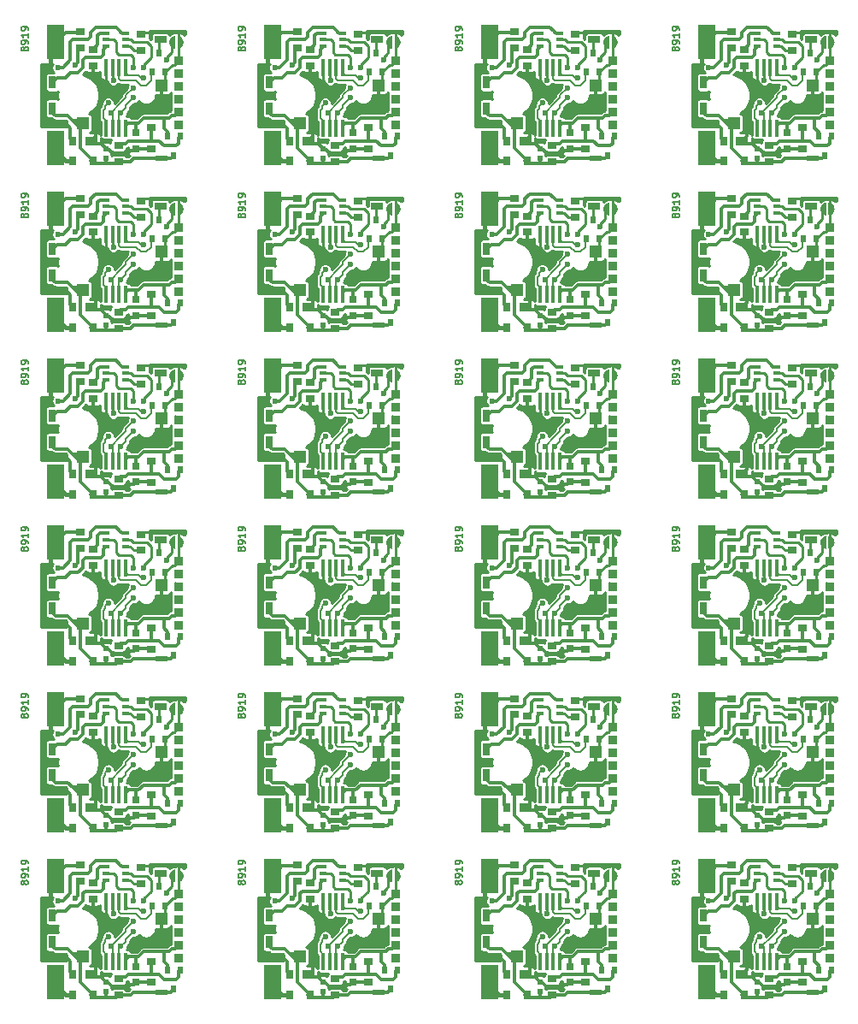
<source format=gtl>
%TF.GenerationSoftware,KiCad,Pcbnew,(5.1.6)-1*%
%TF.CreationDate,2020-09-22T23:15:14+09:00*%
%TF.ProjectId,funcdecoder_tomix_pcb_8919_rev0_panelize_94mm_97mm,66756e63-6465-4636-9f64-65725f746f6d,rev?*%
%TF.SameCoordinates,PX4c4b400PY3938700*%
%TF.FileFunction,Copper,L1,Top*%
%TF.FilePolarity,Positive*%
%FSLAX46Y46*%
G04 Gerber Fmt 4.6, Leading zero omitted, Abs format (unit mm)*
G04 Created by KiCad (PCBNEW (5.1.6)-1) date 2020-09-22 23:15:14*
%MOMM*%
%LPD*%
G01*
G04 APERTURE LIST*
%TA.AperFunction,NonConductor*%
%ADD10C,0.140000*%
%TD*%
%TA.AperFunction,ComponentPad*%
%ADD11R,0.950000X0.950000*%
%TD*%
%TA.AperFunction,SMDPad,CuDef*%
%ADD12R,0.600000X0.800000*%
%TD*%
%TA.AperFunction,SMDPad,CuDef*%
%ADD13R,0.900000X0.700000*%
%TD*%
%TA.AperFunction,SMDPad,CuDef*%
%ADD14R,1.200000X0.500000*%
%TD*%
%TA.AperFunction,SMDPad,CuDef*%
%ADD15R,0.800000X0.400000*%
%TD*%
%TA.AperFunction,ComponentPad*%
%ADD16R,1.200000X1.200000*%
%TD*%
%TA.AperFunction,SMDPad,CuDef*%
%ADD17R,1.200000X0.800000*%
%TD*%
%TA.AperFunction,SMDPad,CuDef*%
%ADD18C,0.100000*%
%TD*%
%TA.AperFunction,SMDPad,CuDef*%
%ADD19R,0.400000X1.700000*%
%TD*%
%TA.AperFunction,ComponentPad*%
%ADD20R,1.700000X3.500000*%
%TD*%
%TA.AperFunction,SMDPad,CuDef*%
%ADD21R,0.750000X1.300000*%
%TD*%
%TA.AperFunction,SMDPad,CuDef*%
%ADD22R,0.900000X0.800000*%
%TD*%
%TA.AperFunction,SMDPad,CuDef*%
%ADD23R,0.800000X0.900000*%
%TD*%
%TA.AperFunction,SMDPad,CuDef*%
%ADD24R,1.200000X0.900000*%
%TD*%
%TA.AperFunction,SMDPad,CuDef*%
%ADD25R,0.800000X0.800000*%
%TD*%
%TA.AperFunction,SMDPad,CuDef*%
%ADD26R,0.500000X0.550000*%
%TD*%
%TA.AperFunction,ViaPad*%
%ADD27C,1.000000*%
%TD*%
%TA.AperFunction,ViaPad*%
%ADD28C,0.600000*%
%TD*%
%TA.AperFunction,Conductor*%
%ADD29C,0.300000*%
%TD*%
%TA.AperFunction,Conductor*%
%ADD30C,0.250000*%
%TD*%
%TA.AperFunction,Conductor*%
%ADD31C,0.400000*%
%TD*%
%TA.AperFunction,Conductor*%
%ADD32C,0.200000*%
%TD*%
G04 APERTURE END LIST*
D10*
X71916666Y-85216666D02*
X71883333Y-85283333D01*
X71850000Y-85316666D01*
X71783333Y-85350000D01*
X71750000Y-85350000D01*
X71683333Y-85316666D01*
X71650000Y-85283333D01*
X71616666Y-85216666D01*
X71616666Y-85083333D01*
X71650000Y-85016666D01*
X71683333Y-84983333D01*
X71750000Y-84950000D01*
X71783333Y-84950000D01*
X71850000Y-84983333D01*
X71883333Y-85016666D01*
X71916666Y-85083333D01*
X71916666Y-85216666D01*
X71950000Y-85283333D01*
X71983333Y-85316666D01*
X72050000Y-85350000D01*
X72183333Y-85350000D01*
X72250000Y-85316666D01*
X72283333Y-85283333D01*
X72316666Y-85216666D01*
X72316666Y-85083333D01*
X72283333Y-85016666D01*
X72250000Y-84983333D01*
X72183333Y-84950000D01*
X72050000Y-84950000D01*
X71983333Y-84983333D01*
X71950000Y-85016666D01*
X71916666Y-85083333D01*
X72316666Y-84616666D02*
X72316666Y-84483333D01*
X72283333Y-84416666D01*
X72250000Y-84383333D01*
X72150000Y-84316666D01*
X72016666Y-84283333D01*
X71750000Y-84283333D01*
X71683333Y-84316666D01*
X71650000Y-84350000D01*
X71616666Y-84416666D01*
X71616666Y-84550000D01*
X71650000Y-84616666D01*
X71683333Y-84650000D01*
X71750000Y-84683333D01*
X71916666Y-84683333D01*
X71983333Y-84650000D01*
X72016666Y-84616666D01*
X72050000Y-84550000D01*
X72050000Y-84416666D01*
X72016666Y-84350000D01*
X71983333Y-84316666D01*
X71916666Y-84283333D01*
X72316666Y-83616666D02*
X72316666Y-84016666D01*
X72316666Y-83816666D02*
X71616666Y-83816666D01*
X71716666Y-83883333D01*
X71783333Y-83950000D01*
X71816666Y-84016666D01*
X72316666Y-83283333D02*
X72316666Y-83150000D01*
X72283333Y-83083333D01*
X72250000Y-83050000D01*
X72150000Y-82983333D01*
X72016666Y-82950000D01*
X71750000Y-82950000D01*
X71683333Y-82983333D01*
X71650000Y-83016666D01*
X71616666Y-83083333D01*
X71616666Y-83216666D01*
X71650000Y-83283333D01*
X71683333Y-83316666D01*
X71750000Y-83350000D01*
X71916666Y-83350000D01*
X71983333Y-83316666D01*
X72016666Y-83283333D01*
X72050000Y-83216666D01*
X72050000Y-83083333D01*
X72016666Y-83016666D01*
X71983333Y-82983333D01*
X71916666Y-82950000D01*
X50416666Y-85216666D02*
X50383333Y-85283333D01*
X50350000Y-85316666D01*
X50283333Y-85350000D01*
X50250000Y-85350000D01*
X50183333Y-85316666D01*
X50150000Y-85283333D01*
X50116666Y-85216666D01*
X50116666Y-85083333D01*
X50150000Y-85016666D01*
X50183333Y-84983333D01*
X50250000Y-84950000D01*
X50283333Y-84950000D01*
X50350000Y-84983333D01*
X50383333Y-85016666D01*
X50416666Y-85083333D01*
X50416666Y-85216666D01*
X50450000Y-85283333D01*
X50483333Y-85316666D01*
X50550000Y-85350000D01*
X50683333Y-85350000D01*
X50750000Y-85316666D01*
X50783333Y-85283333D01*
X50816666Y-85216666D01*
X50816666Y-85083333D01*
X50783333Y-85016666D01*
X50750000Y-84983333D01*
X50683333Y-84950000D01*
X50550000Y-84950000D01*
X50483333Y-84983333D01*
X50450000Y-85016666D01*
X50416666Y-85083333D01*
X50816666Y-84616666D02*
X50816666Y-84483333D01*
X50783333Y-84416666D01*
X50750000Y-84383333D01*
X50650000Y-84316666D01*
X50516666Y-84283333D01*
X50250000Y-84283333D01*
X50183333Y-84316666D01*
X50150000Y-84350000D01*
X50116666Y-84416666D01*
X50116666Y-84550000D01*
X50150000Y-84616666D01*
X50183333Y-84650000D01*
X50250000Y-84683333D01*
X50416666Y-84683333D01*
X50483333Y-84650000D01*
X50516666Y-84616666D01*
X50550000Y-84550000D01*
X50550000Y-84416666D01*
X50516666Y-84350000D01*
X50483333Y-84316666D01*
X50416666Y-84283333D01*
X50816666Y-83616666D02*
X50816666Y-84016666D01*
X50816666Y-83816666D02*
X50116666Y-83816666D01*
X50216666Y-83883333D01*
X50283333Y-83950000D01*
X50316666Y-84016666D01*
X50816666Y-83283333D02*
X50816666Y-83150000D01*
X50783333Y-83083333D01*
X50750000Y-83050000D01*
X50650000Y-82983333D01*
X50516666Y-82950000D01*
X50250000Y-82950000D01*
X50183333Y-82983333D01*
X50150000Y-83016666D01*
X50116666Y-83083333D01*
X50116666Y-83216666D01*
X50150000Y-83283333D01*
X50183333Y-83316666D01*
X50250000Y-83350000D01*
X50416666Y-83350000D01*
X50483333Y-83316666D01*
X50516666Y-83283333D01*
X50550000Y-83216666D01*
X50550000Y-83083333D01*
X50516666Y-83016666D01*
X50483333Y-82983333D01*
X50416666Y-82950000D01*
X28916666Y-85216666D02*
X28883333Y-85283333D01*
X28850000Y-85316666D01*
X28783333Y-85350000D01*
X28750000Y-85350000D01*
X28683333Y-85316666D01*
X28650000Y-85283333D01*
X28616666Y-85216666D01*
X28616666Y-85083333D01*
X28650000Y-85016666D01*
X28683333Y-84983333D01*
X28750000Y-84950000D01*
X28783333Y-84950000D01*
X28850000Y-84983333D01*
X28883333Y-85016666D01*
X28916666Y-85083333D01*
X28916666Y-85216666D01*
X28950000Y-85283333D01*
X28983333Y-85316666D01*
X29050000Y-85350000D01*
X29183333Y-85350000D01*
X29250000Y-85316666D01*
X29283333Y-85283333D01*
X29316666Y-85216666D01*
X29316666Y-85083333D01*
X29283333Y-85016666D01*
X29250000Y-84983333D01*
X29183333Y-84950000D01*
X29050000Y-84950000D01*
X28983333Y-84983333D01*
X28950000Y-85016666D01*
X28916666Y-85083333D01*
X29316666Y-84616666D02*
X29316666Y-84483333D01*
X29283333Y-84416666D01*
X29250000Y-84383333D01*
X29150000Y-84316666D01*
X29016666Y-84283333D01*
X28750000Y-84283333D01*
X28683333Y-84316666D01*
X28650000Y-84350000D01*
X28616666Y-84416666D01*
X28616666Y-84550000D01*
X28650000Y-84616666D01*
X28683333Y-84650000D01*
X28750000Y-84683333D01*
X28916666Y-84683333D01*
X28983333Y-84650000D01*
X29016666Y-84616666D01*
X29050000Y-84550000D01*
X29050000Y-84416666D01*
X29016666Y-84350000D01*
X28983333Y-84316666D01*
X28916666Y-84283333D01*
X29316666Y-83616666D02*
X29316666Y-84016666D01*
X29316666Y-83816666D02*
X28616666Y-83816666D01*
X28716666Y-83883333D01*
X28783333Y-83950000D01*
X28816666Y-84016666D01*
X29316666Y-83283333D02*
X29316666Y-83150000D01*
X29283333Y-83083333D01*
X29250000Y-83050000D01*
X29150000Y-82983333D01*
X29016666Y-82950000D01*
X28750000Y-82950000D01*
X28683333Y-82983333D01*
X28650000Y-83016666D01*
X28616666Y-83083333D01*
X28616666Y-83216666D01*
X28650000Y-83283333D01*
X28683333Y-83316666D01*
X28750000Y-83350000D01*
X28916666Y-83350000D01*
X28983333Y-83316666D01*
X29016666Y-83283333D01*
X29050000Y-83216666D01*
X29050000Y-83083333D01*
X29016666Y-83016666D01*
X28983333Y-82983333D01*
X28916666Y-82950000D01*
X7416666Y-85216666D02*
X7383333Y-85283333D01*
X7350000Y-85316666D01*
X7283333Y-85350000D01*
X7250000Y-85350000D01*
X7183333Y-85316666D01*
X7150000Y-85283333D01*
X7116666Y-85216666D01*
X7116666Y-85083333D01*
X7150000Y-85016666D01*
X7183333Y-84983333D01*
X7250000Y-84950000D01*
X7283333Y-84950000D01*
X7350000Y-84983333D01*
X7383333Y-85016666D01*
X7416666Y-85083333D01*
X7416666Y-85216666D01*
X7450000Y-85283333D01*
X7483333Y-85316666D01*
X7550000Y-85350000D01*
X7683333Y-85350000D01*
X7750000Y-85316666D01*
X7783333Y-85283333D01*
X7816666Y-85216666D01*
X7816666Y-85083333D01*
X7783333Y-85016666D01*
X7750000Y-84983333D01*
X7683333Y-84950000D01*
X7550000Y-84950000D01*
X7483333Y-84983333D01*
X7450000Y-85016666D01*
X7416666Y-85083333D01*
X7816666Y-84616666D02*
X7816666Y-84483333D01*
X7783333Y-84416666D01*
X7750000Y-84383333D01*
X7650000Y-84316666D01*
X7516666Y-84283333D01*
X7250000Y-84283333D01*
X7183333Y-84316666D01*
X7150000Y-84350000D01*
X7116666Y-84416666D01*
X7116666Y-84550000D01*
X7150000Y-84616666D01*
X7183333Y-84650000D01*
X7250000Y-84683333D01*
X7416666Y-84683333D01*
X7483333Y-84650000D01*
X7516666Y-84616666D01*
X7550000Y-84550000D01*
X7550000Y-84416666D01*
X7516666Y-84350000D01*
X7483333Y-84316666D01*
X7416666Y-84283333D01*
X7816666Y-83616666D02*
X7816666Y-84016666D01*
X7816666Y-83816666D02*
X7116666Y-83816666D01*
X7216666Y-83883333D01*
X7283333Y-83950000D01*
X7316666Y-84016666D01*
X7816666Y-83283333D02*
X7816666Y-83150000D01*
X7783333Y-83083333D01*
X7750000Y-83050000D01*
X7650000Y-82983333D01*
X7516666Y-82950000D01*
X7250000Y-82950000D01*
X7183333Y-82983333D01*
X7150000Y-83016666D01*
X7116666Y-83083333D01*
X7116666Y-83216666D01*
X7150000Y-83283333D01*
X7183333Y-83316666D01*
X7250000Y-83350000D01*
X7416666Y-83350000D01*
X7483333Y-83316666D01*
X7516666Y-83283333D01*
X7550000Y-83216666D01*
X7550000Y-83083333D01*
X7516666Y-83016666D01*
X7483333Y-82983333D01*
X7416666Y-82950000D01*
X71916666Y-68716666D02*
X71883333Y-68783333D01*
X71850000Y-68816666D01*
X71783333Y-68850000D01*
X71750000Y-68850000D01*
X71683333Y-68816666D01*
X71650000Y-68783333D01*
X71616666Y-68716666D01*
X71616666Y-68583333D01*
X71650000Y-68516666D01*
X71683333Y-68483333D01*
X71750000Y-68450000D01*
X71783333Y-68450000D01*
X71850000Y-68483333D01*
X71883333Y-68516666D01*
X71916666Y-68583333D01*
X71916666Y-68716666D01*
X71950000Y-68783333D01*
X71983333Y-68816666D01*
X72050000Y-68850000D01*
X72183333Y-68850000D01*
X72250000Y-68816666D01*
X72283333Y-68783333D01*
X72316666Y-68716666D01*
X72316666Y-68583333D01*
X72283333Y-68516666D01*
X72250000Y-68483333D01*
X72183333Y-68450000D01*
X72050000Y-68450000D01*
X71983333Y-68483333D01*
X71950000Y-68516666D01*
X71916666Y-68583333D01*
X72316666Y-68116666D02*
X72316666Y-67983333D01*
X72283333Y-67916666D01*
X72250000Y-67883333D01*
X72150000Y-67816666D01*
X72016666Y-67783333D01*
X71750000Y-67783333D01*
X71683333Y-67816666D01*
X71650000Y-67850000D01*
X71616666Y-67916666D01*
X71616666Y-68050000D01*
X71650000Y-68116666D01*
X71683333Y-68150000D01*
X71750000Y-68183333D01*
X71916666Y-68183333D01*
X71983333Y-68150000D01*
X72016666Y-68116666D01*
X72050000Y-68050000D01*
X72050000Y-67916666D01*
X72016666Y-67850000D01*
X71983333Y-67816666D01*
X71916666Y-67783333D01*
X72316666Y-67116666D02*
X72316666Y-67516666D01*
X72316666Y-67316666D02*
X71616666Y-67316666D01*
X71716666Y-67383333D01*
X71783333Y-67450000D01*
X71816666Y-67516666D01*
X72316666Y-66783333D02*
X72316666Y-66650000D01*
X72283333Y-66583333D01*
X72250000Y-66550000D01*
X72150000Y-66483333D01*
X72016666Y-66450000D01*
X71750000Y-66450000D01*
X71683333Y-66483333D01*
X71650000Y-66516666D01*
X71616666Y-66583333D01*
X71616666Y-66716666D01*
X71650000Y-66783333D01*
X71683333Y-66816666D01*
X71750000Y-66850000D01*
X71916666Y-66850000D01*
X71983333Y-66816666D01*
X72016666Y-66783333D01*
X72050000Y-66716666D01*
X72050000Y-66583333D01*
X72016666Y-66516666D01*
X71983333Y-66483333D01*
X71916666Y-66450000D01*
X50416666Y-68716666D02*
X50383333Y-68783333D01*
X50350000Y-68816666D01*
X50283333Y-68850000D01*
X50250000Y-68850000D01*
X50183333Y-68816666D01*
X50150000Y-68783333D01*
X50116666Y-68716666D01*
X50116666Y-68583333D01*
X50150000Y-68516666D01*
X50183333Y-68483333D01*
X50250000Y-68450000D01*
X50283333Y-68450000D01*
X50350000Y-68483333D01*
X50383333Y-68516666D01*
X50416666Y-68583333D01*
X50416666Y-68716666D01*
X50450000Y-68783333D01*
X50483333Y-68816666D01*
X50550000Y-68850000D01*
X50683333Y-68850000D01*
X50750000Y-68816666D01*
X50783333Y-68783333D01*
X50816666Y-68716666D01*
X50816666Y-68583333D01*
X50783333Y-68516666D01*
X50750000Y-68483333D01*
X50683333Y-68450000D01*
X50550000Y-68450000D01*
X50483333Y-68483333D01*
X50450000Y-68516666D01*
X50416666Y-68583333D01*
X50816666Y-68116666D02*
X50816666Y-67983333D01*
X50783333Y-67916666D01*
X50750000Y-67883333D01*
X50650000Y-67816666D01*
X50516666Y-67783333D01*
X50250000Y-67783333D01*
X50183333Y-67816666D01*
X50150000Y-67850000D01*
X50116666Y-67916666D01*
X50116666Y-68050000D01*
X50150000Y-68116666D01*
X50183333Y-68150000D01*
X50250000Y-68183333D01*
X50416666Y-68183333D01*
X50483333Y-68150000D01*
X50516666Y-68116666D01*
X50550000Y-68050000D01*
X50550000Y-67916666D01*
X50516666Y-67850000D01*
X50483333Y-67816666D01*
X50416666Y-67783333D01*
X50816666Y-67116666D02*
X50816666Y-67516666D01*
X50816666Y-67316666D02*
X50116666Y-67316666D01*
X50216666Y-67383333D01*
X50283333Y-67450000D01*
X50316666Y-67516666D01*
X50816666Y-66783333D02*
X50816666Y-66650000D01*
X50783333Y-66583333D01*
X50750000Y-66550000D01*
X50650000Y-66483333D01*
X50516666Y-66450000D01*
X50250000Y-66450000D01*
X50183333Y-66483333D01*
X50150000Y-66516666D01*
X50116666Y-66583333D01*
X50116666Y-66716666D01*
X50150000Y-66783333D01*
X50183333Y-66816666D01*
X50250000Y-66850000D01*
X50416666Y-66850000D01*
X50483333Y-66816666D01*
X50516666Y-66783333D01*
X50550000Y-66716666D01*
X50550000Y-66583333D01*
X50516666Y-66516666D01*
X50483333Y-66483333D01*
X50416666Y-66450000D01*
X28916666Y-68716666D02*
X28883333Y-68783333D01*
X28850000Y-68816666D01*
X28783333Y-68850000D01*
X28750000Y-68850000D01*
X28683333Y-68816666D01*
X28650000Y-68783333D01*
X28616666Y-68716666D01*
X28616666Y-68583333D01*
X28650000Y-68516666D01*
X28683333Y-68483333D01*
X28750000Y-68450000D01*
X28783333Y-68450000D01*
X28850000Y-68483333D01*
X28883333Y-68516666D01*
X28916666Y-68583333D01*
X28916666Y-68716666D01*
X28950000Y-68783333D01*
X28983333Y-68816666D01*
X29050000Y-68850000D01*
X29183333Y-68850000D01*
X29250000Y-68816666D01*
X29283333Y-68783333D01*
X29316666Y-68716666D01*
X29316666Y-68583333D01*
X29283333Y-68516666D01*
X29250000Y-68483333D01*
X29183333Y-68450000D01*
X29050000Y-68450000D01*
X28983333Y-68483333D01*
X28950000Y-68516666D01*
X28916666Y-68583333D01*
X29316666Y-68116666D02*
X29316666Y-67983333D01*
X29283333Y-67916666D01*
X29250000Y-67883333D01*
X29150000Y-67816666D01*
X29016666Y-67783333D01*
X28750000Y-67783333D01*
X28683333Y-67816666D01*
X28650000Y-67850000D01*
X28616666Y-67916666D01*
X28616666Y-68050000D01*
X28650000Y-68116666D01*
X28683333Y-68150000D01*
X28750000Y-68183333D01*
X28916666Y-68183333D01*
X28983333Y-68150000D01*
X29016666Y-68116666D01*
X29050000Y-68050000D01*
X29050000Y-67916666D01*
X29016666Y-67850000D01*
X28983333Y-67816666D01*
X28916666Y-67783333D01*
X29316666Y-67116666D02*
X29316666Y-67516666D01*
X29316666Y-67316666D02*
X28616666Y-67316666D01*
X28716666Y-67383333D01*
X28783333Y-67450000D01*
X28816666Y-67516666D01*
X29316666Y-66783333D02*
X29316666Y-66650000D01*
X29283333Y-66583333D01*
X29250000Y-66550000D01*
X29150000Y-66483333D01*
X29016666Y-66450000D01*
X28750000Y-66450000D01*
X28683333Y-66483333D01*
X28650000Y-66516666D01*
X28616666Y-66583333D01*
X28616666Y-66716666D01*
X28650000Y-66783333D01*
X28683333Y-66816666D01*
X28750000Y-66850000D01*
X28916666Y-66850000D01*
X28983333Y-66816666D01*
X29016666Y-66783333D01*
X29050000Y-66716666D01*
X29050000Y-66583333D01*
X29016666Y-66516666D01*
X28983333Y-66483333D01*
X28916666Y-66450000D01*
X7416666Y-68716666D02*
X7383333Y-68783333D01*
X7350000Y-68816666D01*
X7283333Y-68850000D01*
X7250000Y-68850000D01*
X7183333Y-68816666D01*
X7150000Y-68783333D01*
X7116666Y-68716666D01*
X7116666Y-68583333D01*
X7150000Y-68516666D01*
X7183333Y-68483333D01*
X7250000Y-68450000D01*
X7283333Y-68450000D01*
X7350000Y-68483333D01*
X7383333Y-68516666D01*
X7416666Y-68583333D01*
X7416666Y-68716666D01*
X7450000Y-68783333D01*
X7483333Y-68816666D01*
X7550000Y-68850000D01*
X7683333Y-68850000D01*
X7750000Y-68816666D01*
X7783333Y-68783333D01*
X7816666Y-68716666D01*
X7816666Y-68583333D01*
X7783333Y-68516666D01*
X7750000Y-68483333D01*
X7683333Y-68450000D01*
X7550000Y-68450000D01*
X7483333Y-68483333D01*
X7450000Y-68516666D01*
X7416666Y-68583333D01*
X7816666Y-68116666D02*
X7816666Y-67983333D01*
X7783333Y-67916666D01*
X7750000Y-67883333D01*
X7650000Y-67816666D01*
X7516666Y-67783333D01*
X7250000Y-67783333D01*
X7183333Y-67816666D01*
X7150000Y-67850000D01*
X7116666Y-67916666D01*
X7116666Y-68050000D01*
X7150000Y-68116666D01*
X7183333Y-68150000D01*
X7250000Y-68183333D01*
X7416666Y-68183333D01*
X7483333Y-68150000D01*
X7516666Y-68116666D01*
X7550000Y-68050000D01*
X7550000Y-67916666D01*
X7516666Y-67850000D01*
X7483333Y-67816666D01*
X7416666Y-67783333D01*
X7816666Y-67116666D02*
X7816666Y-67516666D01*
X7816666Y-67316666D02*
X7116666Y-67316666D01*
X7216666Y-67383333D01*
X7283333Y-67450000D01*
X7316666Y-67516666D01*
X7816666Y-66783333D02*
X7816666Y-66650000D01*
X7783333Y-66583333D01*
X7750000Y-66550000D01*
X7650000Y-66483333D01*
X7516666Y-66450000D01*
X7250000Y-66450000D01*
X7183333Y-66483333D01*
X7150000Y-66516666D01*
X7116666Y-66583333D01*
X7116666Y-66716666D01*
X7150000Y-66783333D01*
X7183333Y-66816666D01*
X7250000Y-66850000D01*
X7416666Y-66850000D01*
X7483333Y-66816666D01*
X7516666Y-66783333D01*
X7550000Y-66716666D01*
X7550000Y-66583333D01*
X7516666Y-66516666D01*
X7483333Y-66483333D01*
X7416666Y-66450000D01*
X71916666Y-52216666D02*
X71883333Y-52283333D01*
X71850000Y-52316666D01*
X71783333Y-52350000D01*
X71750000Y-52350000D01*
X71683333Y-52316666D01*
X71650000Y-52283333D01*
X71616666Y-52216666D01*
X71616666Y-52083333D01*
X71650000Y-52016666D01*
X71683333Y-51983333D01*
X71750000Y-51950000D01*
X71783333Y-51950000D01*
X71850000Y-51983333D01*
X71883333Y-52016666D01*
X71916666Y-52083333D01*
X71916666Y-52216666D01*
X71950000Y-52283333D01*
X71983333Y-52316666D01*
X72050000Y-52350000D01*
X72183333Y-52350000D01*
X72250000Y-52316666D01*
X72283333Y-52283333D01*
X72316666Y-52216666D01*
X72316666Y-52083333D01*
X72283333Y-52016666D01*
X72250000Y-51983333D01*
X72183333Y-51950000D01*
X72050000Y-51950000D01*
X71983333Y-51983333D01*
X71950000Y-52016666D01*
X71916666Y-52083333D01*
X72316666Y-51616666D02*
X72316666Y-51483333D01*
X72283333Y-51416666D01*
X72250000Y-51383333D01*
X72150000Y-51316666D01*
X72016666Y-51283333D01*
X71750000Y-51283333D01*
X71683333Y-51316666D01*
X71650000Y-51350000D01*
X71616666Y-51416666D01*
X71616666Y-51550000D01*
X71650000Y-51616666D01*
X71683333Y-51650000D01*
X71750000Y-51683333D01*
X71916666Y-51683333D01*
X71983333Y-51650000D01*
X72016666Y-51616666D01*
X72050000Y-51550000D01*
X72050000Y-51416666D01*
X72016666Y-51350000D01*
X71983333Y-51316666D01*
X71916666Y-51283333D01*
X72316666Y-50616666D02*
X72316666Y-51016666D01*
X72316666Y-50816666D02*
X71616666Y-50816666D01*
X71716666Y-50883333D01*
X71783333Y-50950000D01*
X71816666Y-51016666D01*
X72316666Y-50283333D02*
X72316666Y-50150000D01*
X72283333Y-50083333D01*
X72250000Y-50050000D01*
X72150000Y-49983333D01*
X72016666Y-49950000D01*
X71750000Y-49950000D01*
X71683333Y-49983333D01*
X71650000Y-50016666D01*
X71616666Y-50083333D01*
X71616666Y-50216666D01*
X71650000Y-50283333D01*
X71683333Y-50316666D01*
X71750000Y-50350000D01*
X71916666Y-50350000D01*
X71983333Y-50316666D01*
X72016666Y-50283333D01*
X72050000Y-50216666D01*
X72050000Y-50083333D01*
X72016666Y-50016666D01*
X71983333Y-49983333D01*
X71916666Y-49950000D01*
X50416666Y-52216666D02*
X50383333Y-52283333D01*
X50350000Y-52316666D01*
X50283333Y-52350000D01*
X50250000Y-52350000D01*
X50183333Y-52316666D01*
X50150000Y-52283333D01*
X50116666Y-52216666D01*
X50116666Y-52083333D01*
X50150000Y-52016666D01*
X50183333Y-51983333D01*
X50250000Y-51950000D01*
X50283333Y-51950000D01*
X50350000Y-51983333D01*
X50383333Y-52016666D01*
X50416666Y-52083333D01*
X50416666Y-52216666D01*
X50450000Y-52283333D01*
X50483333Y-52316666D01*
X50550000Y-52350000D01*
X50683333Y-52350000D01*
X50750000Y-52316666D01*
X50783333Y-52283333D01*
X50816666Y-52216666D01*
X50816666Y-52083333D01*
X50783333Y-52016666D01*
X50750000Y-51983333D01*
X50683333Y-51950000D01*
X50550000Y-51950000D01*
X50483333Y-51983333D01*
X50450000Y-52016666D01*
X50416666Y-52083333D01*
X50816666Y-51616666D02*
X50816666Y-51483333D01*
X50783333Y-51416666D01*
X50750000Y-51383333D01*
X50650000Y-51316666D01*
X50516666Y-51283333D01*
X50250000Y-51283333D01*
X50183333Y-51316666D01*
X50150000Y-51350000D01*
X50116666Y-51416666D01*
X50116666Y-51550000D01*
X50150000Y-51616666D01*
X50183333Y-51650000D01*
X50250000Y-51683333D01*
X50416666Y-51683333D01*
X50483333Y-51650000D01*
X50516666Y-51616666D01*
X50550000Y-51550000D01*
X50550000Y-51416666D01*
X50516666Y-51350000D01*
X50483333Y-51316666D01*
X50416666Y-51283333D01*
X50816666Y-50616666D02*
X50816666Y-51016666D01*
X50816666Y-50816666D02*
X50116666Y-50816666D01*
X50216666Y-50883333D01*
X50283333Y-50950000D01*
X50316666Y-51016666D01*
X50816666Y-50283333D02*
X50816666Y-50150000D01*
X50783333Y-50083333D01*
X50750000Y-50050000D01*
X50650000Y-49983333D01*
X50516666Y-49950000D01*
X50250000Y-49950000D01*
X50183333Y-49983333D01*
X50150000Y-50016666D01*
X50116666Y-50083333D01*
X50116666Y-50216666D01*
X50150000Y-50283333D01*
X50183333Y-50316666D01*
X50250000Y-50350000D01*
X50416666Y-50350000D01*
X50483333Y-50316666D01*
X50516666Y-50283333D01*
X50550000Y-50216666D01*
X50550000Y-50083333D01*
X50516666Y-50016666D01*
X50483333Y-49983333D01*
X50416666Y-49950000D01*
X28916666Y-52216666D02*
X28883333Y-52283333D01*
X28850000Y-52316666D01*
X28783333Y-52350000D01*
X28750000Y-52350000D01*
X28683333Y-52316666D01*
X28650000Y-52283333D01*
X28616666Y-52216666D01*
X28616666Y-52083333D01*
X28650000Y-52016666D01*
X28683333Y-51983333D01*
X28750000Y-51950000D01*
X28783333Y-51950000D01*
X28850000Y-51983333D01*
X28883333Y-52016666D01*
X28916666Y-52083333D01*
X28916666Y-52216666D01*
X28950000Y-52283333D01*
X28983333Y-52316666D01*
X29050000Y-52350000D01*
X29183333Y-52350000D01*
X29250000Y-52316666D01*
X29283333Y-52283333D01*
X29316666Y-52216666D01*
X29316666Y-52083333D01*
X29283333Y-52016666D01*
X29250000Y-51983333D01*
X29183333Y-51950000D01*
X29050000Y-51950000D01*
X28983333Y-51983333D01*
X28950000Y-52016666D01*
X28916666Y-52083333D01*
X29316666Y-51616666D02*
X29316666Y-51483333D01*
X29283333Y-51416666D01*
X29250000Y-51383333D01*
X29150000Y-51316666D01*
X29016666Y-51283333D01*
X28750000Y-51283333D01*
X28683333Y-51316666D01*
X28650000Y-51350000D01*
X28616666Y-51416666D01*
X28616666Y-51550000D01*
X28650000Y-51616666D01*
X28683333Y-51650000D01*
X28750000Y-51683333D01*
X28916666Y-51683333D01*
X28983333Y-51650000D01*
X29016666Y-51616666D01*
X29050000Y-51550000D01*
X29050000Y-51416666D01*
X29016666Y-51350000D01*
X28983333Y-51316666D01*
X28916666Y-51283333D01*
X29316666Y-50616666D02*
X29316666Y-51016666D01*
X29316666Y-50816666D02*
X28616666Y-50816666D01*
X28716666Y-50883333D01*
X28783333Y-50950000D01*
X28816666Y-51016666D01*
X29316666Y-50283333D02*
X29316666Y-50150000D01*
X29283333Y-50083333D01*
X29250000Y-50050000D01*
X29150000Y-49983333D01*
X29016666Y-49950000D01*
X28750000Y-49950000D01*
X28683333Y-49983333D01*
X28650000Y-50016666D01*
X28616666Y-50083333D01*
X28616666Y-50216666D01*
X28650000Y-50283333D01*
X28683333Y-50316666D01*
X28750000Y-50350000D01*
X28916666Y-50350000D01*
X28983333Y-50316666D01*
X29016666Y-50283333D01*
X29050000Y-50216666D01*
X29050000Y-50083333D01*
X29016666Y-50016666D01*
X28983333Y-49983333D01*
X28916666Y-49950000D01*
X7416666Y-52216666D02*
X7383333Y-52283333D01*
X7350000Y-52316666D01*
X7283333Y-52350000D01*
X7250000Y-52350000D01*
X7183333Y-52316666D01*
X7150000Y-52283333D01*
X7116666Y-52216666D01*
X7116666Y-52083333D01*
X7150000Y-52016666D01*
X7183333Y-51983333D01*
X7250000Y-51950000D01*
X7283333Y-51950000D01*
X7350000Y-51983333D01*
X7383333Y-52016666D01*
X7416666Y-52083333D01*
X7416666Y-52216666D01*
X7450000Y-52283333D01*
X7483333Y-52316666D01*
X7550000Y-52350000D01*
X7683333Y-52350000D01*
X7750000Y-52316666D01*
X7783333Y-52283333D01*
X7816666Y-52216666D01*
X7816666Y-52083333D01*
X7783333Y-52016666D01*
X7750000Y-51983333D01*
X7683333Y-51950000D01*
X7550000Y-51950000D01*
X7483333Y-51983333D01*
X7450000Y-52016666D01*
X7416666Y-52083333D01*
X7816666Y-51616666D02*
X7816666Y-51483333D01*
X7783333Y-51416666D01*
X7750000Y-51383333D01*
X7650000Y-51316666D01*
X7516666Y-51283333D01*
X7250000Y-51283333D01*
X7183333Y-51316666D01*
X7150000Y-51350000D01*
X7116666Y-51416666D01*
X7116666Y-51550000D01*
X7150000Y-51616666D01*
X7183333Y-51650000D01*
X7250000Y-51683333D01*
X7416666Y-51683333D01*
X7483333Y-51650000D01*
X7516666Y-51616666D01*
X7550000Y-51550000D01*
X7550000Y-51416666D01*
X7516666Y-51350000D01*
X7483333Y-51316666D01*
X7416666Y-51283333D01*
X7816666Y-50616666D02*
X7816666Y-51016666D01*
X7816666Y-50816666D02*
X7116666Y-50816666D01*
X7216666Y-50883333D01*
X7283333Y-50950000D01*
X7316666Y-51016666D01*
X7816666Y-50283333D02*
X7816666Y-50150000D01*
X7783333Y-50083333D01*
X7750000Y-50050000D01*
X7650000Y-49983333D01*
X7516666Y-49950000D01*
X7250000Y-49950000D01*
X7183333Y-49983333D01*
X7150000Y-50016666D01*
X7116666Y-50083333D01*
X7116666Y-50216666D01*
X7150000Y-50283333D01*
X7183333Y-50316666D01*
X7250000Y-50350000D01*
X7416666Y-50350000D01*
X7483333Y-50316666D01*
X7516666Y-50283333D01*
X7550000Y-50216666D01*
X7550000Y-50083333D01*
X7516666Y-50016666D01*
X7483333Y-49983333D01*
X7416666Y-49950000D01*
X71916666Y-35716666D02*
X71883333Y-35783333D01*
X71850000Y-35816666D01*
X71783333Y-35850000D01*
X71750000Y-35850000D01*
X71683333Y-35816666D01*
X71650000Y-35783333D01*
X71616666Y-35716666D01*
X71616666Y-35583333D01*
X71650000Y-35516666D01*
X71683333Y-35483333D01*
X71750000Y-35450000D01*
X71783333Y-35450000D01*
X71850000Y-35483333D01*
X71883333Y-35516666D01*
X71916666Y-35583333D01*
X71916666Y-35716666D01*
X71950000Y-35783333D01*
X71983333Y-35816666D01*
X72050000Y-35850000D01*
X72183333Y-35850000D01*
X72250000Y-35816666D01*
X72283333Y-35783333D01*
X72316666Y-35716666D01*
X72316666Y-35583333D01*
X72283333Y-35516666D01*
X72250000Y-35483333D01*
X72183333Y-35450000D01*
X72050000Y-35450000D01*
X71983333Y-35483333D01*
X71950000Y-35516666D01*
X71916666Y-35583333D01*
X72316666Y-35116666D02*
X72316666Y-34983333D01*
X72283333Y-34916666D01*
X72250000Y-34883333D01*
X72150000Y-34816666D01*
X72016666Y-34783333D01*
X71750000Y-34783333D01*
X71683333Y-34816666D01*
X71650000Y-34850000D01*
X71616666Y-34916666D01*
X71616666Y-35050000D01*
X71650000Y-35116666D01*
X71683333Y-35150000D01*
X71750000Y-35183333D01*
X71916666Y-35183333D01*
X71983333Y-35150000D01*
X72016666Y-35116666D01*
X72050000Y-35050000D01*
X72050000Y-34916666D01*
X72016666Y-34850000D01*
X71983333Y-34816666D01*
X71916666Y-34783333D01*
X72316666Y-34116666D02*
X72316666Y-34516666D01*
X72316666Y-34316666D02*
X71616666Y-34316666D01*
X71716666Y-34383333D01*
X71783333Y-34450000D01*
X71816666Y-34516666D01*
X72316666Y-33783333D02*
X72316666Y-33650000D01*
X72283333Y-33583333D01*
X72250000Y-33550000D01*
X72150000Y-33483333D01*
X72016666Y-33450000D01*
X71750000Y-33450000D01*
X71683333Y-33483333D01*
X71650000Y-33516666D01*
X71616666Y-33583333D01*
X71616666Y-33716666D01*
X71650000Y-33783333D01*
X71683333Y-33816666D01*
X71750000Y-33850000D01*
X71916666Y-33850000D01*
X71983333Y-33816666D01*
X72016666Y-33783333D01*
X72050000Y-33716666D01*
X72050000Y-33583333D01*
X72016666Y-33516666D01*
X71983333Y-33483333D01*
X71916666Y-33450000D01*
X50416666Y-35716666D02*
X50383333Y-35783333D01*
X50350000Y-35816666D01*
X50283333Y-35850000D01*
X50250000Y-35850000D01*
X50183333Y-35816666D01*
X50150000Y-35783333D01*
X50116666Y-35716666D01*
X50116666Y-35583333D01*
X50150000Y-35516666D01*
X50183333Y-35483333D01*
X50250000Y-35450000D01*
X50283333Y-35450000D01*
X50350000Y-35483333D01*
X50383333Y-35516666D01*
X50416666Y-35583333D01*
X50416666Y-35716666D01*
X50450000Y-35783333D01*
X50483333Y-35816666D01*
X50550000Y-35850000D01*
X50683333Y-35850000D01*
X50750000Y-35816666D01*
X50783333Y-35783333D01*
X50816666Y-35716666D01*
X50816666Y-35583333D01*
X50783333Y-35516666D01*
X50750000Y-35483333D01*
X50683333Y-35450000D01*
X50550000Y-35450000D01*
X50483333Y-35483333D01*
X50450000Y-35516666D01*
X50416666Y-35583333D01*
X50816666Y-35116666D02*
X50816666Y-34983333D01*
X50783333Y-34916666D01*
X50750000Y-34883333D01*
X50650000Y-34816666D01*
X50516666Y-34783333D01*
X50250000Y-34783333D01*
X50183333Y-34816666D01*
X50150000Y-34850000D01*
X50116666Y-34916666D01*
X50116666Y-35050000D01*
X50150000Y-35116666D01*
X50183333Y-35150000D01*
X50250000Y-35183333D01*
X50416666Y-35183333D01*
X50483333Y-35150000D01*
X50516666Y-35116666D01*
X50550000Y-35050000D01*
X50550000Y-34916666D01*
X50516666Y-34850000D01*
X50483333Y-34816666D01*
X50416666Y-34783333D01*
X50816666Y-34116666D02*
X50816666Y-34516666D01*
X50816666Y-34316666D02*
X50116666Y-34316666D01*
X50216666Y-34383333D01*
X50283333Y-34450000D01*
X50316666Y-34516666D01*
X50816666Y-33783333D02*
X50816666Y-33650000D01*
X50783333Y-33583333D01*
X50750000Y-33550000D01*
X50650000Y-33483333D01*
X50516666Y-33450000D01*
X50250000Y-33450000D01*
X50183333Y-33483333D01*
X50150000Y-33516666D01*
X50116666Y-33583333D01*
X50116666Y-33716666D01*
X50150000Y-33783333D01*
X50183333Y-33816666D01*
X50250000Y-33850000D01*
X50416666Y-33850000D01*
X50483333Y-33816666D01*
X50516666Y-33783333D01*
X50550000Y-33716666D01*
X50550000Y-33583333D01*
X50516666Y-33516666D01*
X50483333Y-33483333D01*
X50416666Y-33450000D01*
X28916666Y-35716666D02*
X28883333Y-35783333D01*
X28850000Y-35816666D01*
X28783333Y-35850000D01*
X28750000Y-35850000D01*
X28683333Y-35816666D01*
X28650000Y-35783333D01*
X28616666Y-35716666D01*
X28616666Y-35583333D01*
X28650000Y-35516666D01*
X28683333Y-35483333D01*
X28750000Y-35450000D01*
X28783333Y-35450000D01*
X28850000Y-35483333D01*
X28883333Y-35516666D01*
X28916666Y-35583333D01*
X28916666Y-35716666D01*
X28950000Y-35783333D01*
X28983333Y-35816666D01*
X29050000Y-35850000D01*
X29183333Y-35850000D01*
X29250000Y-35816666D01*
X29283333Y-35783333D01*
X29316666Y-35716666D01*
X29316666Y-35583333D01*
X29283333Y-35516666D01*
X29250000Y-35483333D01*
X29183333Y-35450000D01*
X29050000Y-35450000D01*
X28983333Y-35483333D01*
X28950000Y-35516666D01*
X28916666Y-35583333D01*
X29316666Y-35116666D02*
X29316666Y-34983333D01*
X29283333Y-34916666D01*
X29250000Y-34883333D01*
X29150000Y-34816666D01*
X29016666Y-34783333D01*
X28750000Y-34783333D01*
X28683333Y-34816666D01*
X28650000Y-34850000D01*
X28616666Y-34916666D01*
X28616666Y-35050000D01*
X28650000Y-35116666D01*
X28683333Y-35150000D01*
X28750000Y-35183333D01*
X28916666Y-35183333D01*
X28983333Y-35150000D01*
X29016666Y-35116666D01*
X29050000Y-35050000D01*
X29050000Y-34916666D01*
X29016666Y-34850000D01*
X28983333Y-34816666D01*
X28916666Y-34783333D01*
X29316666Y-34116666D02*
X29316666Y-34516666D01*
X29316666Y-34316666D02*
X28616666Y-34316666D01*
X28716666Y-34383333D01*
X28783333Y-34450000D01*
X28816666Y-34516666D01*
X29316666Y-33783333D02*
X29316666Y-33650000D01*
X29283333Y-33583333D01*
X29250000Y-33550000D01*
X29150000Y-33483333D01*
X29016666Y-33450000D01*
X28750000Y-33450000D01*
X28683333Y-33483333D01*
X28650000Y-33516666D01*
X28616666Y-33583333D01*
X28616666Y-33716666D01*
X28650000Y-33783333D01*
X28683333Y-33816666D01*
X28750000Y-33850000D01*
X28916666Y-33850000D01*
X28983333Y-33816666D01*
X29016666Y-33783333D01*
X29050000Y-33716666D01*
X29050000Y-33583333D01*
X29016666Y-33516666D01*
X28983333Y-33483333D01*
X28916666Y-33450000D01*
X7416666Y-35716666D02*
X7383333Y-35783333D01*
X7350000Y-35816666D01*
X7283333Y-35850000D01*
X7250000Y-35850000D01*
X7183333Y-35816666D01*
X7150000Y-35783333D01*
X7116666Y-35716666D01*
X7116666Y-35583333D01*
X7150000Y-35516666D01*
X7183333Y-35483333D01*
X7250000Y-35450000D01*
X7283333Y-35450000D01*
X7350000Y-35483333D01*
X7383333Y-35516666D01*
X7416666Y-35583333D01*
X7416666Y-35716666D01*
X7450000Y-35783333D01*
X7483333Y-35816666D01*
X7550000Y-35850000D01*
X7683333Y-35850000D01*
X7750000Y-35816666D01*
X7783333Y-35783333D01*
X7816666Y-35716666D01*
X7816666Y-35583333D01*
X7783333Y-35516666D01*
X7750000Y-35483333D01*
X7683333Y-35450000D01*
X7550000Y-35450000D01*
X7483333Y-35483333D01*
X7450000Y-35516666D01*
X7416666Y-35583333D01*
X7816666Y-35116666D02*
X7816666Y-34983333D01*
X7783333Y-34916666D01*
X7750000Y-34883333D01*
X7650000Y-34816666D01*
X7516666Y-34783333D01*
X7250000Y-34783333D01*
X7183333Y-34816666D01*
X7150000Y-34850000D01*
X7116666Y-34916666D01*
X7116666Y-35050000D01*
X7150000Y-35116666D01*
X7183333Y-35150000D01*
X7250000Y-35183333D01*
X7416666Y-35183333D01*
X7483333Y-35150000D01*
X7516666Y-35116666D01*
X7550000Y-35050000D01*
X7550000Y-34916666D01*
X7516666Y-34850000D01*
X7483333Y-34816666D01*
X7416666Y-34783333D01*
X7816666Y-34116666D02*
X7816666Y-34516666D01*
X7816666Y-34316666D02*
X7116666Y-34316666D01*
X7216666Y-34383333D01*
X7283333Y-34450000D01*
X7316666Y-34516666D01*
X7816666Y-33783333D02*
X7816666Y-33650000D01*
X7783333Y-33583333D01*
X7750000Y-33550000D01*
X7650000Y-33483333D01*
X7516666Y-33450000D01*
X7250000Y-33450000D01*
X7183333Y-33483333D01*
X7150000Y-33516666D01*
X7116666Y-33583333D01*
X7116666Y-33716666D01*
X7150000Y-33783333D01*
X7183333Y-33816666D01*
X7250000Y-33850000D01*
X7416666Y-33850000D01*
X7483333Y-33816666D01*
X7516666Y-33783333D01*
X7550000Y-33716666D01*
X7550000Y-33583333D01*
X7516666Y-33516666D01*
X7483333Y-33483333D01*
X7416666Y-33450000D01*
X71916666Y-19216666D02*
X71883333Y-19283333D01*
X71850000Y-19316666D01*
X71783333Y-19350000D01*
X71750000Y-19350000D01*
X71683333Y-19316666D01*
X71650000Y-19283333D01*
X71616666Y-19216666D01*
X71616666Y-19083333D01*
X71650000Y-19016666D01*
X71683333Y-18983333D01*
X71750000Y-18950000D01*
X71783333Y-18950000D01*
X71850000Y-18983333D01*
X71883333Y-19016666D01*
X71916666Y-19083333D01*
X71916666Y-19216666D01*
X71950000Y-19283333D01*
X71983333Y-19316666D01*
X72050000Y-19350000D01*
X72183333Y-19350000D01*
X72250000Y-19316666D01*
X72283333Y-19283333D01*
X72316666Y-19216666D01*
X72316666Y-19083333D01*
X72283333Y-19016666D01*
X72250000Y-18983333D01*
X72183333Y-18950000D01*
X72050000Y-18950000D01*
X71983333Y-18983333D01*
X71950000Y-19016666D01*
X71916666Y-19083333D01*
X72316666Y-18616666D02*
X72316666Y-18483333D01*
X72283333Y-18416666D01*
X72250000Y-18383333D01*
X72150000Y-18316666D01*
X72016666Y-18283333D01*
X71750000Y-18283333D01*
X71683333Y-18316666D01*
X71650000Y-18350000D01*
X71616666Y-18416666D01*
X71616666Y-18550000D01*
X71650000Y-18616666D01*
X71683333Y-18650000D01*
X71750000Y-18683333D01*
X71916666Y-18683333D01*
X71983333Y-18650000D01*
X72016666Y-18616666D01*
X72050000Y-18550000D01*
X72050000Y-18416666D01*
X72016666Y-18350000D01*
X71983333Y-18316666D01*
X71916666Y-18283333D01*
X72316666Y-17616666D02*
X72316666Y-18016666D01*
X72316666Y-17816666D02*
X71616666Y-17816666D01*
X71716666Y-17883333D01*
X71783333Y-17950000D01*
X71816666Y-18016666D01*
X72316666Y-17283333D02*
X72316666Y-17150000D01*
X72283333Y-17083333D01*
X72250000Y-17050000D01*
X72150000Y-16983333D01*
X72016666Y-16950000D01*
X71750000Y-16950000D01*
X71683333Y-16983333D01*
X71650000Y-17016666D01*
X71616666Y-17083333D01*
X71616666Y-17216666D01*
X71650000Y-17283333D01*
X71683333Y-17316666D01*
X71750000Y-17350000D01*
X71916666Y-17350000D01*
X71983333Y-17316666D01*
X72016666Y-17283333D01*
X72050000Y-17216666D01*
X72050000Y-17083333D01*
X72016666Y-17016666D01*
X71983333Y-16983333D01*
X71916666Y-16950000D01*
X50416666Y-19216666D02*
X50383333Y-19283333D01*
X50350000Y-19316666D01*
X50283333Y-19350000D01*
X50250000Y-19350000D01*
X50183333Y-19316666D01*
X50150000Y-19283333D01*
X50116666Y-19216666D01*
X50116666Y-19083333D01*
X50150000Y-19016666D01*
X50183333Y-18983333D01*
X50250000Y-18950000D01*
X50283333Y-18950000D01*
X50350000Y-18983333D01*
X50383333Y-19016666D01*
X50416666Y-19083333D01*
X50416666Y-19216666D01*
X50450000Y-19283333D01*
X50483333Y-19316666D01*
X50550000Y-19350000D01*
X50683333Y-19350000D01*
X50750000Y-19316666D01*
X50783333Y-19283333D01*
X50816666Y-19216666D01*
X50816666Y-19083333D01*
X50783333Y-19016666D01*
X50750000Y-18983333D01*
X50683333Y-18950000D01*
X50550000Y-18950000D01*
X50483333Y-18983333D01*
X50450000Y-19016666D01*
X50416666Y-19083333D01*
X50816666Y-18616666D02*
X50816666Y-18483333D01*
X50783333Y-18416666D01*
X50750000Y-18383333D01*
X50650000Y-18316666D01*
X50516666Y-18283333D01*
X50250000Y-18283333D01*
X50183333Y-18316666D01*
X50150000Y-18350000D01*
X50116666Y-18416666D01*
X50116666Y-18550000D01*
X50150000Y-18616666D01*
X50183333Y-18650000D01*
X50250000Y-18683333D01*
X50416666Y-18683333D01*
X50483333Y-18650000D01*
X50516666Y-18616666D01*
X50550000Y-18550000D01*
X50550000Y-18416666D01*
X50516666Y-18350000D01*
X50483333Y-18316666D01*
X50416666Y-18283333D01*
X50816666Y-17616666D02*
X50816666Y-18016666D01*
X50816666Y-17816666D02*
X50116666Y-17816666D01*
X50216666Y-17883333D01*
X50283333Y-17950000D01*
X50316666Y-18016666D01*
X50816666Y-17283333D02*
X50816666Y-17150000D01*
X50783333Y-17083333D01*
X50750000Y-17050000D01*
X50650000Y-16983333D01*
X50516666Y-16950000D01*
X50250000Y-16950000D01*
X50183333Y-16983333D01*
X50150000Y-17016666D01*
X50116666Y-17083333D01*
X50116666Y-17216666D01*
X50150000Y-17283333D01*
X50183333Y-17316666D01*
X50250000Y-17350000D01*
X50416666Y-17350000D01*
X50483333Y-17316666D01*
X50516666Y-17283333D01*
X50550000Y-17216666D01*
X50550000Y-17083333D01*
X50516666Y-17016666D01*
X50483333Y-16983333D01*
X50416666Y-16950000D01*
X28916666Y-19216666D02*
X28883333Y-19283333D01*
X28850000Y-19316666D01*
X28783333Y-19350000D01*
X28750000Y-19350000D01*
X28683333Y-19316666D01*
X28650000Y-19283333D01*
X28616666Y-19216666D01*
X28616666Y-19083333D01*
X28650000Y-19016666D01*
X28683333Y-18983333D01*
X28750000Y-18950000D01*
X28783333Y-18950000D01*
X28850000Y-18983333D01*
X28883333Y-19016666D01*
X28916666Y-19083333D01*
X28916666Y-19216666D01*
X28950000Y-19283333D01*
X28983333Y-19316666D01*
X29050000Y-19350000D01*
X29183333Y-19350000D01*
X29250000Y-19316666D01*
X29283333Y-19283333D01*
X29316666Y-19216666D01*
X29316666Y-19083333D01*
X29283333Y-19016666D01*
X29250000Y-18983333D01*
X29183333Y-18950000D01*
X29050000Y-18950000D01*
X28983333Y-18983333D01*
X28950000Y-19016666D01*
X28916666Y-19083333D01*
X29316666Y-18616666D02*
X29316666Y-18483333D01*
X29283333Y-18416666D01*
X29250000Y-18383333D01*
X29150000Y-18316666D01*
X29016666Y-18283333D01*
X28750000Y-18283333D01*
X28683333Y-18316666D01*
X28650000Y-18350000D01*
X28616666Y-18416666D01*
X28616666Y-18550000D01*
X28650000Y-18616666D01*
X28683333Y-18650000D01*
X28750000Y-18683333D01*
X28916666Y-18683333D01*
X28983333Y-18650000D01*
X29016666Y-18616666D01*
X29050000Y-18550000D01*
X29050000Y-18416666D01*
X29016666Y-18350000D01*
X28983333Y-18316666D01*
X28916666Y-18283333D01*
X29316666Y-17616666D02*
X29316666Y-18016666D01*
X29316666Y-17816666D02*
X28616666Y-17816666D01*
X28716666Y-17883333D01*
X28783333Y-17950000D01*
X28816666Y-18016666D01*
X29316666Y-17283333D02*
X29316666Y-17150000D01*
X29283333Y-17083333D01*
X29250000Y-17050000D01*
X29150000Y-16983333D01*
X29016666Y-16950000D01*
X28750000Y-16950000D01*
X28683333Y-16983333D01*
X28650000Y-17016666D01*
X28616666Y-17083333D01*
X28616666Y-17216666D01*
X28650000Y-17283333D01*
X28683333Y-17316666D01*
X28750000Y-17350000D01*
X28916666Y-17350000D01*
X28983333Y-17316666D01*
X29016666Y-17283333D01*
X29050000Y-17216666D01*
X29050000Y-17083333D01*
X29016666Y-17016666D01*
X28983333Y-16983333D01*
X28916666Y-16950000D01*
X7416666Y-19216666D02*
X7383333Y-19283333D01*
X7350000Y-19316666D01*
X7283333Y-19350000D01*
X7250000Y-19350000D01*
X7183333Y-19316666D01*
X7150000Y-19283333D01*
X7116666Y-19216666D01*
X7116666Y-19083333D01*
X7150000Y-19016666D01*
X7183333Y-18983333D01*
X7250000Y-18950000D01*
X7283333Y-18950000D01*
X7350000Y-18983333D01*
X7383333Y-19016666D01*
X7416666Y-19083333D01*
X7416666Y-19216666D01*
X7450000Y-19283333D01*
X7483333Y-19316666D01*
X7550000Y-19350000D01*
X7683333Y-19350000D01*
X7750000Y-19316666D01*
X7783333Y-19283333D01*
X7816666Y-19216666D01*
X7816666Y-19083333D01*
X7783333Y-19016666D01*
X7750000Y-18983333D01*
X7683333Y-18950000D01*
X7550000Y-18950000D01*
X7483333Y-18983333D01*
X7450000Y-19016666D01*
X7416666Y-19083333D01*
X7816666Y-18616666D02*
X7816666Y-18483333D01*
X7783333Y-18416666D01*
X7750000Y-18383333D01*
X7650000Y-18316666D01*
X7516666Y-18283333D01*
X7250000Y-18283333D01*
X7183333Y-18316666D01*
X7150000Y-18350000D01*
X7116666Y-18416666D01*
X7116666Y-18550000D01*
X7150000Y-18616666D01*
X7183333Y-18650000D01*
X7250000Y-18683333D01*
X7416666Y-18683333D01*
X7483333Y-18650000D01*
X7516666Y-18616666D01*
X7550000Y-18550000D01*
X7550000Y-18416666D01*
X7516666Y-18350000D01*
X7483333Y-18316666D01*
X7416666Y-18283333D01*
X7816666Y-17616666D02*
X7816666Y-18016666D01*
X7816666Y-17816666D02*
X7116666Y-17816666D01*
X7216666Y-17883333D01*
X7283333Y-17950000D01*
X7316666Y-18016666D01*
X7816666Y-17283333D02*
X7816666Y-17150000D01*
X7783333Y-17083333D01*
X7750000Y-17050000D01*
X7650000Y-16983333D01*
X7516666Y-16950000D01*
X7250000Y-16950000D01*
X7183333Y-16983333D01*
X7150000Y-17016666D01*
X7116666Y-17083333D01*
X7116666Y-17216666D01*
X7150000Y-17283333D01*
X7183333Y-17316666D01*
X7250000Y-17350000D01*
X7416666Y-17350000D01*
X7483333Y-17316666D01*
X7516666Y-17283333D01*
X7550000Y-17216666D01*
X7550000Y-17083333D01*
X7516666Y-17016666D01*
X7483333Y-16983333D01*
X7416666Y-16950000D01*
X71916666Y-2716666D02*
X71883333Y-2783333D01*
X71850000Y-2816666D01*
X71783333Y-2850000D01*
X71750000Y-2850000D01*
X71683333Y-2816666D01*
X71650000Y-2783333D01*
X71616666Y-2716666D01*
X71616666Y-2583333D01*
X71650000Y-2516666D01*
X71683333Y-2483333D01*
X71750000Y-2450000D01*
X71783333Y-2450000D01*
X71850000Y-2483333D01*
X71883333Y-2516666D01*
X71916666Y-2583333D01*
X71916666Y-2716666D01*
X71950000Y-2783333D01*
X71983333Y-2816666D01*
X72050000Y-2850000D01*
X72183333Y-2850000D01*
X72250000Y-2816666D01*
X72283333Y-2783333D01*
X72316666Y-2716666D01*
X72316666Y-2583333D01*
X72283333Y-2516666D01*
X72250000Y-2483333D01*
X72183333Y-2450000D01*
X72050000Y-2450000D01*
X71983333Y-2483333D01*
X71950000Y-2516666D01*
X71916666Y-2583333D01*
X72316666Y-2116666D02*
X72316666Y-1983333D01*
X72283333Y-1916666D01*
X72250000Y-1883333D01*
X72150000Y-1816666D01*
X72016666Y-1783333D01*
X71750000Y-1783333D01*
X71683333Y-1816666D01*
X71650000Y-1850000D01*
X71616666Y-1916666D01*
X71616666Y-2050000D01*
X71650000Y-2116666D01*
X71683333Y-2150000D01*
X71750000Y-2183333D01*
X71916666Y-2183333D01*
X71983333Y-2150000D01*
X72016666Y-2116666D01*
X72050000Y-2050000D01*
X72050000Y-1916666D01*
X72016666Y-1850000D01*
X71983333Y-1816666D01*
X71916666Y-1783333D01*
X72316666Y-1116666D02*
X72316666Y-1516666D01*
X72316666Y-1316666D02*
X71616666Y-1316666D01*
X71716666Y-1383333D01*
X71783333Y-1450000D01*
X71816666Y-1516666D01*
X72316666Y-783333D02*
X72316666Y-650000D01*
X72283333Y-583333D01*
X72250000Y-550000D01*
X72150000Y-483333D01*
X72016666Y-450000D01*
X71750000Y-450000D01*
X71683333Y-483333D01*
X71650000Y-516666D01*
X71616666Y-583333D01*
X71616666Y-716666D01*
X71650000Y-783333D01*
X71683333Y-816666D01*
X71750000Y-850000D01*
X71916666Y-850000D01*
X71983333Y-816666D01*
X72016666Y-783333D01*
X72050000Y-716666D01*
X72050000Y-583333D01*
X72016666Y-516666D01*
X71983333Y-483333D01*
X71916666Y-450000D01*
X50416666Y-2716666D02*
X50383333Y-2783333D01*
X50350000Y-2816666D01*
X50283333Y-2850000D01*
X50250000Y-2850000D01*
X50183333Y-2816666D01*
X50150000Y-2783333D01*
X50116666Y-2716666D01*
X50116666Y-2583333D01*
X50150000Y-2516666D01*
X50183333Y-2483333D01*
X50250000Y-2450000D01*
X50283333Y-2450000D01*
X50350000Y-2483333D01*
X50383333Y-2516666D01*
X50416666Y-2583333D01*
X50416666Y-2716666D01*
X50450000Y-2783333D01*
X50483333Y-2816666D01*
X50550000Y-2850000D01*
X50683333Y-2850000D01*
X50750000Y-2816666D01*
X50783333Y-2783333D01*
X50816666Y-2716666D01*
X50816666Y-2583333D01*
X50783333Y-2516666D01*
X50750000Y-2483333D01*
X50683333Y-2450000D01*
X50550000Y-2450000D01*
X50483333Y-2483333D01*
X50450000Y-2516666D01*
X50416666Y-2583333D01*
X50816666Y-2116666D02*
X50816666Y-1983333D01*
X50783333Y-1916666D01*
X50750000Y-1883333D01*
X50650000Y-1816666D01*
X50516666Y-1783333D01*
X50250000Y-1783333D01*
X50183333Y-1816666D01*
X50150000Y-1850000D01*
X50116666Y-1916666D01*
X50116666Y-2050000D01*
X50150000Y-2116666D01*
X50183333Y-2150000D01*
X50250000Y-2183333D01*
X50416666Y-2183333D01*
X50483333Y-2150000D01*
X50516666Y-2116666D01*
X50550000Y-2050000D01*
X50550000Y-1916666D01*
X50516666Y-1850000D01*
X50483333Y-1816666D01*
X50416666Y-1783333D01*
X50816666Y-1116666D02*
X50816666Y-1516666D01*
X50816666Y-1316666D02*
X50116666Y-1316666D01*
X50216666Y-1383333D01*
X50283333Y-1450000D01*
X50316666Y-1516666D01*
X50816666Y-783333D02*
X50816666Y-650000D01*
X50783333Y-583333D01*
X50750000Y-550000D01*
X50650000Y-483333D01*
X50516666Y-450000D01*
X50250000Y-450000D01*
X50183333Y-483333D01*
X50150000Y-516666D01*
X50116666Y-583333D01*
X50116666Y-716666D01*
X50150000Y-783333D01*
X50183333Y-816666D01*
X50250000Y-850000D01*
X50416666Y-850000D01*
X50483333Y-816666D01*
X50516666Y-783333D01*
X50550000Y-716666D01*
X50550000Y-583333D01*
X50516666Y-516666D01*
X50483333Y-483333D01*
X50416666Y-450000D01*
X28916666Y-2716666D02*
X28883333Y-2783333D01*
X28850000Y-2816666D01*
X28783333Y-2850000D01*
X28750000Y-2850000D01*
X28683333Y-2816666D01*
X28650000Y-2783333D01*
X28616666Y-2716666D01*
X28616666Y-2583333D01*
X28650000Y-2516666D01*
X28683333Y-2483333D01*
X28750000Y-2450000D01*
X28783333Y-2450000D01*
X28850000Y-2483333D01*
X28883333Y-2516666D01*
X28916666Y-2583333D01*
X28916666Y-2716666D01*
X28950000Y-2783333D01*
X28983333Y-2816666D01*
X29050000Y-2850000D01*
X29183333Y-2850000D01*
X29250000Y-2816666D01*
X29283333Y-2783333D01*
X29316666Y-2716666D01*
X29316666Y-2583333D01*
X29283333Y-2516666D01*
X29250000Y-2483333D01*
X29183333Y-2450000D01*
X29050000Y-2450000D01*
X28983333Y-2483333D01*
X28950000Y-2516666D01*
X28916666Y-2583333D01*
X29316666Y-2116666D02*
X29316666Y-1983333D01*
X29283333Y-1916666D01*
X29250000Y-1883333D01*
X29150000Y-1816666D01*
X29016666Y-1783333D01*
X28750000Y-1783333D01*
X28683333Y-1816666D01*
X28650000Y-1850000D01*
X28616666Y-1916666D01*
X28616666Y-2050000D01*
X28650000Y-2116666D01*
X28683333Y-2150000D01*
X28750000Y-2183333D01*
X28916666Y-2183333D01*
X28983333Y-2150000D01*
X29016666Y-2116666D01*
X29050000Y-2050000D01*
X29050000Y-1916666D01*
X29016666Y-1850000D01*
X28983333Y-1816666D01*
X28916666Y-1783333D01*
X29316666Y-1116666D02*
X29316666Y-1516666D01*
X29316666Y-1316666D02*
X28616666Y-1316666D01*
X28716666Y-1383333D01*
X28783333Y-1450000D01*
X28816666Y-1516666D01*
X29316666Y-783333D02*
X29316666Y-650000D01*
X29283333Y-583333D01*
X29250000Y-550000D01*
X29150000Y-483333D01*
X29016666Y-450000D01*
X28750000Y-450000D01*
X28683333Y-483333D01*
X28650000Y-516666D01*
X28616666Y-583333D01*
X28616666Y-716666D01*
X28650000Y-783333D01*
X28683333Y-816666D01*
X28750000Y-850000D01*
X28916666Y-850000D01*
X28983333Y-816666D01*
X29016666Y-783333D01*
X29050000Y-716666D01*
X29050000Y-583333D01*
X29016666Y-516666D01*
X28983333Y-483333D01*
X28916666Y-450000D01*
X7416666Y-2716666D02*
X7383333Y-2783333D01*
X7350000Y-2816666D01*
X7283333Y-2850000D01*
X7250000Y-2850000D01*
X7183333Y-2816666D01*
X7150000Y-2783333D01*
X7116666Y-2716666D01*
X7116666Y-2583333D01*
X7150000Y-2516666D01*
X7183333Y-2483333D01*
X7250000Y-2450000D01*
X7283333Y-2450000D01*
X7350000Y-2483333D01*
X7383333Y-2516666D01*
X7416666Y-2583333D01*
X7416666Y-2716666D01*
X7450000Y-2783333D01*
X7483333Y-2816666D01*
X7550000Y-2850000D01*
X7683333Y-2850000D01*
X7750000Y-2816666D01*
X7783333Y-2783333D01*
X7816666Y-2716666D01*
X7816666Y-2583333D01*
X7783333Y-2516666D01*
X7750000Y-2483333D01*
X7683333Y-2450000D01*
X7550000Y-2450000D01*
X7483333Y-2483333D01*
X7450000Y-2516666D01*
X7416666Y-2583333D01*
X7816666Y-2116666D02*
X7816666Y-1983333D01*
X7783333Y-1916666D01*
X7750000Y-1883333D01*
X7650000Y-1816666D01*
X7516666Y-1783333D01*
X7250000Y-1783333D01*
X7183333Y-1816666D01*
X7150000Y-1850000D01*
X7116666Y-1916666D01*
X7116666Y-2050000D01*
X7150000Y-2116666D01*
X7183333Y-2150000D01*
X7250000Y-2183333D01*
X7416666Y-2183333D01*
X7483333Y-2150000D01*
X7516666Y-2116666D01*
X7550000Y-2050000D01*
X7550000Y-1916666D01*
X7516666Y-1850000D01*
X7483333Y-1816666D01*
X7416666Y-1783333D01*
X7816666Y-1116666D02*
X7816666Y-1516666D01*
X7816666Y-1316666D02*
X7116666Y-1316666D01*
X7216666Y-1383333D01*
X7283333Y-1450000D01*
X7316666Y-1516666D01*
X7816666Y-783333D02*
X7816666Y-650000D01*
X7783333Y-583333D01*
X7750000Y-550000D01*
X7650000Y-483333D01*
X7516666Y-450000D01*
X7250000Y-450000D01*
X7183333Y-483333D01*
X7150000Y-516666D01*
X7116666Y-583333D01*
X7116666Y-716666D01*
X7150000Y-783333D01*
X7183333Y-816666D01*
X7250000Y-850000D01*
X7416666Y-850000D01*
X7483333Y-816666D01*
X7516666Y-783333D01*
X7550000Y-716666D01*
X7550000Y-583333D01*
X7516666Y-516666D01*
X7483333Y-483333D01*
X7416666Y-450000D01*
D11*
%TO.P,J1,6*%
%TO.N,GND*%
X22750000Y-86325000D03*
%TO.P,J1,5*%
%TO.N,RESET*%
X22750000Y-87595000D03*
%TO.P,J1,4*%
%TO.N,MOSI*%
X22750000Y-88865000D03*
%TO.P,J1,3*%
%TO.N,Func1_Rev*%
X22750000Y-90135000D03*
%TO.P,J1,2*%
%TO.N,+5V*%
X22750000Y-91405000D03*
%TO.P,J1,1*%
%TO.N,Func1_For*%
X22750000Y-92675000D03*
%TD*%
%TO.P,J1,6*%
%TO.N,GND*%
X44250000Y-86325000D03*
%TO.P,J1,5*%
%TO.N,RESET*%
X44250000Y-87595000D03*
%TO.P,J1,4*%
%TO.N,MOSI*%
X44250000Y-88865000D03*
%TO.P,J1,3*%
%TO.N,Func1_Rev*%
X44250000Y-90135000D03*
%TO.P,J1,2*%
%TO.N,+5V*%
X44250000Y-91405000D03*
%TO.P,J1,1*%
%TO.N,Func1_For*%
X44250000Y-92675000D03*
%TD*%
%TO.P,J1,6*%
%TO.N,GND*%
X44250000Y-69825000D03*
%TO.P,J1,5*%
%TO.N,RESET*%
X44250000Y-71095000D03*
%TO.P,J1,4*%
%TO.N,MOSI*%
X44250000Y-72365000D03*
%TO.P,J1,3*%
%TO.N,Func1_Rev*%
X44250000Y-73635000D03*
%TO.P,J1,2*%
%TO.N,+5V*%
X44250000Y-74905000D03*
%TO.P,J1,1*%
%TO.N,Func1_For*%
X44250000Y-76175000D03*
%TD*%
%TO.P,J1,6*%
%TO.N,GND*%
X22750000Y-69825000D03*
%TO.P,J1,5*%
%TO.N,RESET*%
X22750000Y-71095000D03*
%TO.P,J1,4*%
%TO.N,MOSI*%
X22750000Y-72365000D03*
%TO.P,J1,3*%
%TO.N,Func1_Rev*%
X22750000Y-73635000D03*
%TO.P,J1,2*%
%TO.N,+5V*%
X22750000Y-74905000D03*
%TO.P,J1,1*%
%TO.N,Func1_For*%
X22750000Y-76175000D03*
%TD*%
%TO.P,J1,6*%
%TO.N,GND*%
X22750000Y-53325000D03*
%TO.P,J1,5*%
%TO.N,RESET*%
X22750000Y-54595000D03*
%TO.P,J1,4*%
%TO.N,MOSI*%
X22750000Y-55865000D03*
%TO.P,J1,3*%
%TO.N,Func1_Rev*%
X22750000Y-57135000D03*
%TO.P,J1,2*%
%TO.N,+5V*%
X22750000Y-58405000D03*
%TO.P,J1,1*%
%TO.N,Func1_For*%
X22750000Y-59675000D03*
%TD*%
%TO.P,J1,6*%
%TO.N,GND*%
X44250000Y-53325000D03*
%TO.P,J1,5*%
%TO.N,RESET*%
X44250000Y-54595000D03*
%TO.P,J1,4*%
%TO.N,MOSI*%
X44250000Y-55865000D03*
%TO.P,J1,3*%
%TO.N,Func1_Rev*%
X44250000Y-57135000D03*
%TO.P,J1,2*%
%TO.N,+5V*%
X44250000Y-58405000D03*
%TO.P,J1,1*%
%TO.N,Func1_For*%
X44250000Y-59675000D03*
%TD*%
%TO.P,J1,6*%
%TO.N,GND*%
X65750000Y-86325000D03*
%TO.P,J1,5*%
%TO.N,RESET*%
X65750000Y-87595000D03*
%TO.P,J1,4*%
%TO.N,MOSI*%
X65750000Y-88865000D03*
%TO.P,J1,3*%
%TO.N,Func1_Rev*%
X65750000Y-90135000D03*
%TO.P,J1,2*%
%TO.N,+5V*%
X65750000Y-91405000D03*
%TO.P,J1,1*%
%TO.N,Func1_For*%
X65750000Y-92675000D03*
%TD*%
%TO.P,J1,6*%
%TO.N,GND*%
X65750000Y-69825000D03*
%TO.P,J1,5*%
%TO.N,RESET*%
X65750000Y-71095000D03*
%TO.P,J1,4*%
%TO.N,MOSI*%
X65750000Y-72365000D03*
%TO.P,J1,3*%
%TO.N,Func1_Rev*%
X65750000Y-73635000D03*
%TO.P,J1,2*%
%TO.N,+5V*%
X65750000Y-74905000D03*
%TO.P,J1,1*%
%TO.N,Func1_For*%
X65750000Y-76175000D03*
%TD*%
%TO.P,J1,6*%
%TO.N,GND*%
X65750000Y-53325000D03*
%TO.P,J1,5*%
%TO.N,RESET*%
X65750000Y-54595000D03*
%TO.P,J1,4*%
%TO.N,MOSI*%
X65750000Y-55865000D03*
%TO.P,J1,3*%
%TO.N,Func1_Rev*%
X65750000Y-57135000D03*
%TO.P,J1,2*%
%TO.N,+5V*%
X65750000Y-58405000D03*
%TO.P,J1,1*%
%TO.N,Func1_For*%
X65750000Y-59675000D03*
%TD*%
%TO.P,J1,6*%
%TO.N,GND*%
X87250000Y-86325000D03*
%TO.P,J1,5*%
%TO.N,RESET*%
X87250000Y-87595000D03*
%TO.P,J1,4*%
%TO.N,MOSI*%
X87250000Y-88865000D03*
%TO.P,J1,3*%
%TO.N,Func1_Rev*%
X87250000Y-90135000D03*
%TO.P,J1,2*%
%TO.N,+5V*%
X87250000Y-91405000D03*
%TO.P,J1,1*%
%TO.N,Func1_For*%
X87250000Y-92675000D03*
%TD*%
%TO.P,J1,6*%
%TO.N,GND*%
X87250000Y-69825000D03*
%TO.P,J1,5*%
%TO.N,RESET*%
X87250000Y-71095000D03*
%TO.P,J1,4*%
%TO.N,MOSI*%
X87250000Y-72365000D03*
%TO.P,J1,3*%
%TO.N,Func1_Rev*%
X87250000Y-73635000D03*
%TO.P,J1,2*%
%TO.N,+5V*%
X87250000Y-74905000D03*
%TO.P,J1,1*%
%TO.N,Func1_For*%
X87250000Y-76175000D03*
%TD*%
%TO.P,J1,6*%
%TO.N,GND*%
X87250000Y-53325000D03*
%TO.P,J1,5*%
%TO.N,RESET*%
X87250000Y-54595000D03*
%TO.P,J1,4*%
%TO.N,MOSI*%
X87250000Y-55865000D03*
%TO.P,J1,3*%
%TO.N,Func1_Rev*%
X87250000Y-57135000D03*
%TO.P,J1,2*%
%TO.N,+5V*%
X87250000Y-58405000D03*
%TO.P,J1,1*%
%TO.N,Func1_For*%
X87250000Y-59675000D03*
%TD*%
%TO.P,J1,6*%
%TO.N,GND*%
X87250000Y-36825000D03*
%TO.P,J1,5*%
%TO.N,RESET*%
X87250000Y-38095000D03*
%TO.P,J1,4*%
%TO.N,MOSI*%
X87250000Y-39365000D03*
%TO.P,J1,3*%
%TO.N,Func1_Rev*%
X87250000Y-40635000D03*
%TO.P,J1,2*%
%TO.N,+5V*%
X87250000Y-41905000D03*
%TO.P,J1,1*%
%TO.N,Func1_For*%
X87250000Y-43175000D03*
%TD*%
%TO.P,J1,6*%
%TO.N,GND*%
X65750000Y-36825000D03*
%TO.P,J1,5*%
%TO.N,RESET*%
X65750000Y-38095000D03*
%TO.P,J1,4*%
%TO.N,MOSI*%
X65750000Y-39365000D03*
%TO.P,J1,3*%
%TO.N,Func1_Rev*%
X65750000Y-40635000D03*
%TO.P,J1,2*%
%TO.N,+5V*%
X65750000Y-41905000D03*
%TO.P,J1,1*%
%TO.N,Func1_For*%
X65750000Y-43175000D03*
%TD*%
%TO.P,J1,6*%
%TO.N,GND*%
X44250000Y-36825000D03*
%TO.P,J1,5*%
%TO.N,RESET*%
X44250000Y-38095000D03*
%TO.P,J1,4*%
%TO.N,MOSI*%
X44250000Y-39365000D03*
%TO.P,J1,3*%
%TO.N,Func1_Rev*%
X44250000Y-40635000D03*
%TO.P,J1,2*%
%TO.N,+5V*%
X44250000Y-41905000D03*
%TO.P,J1,1*%
%TO.N,Func1_For*%
X44250000Y-43175000D03*
%TD*%
%TO.P,J1,6*%
%TO.N,GND*%
X22750000Y-36825000D03*
%TO.P,J1,5*%
%TO.N,RESET*%
X22750000Y-38095000D03*
%TO.P,J1,4*%
%TO.N,MOSI*%
X22750000Y-39365000D03*
%TO.P,J1,3*%
%TO.N,Func1_Rev*%
X22750000Y-40635000D03*
%TO.P,J1,2*%
%TO.N,+5V*%
X22750000Y-41905000D03*
%TO.P,J1,1*%
%TO.N,Func1_For*%
X22750000Y-43175000D03*
%TD*%
%TO.P,J1,6*%
%TO.N,GND*%
X87250000Y-20325000D03*
%TO.P,J1,5*%
%TO.N,RESET*%
X87250000Y-21595000D03*
%TO.P,J1,4*%
%TO.N,MOSI*%
X87250000Y-22865000D03*
%TO.P,J1,3*%
%TO.N,Func1_Rev*%
X87250000Y-24135000D03*
%TO.P,J1,2*%
%TO.N,+5V*%
X87250000Y-25405000D03*
%TO.P,J1,1*%
%TO.N,Func1_For*%
X87250000Y-26675000D03*
%TD*%
%TO.P,J1,6*%
%TO.N,GND*%
X65750000Y-20325000D03*
%TO.P,J1,5*%
%TO.N,RESET*%
X65750000Y-21595000D03*
%TO.P,J1,4*%
%TO.N,MOSI*%
X65750000Y-22865000D03*
%TO.P,J1,3*%
%TO.N,Func1_Rev*%
X65750000Y-24135000D03*
%TO.P,J1,2*%
%TO.N,+5V*%
X65750000Y-25405000D03*
%TO.P,J1,1*%
%TO.N,Func1_For*%
X65750000Y-26675000D03*
%TD*%
%TO.P,J1,6*%
%TO.N,GND*%
X44250000Y-20325000D03*
%TO.P,J1,5*%
%TO.N,RESET*%
X44250000Y-21595000D03*
%TO.P,J1,4*%
%TO.N,MOSI*%
X44250000Y-22865000D03*
%TO.P,J1,3*%
%TO.N,Func1_Rev*%
X44250000Y-24135000D03*
%TO.P,J1,2*%
%TO.N,+5V*%
X44250000Y-25405000D03*
%TO.P,J1,1*%
%TO.N,Func1_For*%
X44250000Y-26675000D03*
%TD*%
%TO.P,J1,6*%
%TO.N,GND*%
X22750000Y-20325000D03*
%TO.P,J1,5*%
%TO.N,RESET*%
X22750000Y-21595000D03*
%TO.P,J1,4*%
%TO.N,MOSI*%
X22750000Y-22865000D03*
%TO.P,J1,3*%
%TO.N,Func1_Rev*%
X22750000Y-24135000D03*
%TO.P,J1,2*%
%TO.N,+5V*%
X22750000Y-25405000D03*
%TO.P,J1,1*%
%TO.N,Func1_For*%
X22750000Y-26675000D03*
%TD*%
%TO.P,J1,6*%
%TO.N,GND*%
X87250000Y-3825000D03*
%TO.P,J1,5*%
%TO.N,RESET*%
X87250000Y-5095000D03*
%TO.P,J1,4*%
%TO.N,MOSI*%
X87250000Y-6365000D03*
%TO.P,J1,3*%
%TO.N,Func1_Rev*%
X87250000Y-7635000D03*
%TO.P,J1,2*%
%TO.N,+5V*%
X87250000Y-8905000D03*
%TO.P,J1,1*%
%TO.N,Func1_For*%
X87250000Y-10175000D03*
%TD*%
%TO.P,J1,6*%
%TO.N,GND*%
X65750000Y-3825000D03*
%TO.P,J1,5*%
%TO.N,RESET*%
X65750000Y-5095000D03*
%TO.P,J1,4*%
%TO.N,MOSI*%
X65750000Y-6365000D03*
%TO.P,J1,3*%
%TO.N,Func1_Rev*%
X65750000Y-7635000D03*
%TO.P,J1,2*%
%TO.N,+5V*%
X65750000Y-8905000D03*
%TO.P,J1,1*%
%TO.N,Func1_For*%
X65750000Y-10175000D03*
%TD*%
%TO.P,J1,6*%
%TO.N,GND*%
X44250000Y-3825000D03*
%TO.P,J1,5*%
%TO.N,RESET*%
X44250000Y-5095000D03*
%TO.P,J1,4*%
%TO.N,MOSI*%
X44250000Y-6365000D03*
%TO.P,J1,3*%
%TO.N,Func1_Rev*%
X44250000Y-7635000D03*
%TO.P,J1,2*%
%TO.N,+5V*%
X44250000Y-8905000D03*
%TO.P,J1,1*%
%TO.N,Func1_For*%
X44250000Y-10175000D03*
%TD*%
%TO.P,J1,6*%
%TO.N,GND*%
X22750000Y-3825000D03*
%TO.P,J1,5*%
%TO.N,RESET*%
X22750000Y-5095000D03*
%TO.P,J1,4*%
%TO.N,MOSI*%
X22750000Y-6365000D03*
%TO.P,J1,3*%
%TO.N,Func1_Rev*%
X22750000Y-7635000D03*
%TO.P,J1,2*%
%TO.N,+5V*%
X22750000Y-8905000D03*
%TO.P,J1,1*%
%TO.N,Func1_For*%
X22750000Y-10175000D03*
%TD*%
D12*
%TO.P,Q3,1*%
%TO.N,Func2*%
X84600000Y-87450000D03*
%TO.P,Q3,2*%
%TO.N,GND*%
X85900000Y-87450000D03*
%TO.P,Q3,3*%
%TO.N,FX2*%
X85250000Y-85550000D03*
%TD*%
%TO.P,Q3,1*%
%TO.N,Func2*%
X63100000Y-87450000D03*
%TO.P,Q3,2*%
%TO.N,GND*%
X64400000Y-87450000D03*
%TO.P,Q3,3*%
%TO.N,FX2*%
X63750000Y-85550000D03*
%TD*%
%TO.P,Q3,1*%
%TO.N,Func2*%
X41600000Y-87450000D03*
%TO.P,Q3,2*%
%TO.N,GND*%
X42900000Y-87450000D03*
%TO.P,Q3,3*%
%TO.N,FX2*%
X42250000Y-85550000D03*
%TD*%
%TO.P,Q3,1*%
%TO.N,Func2*%
X20100000Y-87450000D03*
%TO.P,Q3,2*%
%TO.N,GND*%
X21400000Y-87450000D03*
%TO.P,Q3,3*%
%TO.N,FX2*%
X20750000Y-85550000D03*
%TD*%
%TO.P,Q3,1*%
%TO.N,Func2*%
X84600000Y-70950000D03*
%TO.P,Q3,2*%
%TO.N,GND*%
X85900000Y-70950000D03*
%TO.P,Q3,3*%
%TO.N,FX2*%
X85250000Y-69050000D03*
%TD*%
%TO.P,Q3,1*%
%TO.N,Func2*%
X63100000Y-70950000D03*
%TO.P,Q3,2*%
%TO.N,GND*%
X64400000Y-70950000D03*
%TO.P,Q3,3*%
%TO.N,FX2*%
X63750000Y-69050000D03*
%TD*%
%TO.P,Q3,1*%
%TO.N,Func2*%
X41600000Y-70950000D03*
%TO.P,Q3,2*%
%TO.N,GND*%
X42900000Y-70950000D03*
%TO.P,Q3,3*%
%TO.N,FX2*%
X42250000Y-69050000D03*
%TD*%
%TO.P,Q3,1*%
%TO.N,Func2*%
X20100000Y-70950000D03*
%TO.P,Q3,2*%
%TO.N,GND*%
X21400000Y-70950000D03*
%TO.P,Q3,3*%
%TO.N,FX2*%
X20750000Y-69050000D03*
%TD*%
%TO.P,Q3,1*%
%TO.N,Func2*%
X84600000Y-54450000D03*
%TO.P,Q3,2*%
%TO.N,GND*%
X85900000Y-54450000D03*
%TO.P,Q3,3*%
%TO.N,FX2*%
X85250000Y-52550000D03*
%TD*%
%TO.P,Q3,1*%
%TO.N,Func2*%
X63100000Y-54450000D03*
%TO.P,Q3,2*%
%TO.N,GND*%
X64400000Y-54450000D03*
%TO.P,Q3,3*%
%TO.N,FX2*%
X63750000Y-52550000D03*
%TD*%
%TO.P,Q3,1*%
%TO.N,Func2*%
X41600000Y-54450000D03*
%TO.P,Q3,2*%
%TO.N,GND*%
X42900000Y-54450000D03*
%TO.P,Q3,3*%
%TO.N,FX2*%
X42250000Y-52550000D03*
%TD*%
%TO.P,Q3,1*%
%TO.N,Func2*%
X20100000Y-54450000D03*
%TO.P,Q3,2*%
%TO.N,GND*%
X21400000Y-54450000D03*
%TO.P,Q3,3*%
%TO.N,FX2*%
X20750000Y-52550000D03*
%TD*%
%TO.P,Q3,1*%
%TO.N,Func2*%
X84600000Y-37950000D03*
%TO.P,Q3,2*%
%TO.N,GND*%
X85900000Y-37950000D03*
%TO.P,Q3,3*%
%TO.N,FX2*%
X85250000Y-36050000D03*
%TD*%
%TO.P,Q3,1*%
%TO.N,Func2*%
X63100000Y-37950000D03*
%TO.P,Q3,2*%
%TO.N,GND*%
X64400000Y-37950000D03*
%TO.P,Q3,3*%
%TO.N,FX2*%
X63750000Y-36050000D03*
%TD*%
%TO.P,Q3,1*%
%TO.N,Func2*%
X41600000Y-37950000D03*
%TO.P,Q3,2*%
%TO.N,GND*%
X42900000Y-37950000D03*
%TO.P,Q3,3*%
%TO.N,FX2*%
X42250000Y-36050000D03*
%TD*%
%TO.P,Q3,1*%
%TO.N,Func2*%
X20100000Y-37950000D03*
%TO.P,Q3,2*%
%TO.N,GND*%
X21400000Y-37950000D03*
%TO.P,Q3,3*%
%TO.N,FX2*%
X20750000Y-36050000D03*
%TD*%
%TO.P,Q3,1*%
%TO.N,Func2*%
X84600000Y-21450000D03*
%TO.P,Q3,2*%
%TO.N,GND*%
X85900000Y-21450000D03*
%TO.P,Q3,3*%
%TO.N,FX2*%
X85250000Y-19550000D03*
%TD*%
%TO.P,Q3,1*%
%TO.N,Func2*%
X63100000Y-21450000D03*
%TO.P,Q3,2*%
%TO.N,GND*%
X64400000Y-21450000D03*
%TO.P,Q3,3*%
%TO.N,FX2*%
X63750000Y-19550000D03*
%TD*%
%TO.P,Q3,1*%
%TO.N,Func2*%
X41600000Y-21450000D03*
%TO.P,Q3,2*%
%TO.N,GND*%
X42900000Y-21450000D03*
%TO.P,Q3,3*%
%TO.N,FX2*%
X42250000Y-19550000D03*
%TD*%
%TO.P,Q3,1*%
%TO.N,Func2*%
X20100000Y-21450000D03*
%TO.P,Q3,2*%
%TO.N,GND*%
X21400000Y-21450000D03*
%TO.P,Q3,3*%
%TO.N,FX2*%
X20750000Y-19550000D03*
%TD*%
%TO.P,Q3,1*%
%TO.N,Func2*%
X84600000Y-4950000D03*
%TO.P,Q3,2*%
%TO.N,GND*%
X85900000Y-4950000D03*
%TO.P,Q3,3*%
%TO.N,FX2*%
X85250000Y-3050000D03*
%TD*%
%TO.P,Q3,1*%
%TO.N,Func2*%
X63100000Y-4950000D03*
%TO.P,Q3,2*%
%TO.N,GND*%
X64400000Y-4950000D03*
%TO.P,Q3,3*%
%TO.N,FX2*%
X63750000Y-3050000D03*
%TD*%
%TO.P,Q3,1*%
%TO.N,Func2*%
X41600000Y-4950000D03*
%TO.P,Q3,2*%
%TO.N,GND*%
X42900000Y-4950000D03*
%TO.P,Q3,3*%
%TO.N,FX2*%
X42250000Y-3050000D03*
%TD*%
D13*
%TO.P,R2,1*%
%TO.N,Net-(Q2-Pad1)*%
X83500000Y-85300000D03*
%TO.P,R2,2*%
%TO.N,GND*%
X83500000Y-83700000D03*
%TD*%
%TO.P,R2,1*%
%TO.N,Net-(Q2-Pad1)*%
X62000000Y-85300000D03*
%TO.P,R2,2*%
%TO.N,GND*%
X62000000Y-83700000D03*
%TD*%
%TO.P,R2,1*%
%TO.N,Net-(Q2-Pad1)*%
X40500000Y-85300000D03*
%TO.P,R2,2*%
%TO.N,GND*%
X40500000Y-83700000D03*
%TD*%
%TO.P,R2,1*%
%TO.N,Net-(Q2-Pad1)*%
X19000000Y-85300000D03*
%TO.P,R2,2*%
%TO.N,GND*%
X19000000Y-83700000D03*
%TD*%
%TO.P,R2,1*%
%TO.N,Net-(Q2-Pad1)*%
X83500000Y-68800000D03*
%TO.P,R2,2*%
%TO.N,GND*%
X83500000Y-67200000D03*
%TD*%
%TO.P,R2,1*%
%TO.N,Net-(Q2-Pad1)*%
X62000000Y-68800000D03*
%TO.P,R2,2*%
%TO.N,GND*%
X62000000Y-67200000D03*
%TD*%
%TO.P,R2,1*%
%TO.N,Net-(Q2-Pad1)*%
X40500000Y-68800000D03*
%TO.P,R2,2*%
%TO.N,GND*%
X40500000Y-67200000D03*
%TD*%
%TO.P,R2,1*%
%TO.N,Net-(Q2-Pad1)*%
X19000000Y-68800000D03*
%TO.P,R2,2*%
%TO.N,GND*%
X19000000Y-67200000D03*
%TD*%
%TO.P,R2,1*%
%TO.N,Net-(Q2-Pad1)*%
X83500000Y-52300000D03*
%TO.P,R2,2*%
%TO.N,GND*%
X83500000Y-50700000D03*
%TD*%
%TO.P,R2,1*%
%TO.N,Net-(Q2-Pad1)*%
X62000000Y-52300000D03*
%TO.P,R2,2*%
%TO.N,GND*%
X62000000Y-50700000D03*
%TD*%
%TO.P,R2,1*%
%TO.N,Net-(Q2-Pad1)*%
X40500000Y-52300000D03*
%TO.P,R2,2*%
%TO.N,GND*%
X40500000Y-50700000D03*
%TD*%
%TO.P,R2,1*%
%TO.N,Net-(Q2-Pad1)*%
X19000000Y-52300000D03*
%TO.P,R2,2*%
%TO.N,GND*%
X19000000Y-50700000D03*
%TD*%
%TO.P,R2,1*%
%TO.N,Net-(Q2-Pad1)*%
X83500000Y-35800000D03*
%TO.P,R2,2*%
%TO.N,GND*%
X83500000Y-34200000D03*
%TD*%
%TO.P,R2,1*%
%TO.N,Net-(Q2-Pad1)*%
X62000000Y-35800000D03*
%TO.P,R2,2*%
%TO.N,GND*%
X62000000Y-34200000D03*
%TD*%
%TO.P,R2,1*%
%TO.N,Net-(Q2-Pad1)*%
X40500000Y-35800000D03*
%TO.P,R2,2*%
%TO.N,GND*%
X40500000Y-34200000D03*
%TD*%
%TO.P,R2,1*%
%TO.N,Net-(Q2-Pad1)*%
X19000000Y-35800000D03*
%TO.P,R2,2*%
%TO.N,GND*%
X19000000Y-34200000D03*
%TD*%
%TO.P,R2,1*%
%TO.N,Net-(Q2-Pad1)*%
X83500000Y-19300000D03*
%TO.P,R2,2*%
%TO.N,GND*%
X83500000Y-17700000D03*
%TD*%
%TO.P,R2,1*%
%TO.N,Net-(Q2-Pad1)*%
X62000000Y-19300000D03*
%TO.P,R2,2*%
%TO.N,GND*%
X62000000Y-17700000D03*
%TD*%
%TO.P,R2,1*%
%TO.N,Net-(Q2-Pad1)*%
X40500000Y-19300000D03*
%TO.P,R2,2*%
%TO.N,GND*%
X40500000Y-17700000D03*
%TD*%
%TO.P,R2,1*%
%TO.N,Net-(Q2-Pad1)*%
X19000000Y-19300000D03*
%TO.P,R2,2*%
%TO.N,GND*%
X19000000Y-17700000D03*
%TD*%
%TO.P,R2,1*%
%TO.N,Net-(Q2-Pad1)*%
X83500000Y-2800000D03*
%TO.P,R2,2*%
%TO.N,GND*%
X83500000Y-1200000D03*
%TD*%
%TO.P,R2,1*%
%TO.N,Net-(Q2-Pad1)*%
X62000000Y-2800000D03*
%TO.P,R2,2*%
%TO.N,GND*%
X62000000Y-1200000D03*
%TD*%
%TO.P,R2,1*%
%TO.N,Net-(Q2-Pad1)*%
X40500000Y-2800000D03*
%TO.P,R2,2*%
%TO.N,GND*%
X40500000Y-1200000D03*
%TD*%
D14*
%TO.P,PAD3,1*%
%TO.N,+12V*%
X85500000Y-96000000D03*
%TD*%
%TO.P,PAD3,1*%
%TO.N,+12V*%
X64000000Y-96000000D03*
%TD*%
%TO.P,PAD3,1*%
%TO.N,+12V*%
X42500000Y-96000000D03*
%TD*%
%TO.P,PAD3,1*%
%TO.N,+12V*%
X21000000Y-96000000D03*
%TD*%
%TO.P,PAD3,1*%
%TO.N,+12V*%
X85500000Y-79500000D03*
%TD*%
%TO.P,PAD3,1*%
%TO.N,+12V*%
X64000000Y-79500000D03*
%TD*%
%TO.P,PAD3,1*%
%TO.N,+12V*%
X42500000Y-79500000D03*
%TD*%
%TO.P,PAD3,1*%
%TO.N,+12V*%
X21000000Y-79500000D03*
%TD*%
%TO.P,PAD3,1*%
%TO.N,+12V*%
X85500000Y-63000000D03*
%TD*%
%TO.P,PAD3,1*%
%TO.N,+12V*%
X64000000Y-63000000D03*
%TD*%
%TO.P,PAD3,1*%
%TO.N,+12V*%
X42500000Y-63000000D03*
%TD*%
%TO.P,PAD3,1*%
%TO.N,+12V*%
X21000000Y-63000000D03*
%TD*%
%TO.P,PAD3,1*%
%TO.N,+12V*%
X85500000Y-46500000D03*
%TD*%
%TO.P,PAD3,1*%
%TO.N,+12V*%
X64000000Y-46500000D03*
%TD*%
%TO.P,PAD3,1*%
%TO.N,+12V*%
X42500000Y-46500000D03*
%TD*%
%TO.P,PAD3,1*%
%TO.N,+12V*%
X21000000Y-46500000D03*
%TD*%
%TO.P,PAD3,1*%
%TO.N,+12V*%
X85500000Y-30000000D03*
%TD*%
%TO.P,PAD3,1*%
%TO.N,+12V*%
X64000000Y-30000000D03*
%TD*%
%TO.P,PAD3,1*%
%TO.N,+12V*%
X42500000Y-30000000D03*
%TD*%
%TO.P,PAD3,1*%
%TO.N,+12V*%
X21000000Y-30000000D03*
%TD*%
%TO.P,PAD3,1*%
%TO.N,+12V*%
X85500000Y-13500000D03*
%TD*%
%TO.P,PAD3,1*%
%TO.N,+12V*%
X64000000Y-13500000D03*
%TD*%
%TO.P,PAD3,1*%
%TO.N,+12V*%
X42500000Y-13500000D03*
%TD*%
D15*
%TO.P,Q2,6*%
%TO.N,Net-(D3-Pad1)*%
X80050000Y-84900000D03*
%TO.P,Q2,5*%
%TO.N,Func1_Rev*%
X80050000Y-84250000D03*
%TO.P,Q2,4*%
%TO.N,Net-(Q2-Pad4)*%
X80050000Y-83600000D03*
%TO.P,Q2,3*%
%TO.N,Net-(D4-Pad1)*%
X81950000Y-83600000D03*
%TO.P,Q2,2*%
%TO.N,Func1_For*%
X81950000Y-84250000D03*
%TO.P,Q2,1*%
%TO.N,Net-(Q2-Pad1)*%
X81950000Y-84900000D03*
%TD*%
%TO.P,Q2,6*%
%TO.N,Net-(D3-Pad1)*%
X58550000Y-84900000D03*
%TO.P,Q2,5*%
%TO.N,Func1_Rev*%
X58550000Y-84250000D03*
%TO.P,Q2,4*%
%TO.N,Net-(Q2-Pad4)*%
X58550000Y-83600000D03*
%TO.P,Q2,3*%
%TO.N,Net-(D4-Pad1)*%
X60450000Y-83600000D03*
%TO.P,Q2,2*%
%TO.N,Func1_For*%
X60450000Y-84250000D03*
%TO.P,Q2,1*%
%TO.N,Net-(Q2-Pad1)*%
X60450000Y-84900000D03*
%TD*%
%TO.P,Q2,6*%
%TO.N,Net-(D3-Pad1)*%
X37050000Y-84900000D03*
%TO.P,Q2,5*%
%TO.N,Func1_Rev*%
X37050000Y-84250000D03*
%TO.P,Q2,4*%
%TO.N,Net-(Q2-Pad4)*%
X37050000Y-83600000D03*
%TO.P,Q2,3*%
%TO.N,Net-(D4-Pad1)*%
X38950000Y-83600000D03*
%TO.P,Q2,2*%
%TO.N,Func1_For*%
X38950000Y-84250000D03*
%TO.P,Q2,1*%
%TO.N,Net-(Q2-Pad1)*%
X38950000Y-84900000D03*
%TD*%
%TO.P,Q2,6*%
%TO.N,Net-(D3-Pad1)*%
X15550000Y-84900000D03*
%TO.P,Q2,5*%
%TO.N,Func1_Rev*%
X15550000Y-84250000D03*
%TO.P,Q2,4*%
%TO.N,Net-(Q2-Pad4)*%
X15550000Y-83600000D03*
%TO.P,Q2,3*%
%TO.N,Net-(D4-Pad1)*%
X17450000Y-83600000D03*
%TO.P,Q2,2*%
%TO.N,Func1_For*%
X17450000Y-84250000D03*
%TO.P,Q2,1*%
%TO.N,Net-(Q2-Pad1)*%
X17450000Y-84900000D03*
%TD*%
%TO.P,Q2,6*%
%TO.N,Net-(D3-Pad1)*%
X80050000Y-68400000D03*
%TO.P,Q2,5*%
%TO.N,Func1_Rev*%
X80050000Y-67750000D03*
%TO.P,Q2,4*%
%TO.N,Net-(Q2-Pad4)*%
X80050000Y-67100000D03*
%TO.P,Q2,3*%
%TO.N,Net-(D4-Pad1)*%
X81950000Y-67100000D03*
%TO.P,Q2,2*%
%TO.N,Func1_For*%
X81950000Y-67750000D03*
%TO.P,Q2,1*%
%TO.N,Net-(Q2-Pad1)*%
X81950000Y-68400000D03*
%TD*%
%TO.P,Q2,6*%
%TO.N,Net-(D3-Pad1)*%
X58550000Y-68400000D03*
%TO.P,Q2,5*%
%TO.N,Func1_Rev*%
X58550000Y-67750000D03*
%TO.P,Q2,4*%
%TO.N,Net-(Q2-Pad4)*%
X58550000Y-67100000D03*
%TO.P,Q2,3*%
%TO.N,Net-(D4-Pad1)*%
X60450000Y-67100000D03*
%TO.P,Q2,2*%
%TO.N,Func1_For*%
X60450000Y-67750000D03*
%TO.P,Q2,1*%
%TO.N,Net-(Q2-Pad1)*%
X60450000Y-68400000D03*
%TD*%
%TO.P,Q2,6*%
%TO.N,Net-(D3-Pad1)*%
X37050000Y-68400000D03*
%TO.P,Q2,5*%
%TO.N,Func1_Rev*%
X37050000Y-67750000D03*
%TO.P,Q2,4*%
%TO.N,Net-(Q2-Pad4)*%
X37050000Y-67100000D03*
%TO.P,Q2,3*%
%TO.N,Net-(D4-Pad1)*%
X38950000Y-67100000D03*
%TO.P,Q2,2*%
%TO.N,Func1_For*%
X38950000Y-67750000D03*
%TO.P,Q2,1*%
%TO.N,Net-(Q2-Pad1)*%
X38950000Y-68400000D03*
%TD*%
%TO.P,Q2,6*%
%TO.N,Net-(D3-Pad1)*%
X15550000Y-68400000D03*
%TO.P,Q2,5*%
%TO.N,Func1_Rev*%
X15550000Y-67750000D03*
%TO.P,Q2,4*%
%TO.N,Net-(Q2-Pad4)*%
X15550000Y-67100000D03*
%TO.P,Q2,3*%
%TO.N,Net-(D4-Pad1)*%
X17450000Y-67100000D03*
%TO.P,Q2,2*%
%TO.N,Func1_For*%
X17450000Y-67750000D03*
%TO.P,Q2,1*%
%TO.N,Net-(Q2-Pad1)*%
X17450000Y-68400000D03*
%TD*%
%TO.P,Q2,6*%
%TO.N,Net-(D3-Pad1)*%
X80050000Y-51900000D03*
%TO.P,Q2,5*%
%TO.N,Func1_Rev*%
X80050000Y-51250000D03*
%TO.P,Q2,4*%
%TO.N,Net-(Q2-Pad4)*%
X80050000Y-50600000D03*
%TO.P,Q2,3*%
%TO.N,Net-(D4-Pad1)*%
X81950000Y-50600000D03*
%TO.P,Q2,2*%
%TO.N,Func1_For*%
X81950000Y-51250000D03*
%TO.P,Q2,1*%
%TO.N,Net-(Q2-Pad1)*%
X81950000Y-51900000D03*
%TD*%
%TO.P,Q2,6*%
%TO.N,Net-(D3-Pad1)*%
X58550000Y-51900000D03*
%TO.P,Q2,5*%
%TO.N,Func1_Rev*%
X58550000Y-51250000D03*
%TO.P,Q2,4*%
%TO.N,Net-(Q2-Pad4)*%
X58550000Y-50600000D03*
%TO.P,Q2,3*%
%TO.N,Net-(D4-Pad1)*%
X60450000Y-50600000D03*
%TO.P,Q2,2*%
%TO.N,Func1_For*%
X60450000Y-51250000D03*
%TO.P,Q2,1*%
%TO.N,Net-(Q2-Pad1)*%
X60450000Y-51900000D03*
%TD*%
%TO.P,Q2,6*%
%TO.N,Net-(D3-Pad1)*%
X37050000Y-51900000D03*
%TO.P,Q2,5*%
%TO.N,Func1_Rev*%
X37050000Y-51250000D03*
%TO.P,Q2,4*%
%TO.N,Net-(Q2-Pad4)*%
X37050000Y-50600000D03*
%TO.P,Q2,3*%
%TO.N,Net-(D4-Pad1)*%
X38950000Y-50600000D03*
%TO.P,Q2,2*%
%TO.N,Func1_For*%
X38950000Y-51250000D03*
%TO.P,Q2,1*%
%TO.N,Net-(Q2-Pad1)*%
X38950000Y-51900000D03*
%TD*%
%TO.P,Q2,6*%
%TO.N,Net-(D3-Pad1)*%
X15550000Y-51900000D03*
%TO.P,Q2,5*%
%TO.N,Func1_Rev*%
X15550000Y-51250000D03*
%TO.P,Q2,4*%
%TO.N,Net-(Q2-Pad4)*%
X15550000Y-50600000D03*
%TO.P,Q2,3*%
%TO.N,Net-(D4-Pad1)*%
X17450000Y-50600000D03*
%TO.P,Q2,2*%
%TO.N,Func1_For*%
X17450000Y-51250000D03*
%TO.P,Q2,1*%
%TO.N,Net-(Q2-Pad1)*%
X17450000Y-51900000D03*
%TD*%
%TO.P,Q2,6*%
%TO.N,Net-(D3-Pad1)*%
X80050000Y-35400000D03*
%TO.P,Q2,5*%
%TO.N,Func1_Rev*%
X80050000Y-34750000D03*
%TO.P,Q2,4*%
%TO.N,Net-(Q2-Pad4)*%
X80050000Y-34100000D03*
%TO.P,Q2,3*%
%TO.N,Net-(D4-Pad1)*%
X81950000Y-34100000D03*
%TO.P,Q2,2*%
%TO.N,Func1_For*%
X81950000Y-34750000D03*
%TO.P,Q2,1*%
%TO.N,Net-(Q2-Pad1)*%
X81950000Y-35400000D03*
%TD*%
%TO.P,Q2,6*%
%TO.N,Net-(D3-Pad1)*%
X58550000Y-35400000D03*
%TO.P,Q2,5*%
%TO.N,Func1_Rev*%
X58550000Y-34750000D03*
%TO.P,Q2,4*%
%TO.N,Net-(Q2-Pad4)*%
X58550000Y-34100000D03*
%TO.P,Q2,3*%
%TO.N,Net-(D4-Pad1)*%
X60450000Y-34100000D03*
%TO.P,Q2,2*%
%TO.N,Func1_For*%
X60450000Y-34750000D03*
%TO.P,Q2,1*%
%TO.N,Net-(Q2-Pad1)*%
X60450000Y-35400000D03*
%TD*%
%TO.P,Q2,6*%
%TO.N,Net-(D3-Pad1)*%
X37050000Y-35400000D03*
%TO.P,Q2,5*%
%TO.N,Func1_Rev*%
X37050000Y-34750000D03*
%TO.P,Q2,4*%
%TO.N,Net-(Q2-Pad4)*%
X37050000Y-34100000D03*
%TO.P,Q2,3*%
%TO.N,Net-(D4-Pad1)*%
X38950000Y-34100000D03*
%TO.P,Q2,2*%
%TO.N,Func1_For*%
X38950000Y-34750000D03*
%TO.P,Q2,1*%
%TO.N,Net-(Q2-Pad1)*%
X38950000Y-35400000D03*
%TD*%
%TO.P,Q2,6*%
%TO.N,Net-(D3-Pad1)*%
X15550000Y-35400000D03*
%TO.P,Q2,5*%
%TO.N,Func1_Rev*%
X15550000Y-34750000D03*
%TO.P,Q2,4*%
%TO.N,Net-(Q2-Pad4)*%
X15550000Y-34100000D03*
%TO.P,Q2,3*%
%TO.N,Net-(D4-Pad1)*%
X17450000Y-34100000D03*
%TO.P,Q2,2*%
%TO.N,Func1_For*%
X17450000Y-34750000D03*
%TO.P,Q2,1*%
%TO.N,Net-(Q2-Pad1)*%
X17450000Y-35400000D03*
%TD*%
%TO.P,Q2,6*%
%TO.N,Net-(D3-Pad1)*%
X80050000Y-18900000D03*
%TO.P,Q2,5*%
%TO.N,Func1_Rev*%
X80050000Y-18250000D03*
%TO.P,Q2,4*%
%TO.N,Net-(Q2-Pad4)*%
X80050000Y-17600000D03*
%TO.P,Q2,3*%
%TO.N,Net-(D4-Pad1)*%
X81950000Y-17600000D03*
%TO.P,Q2,2*%
%TO.N,Func1_For*%
X81950000Y-18250000D03*
%TO.P,Q2,1*%
%TO.N,Net-(Q2-Pad1)*%
X81950000Y-18900000D03*
%TD*%
%TO.P,Q2,6*%
%TO.N,Net-(D3-Pad1)*%
X58550000Y-18900000D03*
%TO.P,Q2,5*%
%TO.N,Func1_Rev*%
X58550000Y-18250000D03*
%TO.P,Q2,4*%
%TO.N,Net-(Q2-Pad4)*%
X58550000Y-17600000D03*
%TO.P,Q2,3*%
%TO.N,Net-(D4-Pad1)*%
X60450000Y-17600000D03*
%TO.P,Q2,2*%
%TO.N,Func1_For*%
X60450000Y-18250000D03*
%TO.P,Q2,1*%
%TO.N,Net-(Q2-Pad1)*%
X60450000Y-18900000D03*
%TD*%
%TO.P,Q2,6*%
%TO.N,Net-(D3-Pad1)*%
X37050000Y-18900000D03*
%TO.P,Q2,5*%
%TO.N,Func1_Rev*%
X37050000Y-18250000D03*
%TO.P,Q2,4*%
%TO.N,Net-(Q2-Pad4)*%
X37050000Y-17600000D03*
%TO.P,Q2,3*%
%TO.N,Net-(D4-Pad1)*%
X38950000Y-17600000D03*
%TO.P,Q2,2*%
%TO.N,Func1_For*%
X38950000Y-18250000D03*
%TO.P,Q2,1*%
%TO.N,Net-(Q2-Pad1)*%
X38950000Y-18900000D03*
%TD*%
%TO.P,Q2,6*%
%TO.N,Net-(D3-Pad1)*%
X15550000Y-18900000D03*
%TO.P,Q2,5*%
%TO.N,Func1_Rev*%
X15550000Y-18250000D03*
%TO.P,Q2,4*%
%TO.N,Net-(Q2-Pad4)*%
X15550000Y-17600000D03*
%TO.P,Q2,3*%
%TO.N,Net-(D4-Pad1)*%
X17450000Y-17600000D03*
%TO.P,Q2,2*%
%TO.N,Func1_For*%
X17450000Y-18250000D03*
%TO.P,Q2,1*%
%TO.N,Net-(Q2-Pad1)*%
X17450000Y-18900000D03*
%TD*%
%TO.P,Q2,6*%
%TO.N,Net-(D3-Pad1)*%
X80050000Y-2400000D03*
%TO.P,Q2,5*%
%TO.N,Func1_Rev*%
X80050000Y-1750000D03*
%TO.P,Q2,4*%
%TO.N,Net-(Q2-Pad4)*%
X80050000Y-1100000D03*
%TO.P,Q2,3*%
%TO.N,Net-(D4-Pad1)*%
X81950000Y-1100000D03*
%TO.P,Q2,2*%
%TO.N,Func1_For*%
X81950000Y-1750000D03*
%TO.P,Q2,1*%
%TO.N,Net-(Q2-Pad1)*%
X81950000Y-2400000D03*
%TD*%
%TO.P,Q2,6*%
%TO.N,Net-(D3-Pad1)*%
X58550000Y-2400000D03*
%TO.P,Q2,5*%
%TO.N,Func1_Rev*%
X58550000Y-1750000D03*
%TO.P,Q2,4*%
%TO.N,Net-(Q2-Pad4)*%
X58550000Y-1100000D03*
%TO.P,Q2,3*%
%TO.N,Net-(D4-Pad1)*%
X60450000Y-1100000D03*
%TO.P,Q2,2*%
%TO.N,Func1_For*%
X60450000Y-1750000D03*
%TO.P,Q2,1*%
%TO.N,Net-(Q2-Pad1)*%
X60450000Y-2400000D03*
%TD*%
%TO.P,Q2,6*%
%TO.N,Net-(D3-Pad1)*%
X37050000Y-2400000D03*
%TO.P,Q2,5*%
%TO.N,Func1_Rev*%
X37050000Y-1750000D03*
%TO.P,Q2,4*%
%TO.N,Net-(Q2-Pad4)*%
X37050000Y-1100000D03*
%TO.P,Q2,3*%
%TO.N,Net-(D4-Pad1)*%
X38950000Y-1100000D03*
%TO.P,Q2,2*%
%TO.N,Func1_For*%
X38950000Y-1750000D03*
%TO.P,Q2,1*%
%TO.N,Net-(Q2-Pad1)*%
X38950000Y-2400000D03*
%TD*%
D16*
%TO.P,PAD2,1*%
%TO.N,GND*%
X85500000Y-88750000D03*
%TD*%
%TO.P,PAD2,1*%
%TO.N,GND*%
X64000000Y-88750000D03*
%TD*%
%TO.P,PAD2,1*%
%TO.N,GND*%
X42500000Y-88750000D03*
%TD*%
%TO.P,PAD2,1*%
%TO.N,GND*%
X21000000Y-88750000D03*
%TD*%
%TO.P,PAD2,1*%
%TO.N,GND*%
X85500000Y-72250000D03*
%TD*%
%TO.P,PAD2,1*%
%TO.N,GND*%
X64000000Y-72250000D03*
%TD*%
%TO.P,PAD2,1*%
%TO.N,GND*%
X42500000Y-72250000D03*
%TD*%
%TO.P,PAD2,1*%
%TO.N,GND*%
X21000000Y-72250000D03*
%TD*%
%TO.P,PAD2,1*%
%TO.N,GND*%
X85500000Y-55750000D03*
%TD*%
%TO.P,PAD2,1*%
%TO.N,GND*%
X64000000Y-55750000D03*
%TD*%
%TO.P,PAD2,1*%
%TO.N,GND*%
X42500000Y-55750000D03*
%TD*%
%TO.P,PAD2,1*%
%TO.N,GND*%
X21000000Y-55750000D03*
%TD*%
%TO.P,PAD2,1*%
%TO.N,GND*%
X85500000Y-39250000D03*
%TD*%
%TO.P,PAD2,1*%
%TO.N,GND*%
X64000000Y-39250000D03*
%TD*%
%TO.P,PAD2,1*%
%TO.N,GND*%
X42500000Y-39250000D03*
%TD*%
%TO.P,PAD2,1*%
%TO.N,GND*%
X21000000Y-39250000D03*
%TD*%
%TO.P,PAD2,1*%
%TO.N,GND*%
X85500000Y-22750000D03*
%TD*%
%TO.P,PAD2,1*%
%TO.N,GND*%
X64000000Y-22750000D03*
%TD*%
%TO.P,PAD2,1*%
%TO.N,GND*%
X42500000Y-22750000D03*
%TD*%
%TO.P,PAD2,1*%
%TO.N,GND*%
X21000000Y-22750000D03*
%TD*%
%TO.P,PAD2,1*%
%TO.N,GND*%
X85500000Y-6250000D03*
%TD*%
%TO.P,PAD2,1*%
%TO.N,GND*%
X64000000Y-6250000D03*
%TD*%
%TO.P,PAD2,1*%
%TO.N,GND*%
X42500000Y-6250000D03*
%TD*%
D17*
%TO.P,PAD4,1*%
%TO.N,FX2*%
X85400000Y-84250000D03*
%TD*%
%TO.P,PAD4,1*%
%TO.N,FX2*%
X63900000Y-84250000D03*
%TD*%
%TO.P,PAD4,1*%
%TO.N,FX2*%
X42400000Y-84250000D03*
%TD*%
%TO.P,PAD4,1*%
%TO.N,FX2*%
X20900000Y-84250000D03*
%TD*%
%TO.P,PAD4,1*%
%TO.N,FX2*%
X85400000Y-67750000D03*
%TD*%
%TO.P,PAD4,1*%
%TO.N,FX2*%
X63900000Y-67750000D03*
%TD*%
%TO.P,PAD4,1*%
%TO.N,FX2*%
X42400000Y-67750000D03*
%TD*%
%TO.P,PAD4,1*%
%TO.N,FX2*%
X20900000Y-67750000D03*
%TD*%
%TO.P,PAD4,1*%
%TO.N,FX2*%
X85400000Y-51250000D03*
%TD*%
%TO.P,PAD4,1*%
%TO.N,FX2*%
X63900000Y-51250000D03*
%TD*%
%TO.P,PAD4,1*%
%TO.N,FX2*%
X42400000Y-51250000D03*
%TD*%
%TO.P,PAD4,1*%
%TO.N,FX2*%
X20900000Y-51250000D03*
%TD*%
%TO.P,PAD4,1*%
%TO.N,FX2*%
X85400000Y-34750000D03*
%TD*%
%TO.P,PAD4,1*%
%TO.N,FX2*%
X63900000Y-34750000D03*
%TD*%
%TO.P,PAD4,1*%
%TO.N,FX2*%
X42400000Y-34750000D03*
%TD*%
%TO.P,PAD4,1*%
%TO.N,FX2*%
X20900000Y-34750000D03*
%TD*%
%TO.P,PAD4,1*%
%TO.N,FX2*%
X85400000Y-18250000D03*
%TD*%
%TO.P,PAD4,1*%
%TO.N,FX2*%
X63900000Y-18250000D03*
%TD*%
%TO.P,PAD4,1*%
%TO.N,FX2*%
X42400000Y-18250000D03*
%TD*%
%TO.P,PAD4,1*%
%TO.N,FX2*%
X20900000Y-18250000D03*
%TD*%
%TO.P,PAD4,1*%
%TO.N,FX2*%
X85400000Y-1750000D03*
%TD*%
%TO.P,PAD4,1*%
%TO.N,FX2*%
X63900000Y-1750000D03*
%TD*%
%TO.P,PAD4,1*%
%TO.N,FX2*%
X42400000Y-1750000D03*
%TD*%
%TA.AperFunction,SMDPad,CuDef*%
D18*
%TO.P,PAD5,2*%
%TO.N,GND*%
G36*
X87698527Y-84542900D02*
G01*
X87698507Y-84543597D01*
X87698335Y-84545646D01*
X87698186Y-84547773D01*
X87691245Y-84605980D01*
X87691158Y-84606673D01*
X87690780Y-84608733D01*
X87690431Y-84610797D01*
X87677842Y-84668050D01*
X87677688Y-84668731D01*
X87677111Y-84670742D01*
X87676562Y-84672764D01*
X87658448Y-84728514D01*
X87658227Y-84729176D01*
X87657465Y-84731100D01*
X87656713Y-84733080D01*
X87633245Y-84786798D01*
X87632961Y-84787435D01*
X87632012Y-84789281D01*
X87631073Y-84791173D01*
X87602475Y-84842343D01*
X87602130Y-84842950D01*
X87601012Y-84844684D01*
X87599887Y-84846485D01*
X87566432Y-84894621D01*
X87566029Y-84895192D01*
X87564732Y-84896829D01*
X87563451Y-84898492D01*
X87525458Y-84943133D01*
X87525001Y-84943662D01*
X87523552Y-84945162D01*
X87522114Y-84946694D01*
X87479947Y-84987415D01*
X87479441Y-84987896D01*
X87477885Y-84989220D01*
X87476271Y-84990633D01*
X87430331Y-85027044D01*
X87429781Y-85027473D01*
X87428051Y-85028675D01*
X87426359Y-85029887D01*
X87377085Y-85061642D01*
X87376496Y-85062016D01*
X87374697Y-85063021D01*
X87372855Y-85064085D01*
X87320718Y-85090880D01*
X87320095Y-85091194D01*
X87318215Y-85092015D01*
X87316270Y-85092898D01*
X87261767Y-85114478D01*
X87261116Y-85114730D01*
X87259143Y-85115371D01*
X87257141Y-85116052D01*
X87200792Y-85132209D01*
X87200120Y-85132397D01*
X87198587Y-85132734D01*
X87197066Y-85133125D01*
X87164245Y-85139863D01*
X87163560Y-85139998D01*
X87158723Y-85140678D01*
X87153841Y-85140883D01*
X87148965Y-85140611D01*
X87148934Y-85140606D01*
X87144134Y-85139863D01*
X87139403Y-85138648D01*
X87134812Y-85136977D01*
X87130407Y-85134866D01*
X87126228Y-85132336D01*
X87122317Y-85129410D01*
X87118709Y-85126116D01*
X87115441Y-85122485D01*
X87112542Y-85118554D01*
X87110041Y-85114358D01*
X87107961Y-85109938D01*
X87106322Y-85105336D01*
X87105140Y-85100596D01*
X87104427Y-85095763D01*
X87104188Y-85090884D01*
X87104188Y-83909116D01*
X87104193Y-83908418D01*
X87104226Y-83907892D01*
X87104219Y-83907371D01*
X87104380Y-83905456D01*
X87104500Y-83903543D01*
X87104583Y-83903032D01*
X87104627Y-83902504D01*
X87104977Y-83900597D01*
X87105281Y-83898720D01*
X87105414Y-83898216D01*
X87105509Y-83897699D01*
X87106034Y-83895870D01*
X87106528Y-83893998D01*
X87106714Y-83893497D01*
X87106856Y-83893003D01*
X87107551Y-83891247D01*
X87108231Y-83889419D01*
X87108463Y-83888943D01*
X87108654Y-83888461D01*
X87109527Y-83886763D01*
X87110373Y-83885028D01*
X87110648Y-83884580D01*
X87110887Y-83884116D01*
X87111922Y-83882510D01*
X87112932Y-83880868D01*
X87113250Y-83880449D01*
X87113533Y-83880010D01*
X87114720Y-83878513D01*
X87115886Y-83876977D01*
X87116246Y-83876588D01*
X87116568Y-83876182D01*
X87117888Y-83874814D01*
X87119205Y-83873392D01*
X87119598Y-83873043D01*
X87119961Y-83872667D01*
X87121427Y-83871419D01*
X87122858Y-83870149D01*
X87123280Y-83869843D01*
X87123680Y-83869502D01*
X87125272Y-83868395D01*
X87126810Y-83867278D01*
X87127254Y-83867017D01*
X87127692Y-83866713D01*
X87129372Y-83865774D01*
X87131023Y-83864806D01*
X87131506Y-83864583D01*
X87131957Y-83864331D01*
X87133703Y-83863568D01*
X87135458Y-83862757D01*
X87135951Y-83862585D01*
X87136432Y-83862375D01*
X87138260Y-83861781D01*
X87140071Y-83861150D01*
X87140579Y-83861027D01*
X87141078Y-83860865D01*
X87142973Y-83860448D01*
X87144819Y-83860002D01*
X87145329Y-83859930D01*
X87145849Y-83859816D01*
X87147771Y-83859587D01*
X87149656Y-83859322D01*
X87150180Y-83859300D01*
X87150700Y-83859238D01*
X87152620Y-83859198D01*
X87154537Y-83859117D01*
X87155062Y-83859146D01*
X87155584Y-83859135D01*
X87157498Y-83859283D01*
X87159414Y-83859390D01*
X87159938Y-83859471D01*
X87160455Y-83859511D01*
X87162313Y-83859839D01*
X87164242Y-83860137D01*
X87164759Y-83860270D01*
X87165265Y-83860359D01*
X87222429Y-83873346D01*
X87223108Y-83873505D01*
X87225102Y-83874092D01*
X87227133Y-83874659D01*
X87282756Y-83893162D01*
X87283417Y-83893387D01*
X87285380Y-83894180D01*
X87287311Y-83894929D01*
X87340862Y-83918772D01*
X87341498Y-83919060D01*
X87343337Y-83920022D01*
X87345222Y-83920974D01*
X87396192Y-83949929D01*
X87396796Y-83950278D01*
X87398544Y-83951422D01*
X87400316Y-83952547D01*
X87448218Y-83986337D01*
X87448785Y-83986743D01*
X87450421Y-83988058D01*
X87452067Y-83989344D01*
X87496442Y-84027647D01*
X87496967Y-84028107D01*
X87498458Y-84029567D01*
X87499980Y-84031016D01*
X87540405Y-84073467D01*
X87540883Y-84073976D01*
X87542234Y-84075586D01*
X87543596Y-84077164D01*
X87579686Y-84123356D01*
X87580112Y-84123910D01*
X87581271Y-84125603D01*
X87582503Y-84127349D01*
X87613912Y-84176844D01*
X87614282Y-84177436D01*
X87615287Y-84179265D01*
X87616325Y-84181091D01*
X87642755Y-84233414D01*
X87643065Y-84234039D01*
X87643873Y-84235924D01*
X87644742Y-84237876D01*
X87665941Y-84292528D01*
X87666189Y-84293180D01*
X87666824Y-84295184D01*
X87667483Y-84297164D01*
X87683247Y-84353624D01*
X87683430Y-84354297D01*
X87683866Y-84356350D01*
X87684329Y-84358388D01*
X87694508Y-84416117D01*
X87694625Y-84416805D01*
X87694857Y-84418880D01*
X87695121Y-84420963D01*
X87699618Y-84479411D01*
X87699666Y-84480107D01*
X87699695Y-84482190D01*
X87699754Y-84484293D01*
X87698527Y-84542900D01*
G37*
%TD.AperFunction*%
%TA.AperFunction,SMDPad,CuDef*%
%TO.P,PAD5,1*%
%TO.N,DIR_JP*%
G36*
X86301473Y-84457100D02*
G01*
X86301493Y-84456403D01*
X86301665Y-84454354D01*
X86301814Y-84452227D01*
X86308755Y-84394020D01*
X86308842Y-84393327D01*
X86309220Y-84391267D01*
X86309569Y-84389203D01*
X86322158Y-84331950D01*
X86322312Y-84331269D01*
X86322889Y-84329258D01*
X86323438Y-84327236D01*
X86341552Y-84271486D01*
X86341773Y-84270824D01*
X86342535Y-84268900D01*
X86343287Y-84266920D01*
X86366755Y-84213202D01*
X86367039Y-84212565D01*
X86367988Y-84210719D01*
X86368927Y-84208827D01*
X86397525Y-84157657D01*
X86397870Y-84157050D01*
X86398988Y-84155316D01*
X86400113Y-84153515D01*
X86433568Y-84105379D01*
X86433971Y-84104808D01*
X86435268Y-84103171D01*
X86436549Y-84101508D01*
X86474542Y-84056867D01*
X86474999Y-84056338D01*
X86476448Y-84054838D01*
X86477886Y-84053306D01*
X86520053Y-84012585D01*
X86520559Y-84012104D01*
X86522115Y-84010780D01*
X86523729Y-84009367D01*
X86569669Y-83972956D01*
X86570219Y-83972527D01*
X86571949Y-83971325D01*
X86573641Y-83970113D01*
X86622915Y-83938358D01*
X86623504Y-83937984D01*
X86625303Y-83936979D01*
X86627145Y-83935915D01*
X86679282Y-83909120D01*
X86679905Y-83908806D01*
X86681785Y-83907985D01*
X86683730Y-83907102D01*
X86738233Y-83885522D01*
X86738884Y-83885270D01*
X86740857Y-83884629D01*
X86742859Y-83883948D01*
X86799208Y-83867791D01*
X86799880Y-83867603D01*
X86801413Y-83867266D01*
X86802934Y-83866875D01*
X86835755Y-83860137D01*
X86836440Y-83860002D01*
X86841277Y-83859322D01*
X86846159Y-83859117D01*
X86851035Y-83859389D01*
X86851066Y-83859394D01*
X86855866Y-83860137D01*
X86860597Y-83861352D01*
X86865188Y-83863023D01*
X86869593Y-83865134D01*
X86873772Y-83867664D01*
X86877683Y-83870590D01*
X86881291Y-83873884D01*
X86884559Y-83877515D01*
X86887458Y-83881446D01*
X86889959Y-83885642D01*
X86892039Y-83890062D01*
X86893678Y-83894664D01*
X86894860Y-83899404D01*
X86895573Y-83904237D01*
X86895812Y-83909116D01*
X86895812Y-85090884D01*
X86895807Y-85091582D01*
X86895774Y-85092108D01*
X86895781Y-85092629D01*
X86895620Y-85094544D01*
X86895500Y-85096457D01*
X86895417Y-85096968D01*
X86895373Y-85097496D01*
X86895023Y-85099403D01*
X86894719Y-85101280D01*
X86894586Y-85101784D01*
X86894491Y-85102301D01*
X86893966Y-85104130D01*
X86893472Y-85106002D01*
X86893286Y-85106503D01*
X86893144Y-85106997D01*
X86892449Y-85108753D01*
X86891769Y-85110581D01*
X86891537Y-85111057D01*
X86891346Y-85111539D01*
X86890473Y-85113237D01*
X86889627Y-85114972D01*
X86889352Y-85115420D01*
X86889113Y-85115884D01*
X86888078Y-85117490D01*
X86887068Y-85119132D01*
X86886750Y-85119551D01*
X86886467Y-85119990D01*
X86885280Y-85121487D01*
X86884114Y-85123023D01*
X86883754Y-85123412D01*
X86883432Y-85123818D01*
X86882112Y-85125186D01*
X86880795Y-85126608D01*
X86880402Y-85126957D01*
X86880039Y-85127333D01*
X86878573Y-85128581D01*
X86877142Y-85129851D01*
X86876720Y-85130157D01*
X86876320Y-85130498D01*
X86874728Y-85131605D01*
X86873190Y-85132722D01*
X86872746Y-85132983D01*
X86872308Y-85133287D01*
X86870628Y-85134226D01*
X86868977Y-85135194D01*
X86868494Y-85135417D01*
X86868043Y-85135669D01*
X86866297Y-85136432D01*
X86864542Y-85137243D01*
X86864049Y-85137415D01*
X86863568Y-85137625D01*
X86861740Y-85138219D01*
X86859929Y-85138850D01*
X86859421Y-85138973D01*
X86858922Y-85139135D01*
X86857027Y-85139552D01*
X86855181Y-85139998D01*
X86854671Y-85140070D01*
X86854151Y-85140184D01*
X86852229Y-85140413D01*
X86850344Y-85140678D01*
X86849820Y-85140700D01*
X86849300Y-85140762D01*
X86847380Y-85140802D01*
X86845463Y-85140883D01*
X86844938Y-85140854D01*
X86844416Y-85140865D01*
X86842502Y-85140717D01*
X86840586Y-85140610D01*
X86840062Y-85140529D01*
X86839545Y-85140489D01*
X86837687Y-85140161D01*
X86835758Y-85139863D01*
X86835241Y-85139730D01*
X86834735Y-85139641D01*
X86777571Y-85126654D01*
X86776892Y-85126495D01*
X86774898Y-85125908D01*
X86772867Y-85125341D01*
X86717244Y-85106838D01*
X86716583Y-85106613D01*
X86714620Y-85105820D01*
X86712689Y-85105071D01*
X86659138Y-85081228D01*
X86658502Y-85080940D01*
X86656663Y-85079978D01*
X86654778Y-85079026D01*
X86603808Y-85050071D01*
X86603204Y-85049722D01*
X86601456Y-85048578D01*
X86599684Y-85047453D01*
X86551782Y-85013663D01*
X86551215Y-85013257D01*
X86549579Y-85011942D01*
X86547933Y-85010656D01*
X86503558Y-84972353D01*
X86503033Y-84971893D01*
X86501542Y-84970433D01*
X86500020Y-84968984D01*
X86459595Y-84926533D01*
X86459117Y-84926024D01*
X86457766Y-84924414D01*
X86456404Y-84922836D01*
X86420314Y-84876644D01*
X86419888Y-84876090D01*
X86418729Y-84874397D01*
X86417497Y-84872651D01*
X86386088Y-84823156D01*
X86385718Y-84822564D01*
X86384713Y-84820735D01*
X86383675Y-84818909D01*
X86357245Y-84766586D01*
X86356935Y-84765961D01*
X86356127Y-84764076D01*
X86355258Y-84762124D01*
X86334059Y-84707472D01*
X86333811Y-84706820D01*
X86333176Y-84704816D01*
X86332517Y-84702836D01*
X86316753Y-84646376D01*
X86316570Y-84645703D01*
X86316134Y-84643650D01*
X86315671Y-84641612D01*
X86305492Y-84583883D01*
X86305375Y-84583195D01*
X86305143Y-84581120D01*
X86304879Y-84579037D01*
X86300382Y-84520589D01*
X86300334Y-84519893D01*
X86300305Y-84517810D01*
X86300246Y-84515707D01*
X86301473Y-84457100D01*
G37*
%TD.AperFunction*%
%TD*%
%TA.AperFunction,SMDPad,CuDef*%
%TO.P,PAD5,2*%
%TO.N,GND*%
G36*
X66198527Y-84542900D02*
G01*
X66198507Y-84543597D01*
X66198335Y-84545646D01*
X66198186Y-84547773D01*
X66191245Y-84605980D01*
X66191158Y-84606673D01*
X66190780Y-84608733D01*
X66190431Y-84610797D01*
X66177842Y-84668050D01*
X66177688Y-84668731D01*
X66177111Y-84670742D01*
X66176562Y-84672764D01*
X66158448Y-84728514D01*
X66158227Y-84729176D01*
X66157465Y-84731100D01*
X66156713Y-84733080D01*
X66133245Y-84786798D01*
X66132961Y-84787435D01*
X66132012Y-84789281D01*
X66131073Y-84791173D01*
X66102475Y-84842343D01*
X66102130Y-84842950D01*
X66101012Y-84844684D01*
X66099887Y-84846485D01*
X66066432Y-84894621D01*
X66066029Y-84895192D01*
X66064732Y-84896829D01*
X66063451Y-84898492D01*
X66025458Y-84943133D01*
X66025001Y-84943662D01*
X66023552Y-84945162D01*
X66022114Y-84946694D01*
X65979947Y-84987415D01*
X65979441Y-84987896D01*
X65977885Y-84989220D01*
X65976271Y-84990633D01*
X65930331Y-85027044D01*
X65929781Y-85027473D01*
X65928051Y-85028675D01*
X65926359Y-85029887D01*
X65877085Y-85061642D01*
X65876496Y-85062016D01*
X65874697Y-85063021D01*
X65872855Y-85064085D01*
X65820718Y-85090880D01*
X65820095Y-85091194D01*
X65818215Y-85092015D01*
X65816270Y-85092898D01*
X65761767Y-85114478D01*
X65761116Y-85114730D01*
X65759143Y-85115371D01*
X65757141Y-85116052D01*
X65700792Y-85132209D01*
X65700120Y-85132397D01*
X65698587Y-85132734D01*
X65697066Y-85133125D01*
X65664245Y-85139863D01*
X65663560Y-85139998D01*
X65658723Y-85140678D01*
X65653841Y-85140883D01*
X65648965Y-85140611D01*
X65648934Y-85140606D01*
X65644134Y-85139863D01*
X65639403Y-85138648D01*
X65634812Y-85136977D01*
X65630407Y-85134866D01*
X65626228Y-85132336D01*
X65622317Y-85129410D01*
X65618709Y-85126116D01*
X65615441Y-85122485D01*
X65612542Y-85118554D01*
X65610041Y-85114358D01*
X65607961Y-85109938D01*
X65606322Y-85105336D01*
X65605140Y-85100596D01*
X65604427Y-85095763D01*
X65604188Y-85090884D01*
X65604188Y-83909116D01*
X65604193Y-83908418D01*
X65604226Y-83907892D01*
X65604219Y-83907371D01*
X65604380Y-83905456D01*
X65604500Y-83903543D01*
X65604583Y-83903032D01*
X65604627Y-83902504D01*
X65604977Y-83900597D01*
X65605281Y-83898720D01*
X65605414Y-83898216D01*
X65605509Y-83897699D01*
X65606034Y-83895870D01*
X65606528Y-83893998D01*
X65606714Y-83893497D01*
X65606856Y-83893003D01*
X65607551Y-83891247D01*
X65608231Y-83889419D01*
X65608463Y-83888943D01*
X65608654Y-83888461D01*
X65609527Y-83886763D01*
X65610373Y-83885028D01*
X65610648Y-83884580D01*
X65610887Y-83884116D01*
X65611922Y-83882510D01*
X65612932Y-83880868D01*
X65613250Y-83880449D01*
X65613533Y-83880010D01*
X65614720Y-83878513D01*
X65615886Y-83876977D01*
X65616246Y-83876588D01*
X65616568Y-83876182D01*
X65617888Y-83874814D01*
X65619205Y-83873392D01*
X65619598Y-83873043D01*
X65619961Y-83872667D01*
X65621427Y-83871419D01*
X65622858Y-83870149D01*
X65623280Y-83869843D01*
X65623680Y-83869502D01*
X65625272Y-83868395D01*
X65626810Y-83867278D01*
X65627254Y-83867017D01*
X65627692Y-83866713D01*
X65629372Y-83865774D01*
X65631023Y-83864806D01*
X65631506Y-83864583D01*
X65631957Y-83864331D01*
X65633703Y-83863568D01*
X65635458Y-83862757D01*
X65635951Y-83862585D01*
X65636432Y-83862375D01*
X65638260Y-83861781D01*
X65640071Y-83861150D01*
X65640579Y-83861027D01*
X65641078Y-83860865D01*
X65642973Y-83860448D01*
X65644819Y-83860002D01*
X65645329Y-83859930D01*
X65645849Y-83859816D01*
X65647771Y-83859587D01*
X65649656Y-83859322D01*
X65650180Y-83859300D01*
X65650700Y-83859238D01*
X65652620Y-83859198D01*
X65654537Y-83859117D01*
X65655062Y-83859146D01*
X65655584Y-83859135D01*
X65657498Y-83859283D01*
X65659414Y-83859390D01*
X65659938Y-83859471D01*
X65660455Y-83859511D01*
X65662313Y-83859839D01*
X65664242Y-83860137D01*
X65664759Y-83860270D01*
X65665265Y-83860359D01*
X65722429Y-83873346D01*
X65723108Y-83873505D01*
X65725102Y-83874092D01*
X65727133Y-83874659D01*
X65782756Y-83893162D01*
X65783417Y-83893387D01*
X65785380Y-83894180D01*
X65787311Y-83894929D01*
X65840862Y-83918772D01*
X65841498Y-83919060D01*
X65843337Y-83920022D01*
X65845222Y-83920974D01*
X65896192Y-83949929D01*
X65896796Y-83950278D01*
X65898544Y-83951422D01*
X65900316Y-83952547D01*
X65948218Y-83986337D01*
X65948785Y-83986743D01*
X65950421Y-83988058D01*
X65952067Y-83989344D01*
X65996442Y-84027647D01*
X65996967Y-84028107D01*
X65998458Y-84029567D01*
X65999980Y-84031016D01*
X66040405Y-84073467D01*
X66040883Y-84073976D01*
X66042234Y-84075586D01*
X66043596Y-84077164D01*
X66079686Y-84123356D01*
X66080112Y-84123910D01*
X66081271Y-84125603D01*
X66082503Y-84127349D01*
X66113912Y-84176844D01*
X66114282Y-84177436D01*
X66115287Y-84179265D01*
X66116325Y-84181091D01*
X66142755Y-84233414D01*
X66143065Y-84234039D01*
X66143873Y-84235924D01*
X66144742Y-84237876D01*
X66165941Y-84292528D01*
X66166189Y-84293180D01*
X66166824Y-84295184D01*
X66167483Y-84297164D01*
X66183247Y-84353624D01*
X66183430Y-84354297D01*
X66183866Y-84356350D01*
X66184329Y-84358388D01*
X66194508Y-84416117D01*
X66194625Y-84416805D01*
X66194857Y-84418880D01*
X66195121Y-84420963D01*
X66199618Y-84479411D01*
X66199666Y-84480107D01*
X66199695Y-84482190D01*
X66199754Y-84484293D01*
X66198527Y-84542900D01*
G37*
%TD.AperFunction*%
%TA.AperFunction,SMDPad,CuDef*%
%TO.P,PAD5,1*%
%TO.N,DIR_JP*%
G36*
X64801473Y-84457100D02*
G01*
X64801493Y-84456403D01*
X64801665Y-84454354D01*
X64801814Y-84452227D01*
X64808755Y-84394020D01*
X64808842Y-84393327D01*
X64809220Y-84391267D01*
X64809569Y-84389203D01*
X64822158Y-84331950D01*
X64822312Y-84331269D01*
X64822889Y-84329258D01*
X64823438Y-84327236D01*
X64841552Y-84271486D01*
X64841773Y-84270824D01*
X64842535Y-84268900D01*
X64843287Y-84266920D01*
X64866755Y-84213202D01*
X64867039Y-84212565D01*
X64867988Y-84210719D01*
X64868927Y-84208827D01*
X64897525Y-84157657D01*
X64897870Y-84157050D01*
X64898988Y-84155316D01*
X64900113Y-84153515D01*
X64933568Y-84105379D01*
X64933971Y-84104808D01*
X64935268Y-84103171D01*
X64936549Y-84101508D01*
X64974542Y-84056867D01*
X64974999Y-84056338D01*
X64976448Y-84054838D01*
X64977886Y-84053306D01*
X65020053Y-84012585D01*
X65020559Y-84012104D01*
X65022115Y-84010780D01*
X65023729Y-84009367D01*
X65069669Y-83972956D01*
X65070219Y-83972527D01*
X65071949Y-83971325D01*
X65073641Y-83970113D01*
X65122915Y-83938358D01*
X65123504Y-83937984D01*
X65125303Y-83936979D01*
X65127145Y-83935915D01*
X65179282Y-83909120D01*
X65179905Y-83908806D01*
X65181785Y-83907985D01*
X65183730Y-83907102D01*
X65238233Y-83885522D01*
X65238884Y-83885270D01*
X65240857Y-83884629D01*
X65242859Y-83883948D01*
X65299208Y-83867791D01*
X65299880Y-83867603D01*
X65301413Y-83867266D01*
X65302934Y-83866875D01*
X65335755Y-83860137D01*
X65336440Y-83860002D01*
X65341277Y-83859322D01*
X65346159Y-83859117D01*
X65351035Y-83859389D01*
X65351066Y-83859394D01*
X65355866Y-83860137D01*
X65360597Y-83861352D01*
X65365188Y-83863023D01*
X65369593Y-83865134D01*
X65373772Y-83867664D01*
X65377683Y-83870590D01*
X65381291Y-83873884D01*
X65384559Y-83877515D01*
X65387458Y-83881446D01*
X65389959Y-83885642D01*
X65392039Y-83890062D01*
X65393678Y-83894664D01*
X65394860Y-83899404D01*
X65395573Y-83904237D01*
X65395812Y-83909116D01*
X65395812Y-85090884D01*
X65395807Y-85091582D01*
X65395774Y-85092108D01*
X65395781Y-85092629D01*
X65395620Y-85094544D01*
X65395500Y-85096457D01*
X65395417Y-85096968D01*
X65395373Y-85097496D01*
X65395023Y-85099403D01*
X65394719Y-85101280D01*
X65394586Y-85101784D01*
X65394491Y-85102301D01*
X65393966Y-85104130D01*
X65393472Y-85106002D01*
X65393286Y-85106503D01*
X65393144Y-85106997D01*
X65392449Y-85108753D01*
X65391769Y-85110581D01*
X65391537Y-85111057D01*
X65391346Y-85111539D01*
X65390473Y-85113237D01*
X65389627Y-85114972D01*
X65389352Y-85115420D01*
X65389113Y-85115884D01*
X65388078Y-85117490D01*
X65387068Y-85119132D01*
X65386750Y-85119551D01*
X65386467Y-85119990D01*
X65385280Y-85121487D01*
X65384114Y-85123023D01*
X65383754Y-85123412D01*
X65383432Y-85123818D01*
X65382112Y-85125186D01*
X65380795Y-85126608D01*
X65380402Y-85126957D01*
X65380039Y-85127333D01*
X65378573Y-85128581D01*
X65377142Y-85129851D01*
X65376720Y-85130157D01*
X65376320Y-85130498D01*
X65374728Y-85131605D01*
X65373190Y-85132722D01*
X65372746Y-85132983D01*
X65372308Y-85133287D01*
X65370628Y-85134226D01*
X65368977Y-85135194D01*
X65368494Y-85135417D01*
X65368043Y-85135669D01*
X65366297Y-85136432D01*
X65364542Y-85137243D01*
X65364049Y-85137415D01*
X65363568Y-85137625D01*
X65361740Y-85138219D01*
X65359929Y-85138850D01*
X65359421Y-85138973D01*
X65358922Y-85139135D01*
X65357027Y-85139552D01*
X65355181Y-85139998D01*
X65354671Y-85140070D01*
X65354151Y-85140184D01*
X65352229Y-85140413D01*
X65350344Y-85140678D01*
X65349820Y-85140700D01*
X65349300Y-85140762D01*
X65347380Y-85140802D01*
X65345463Y-85140883D01*
X65344938Y-85140854D01*
X65344416Y-85140865D01*
X65342502Y-85140717D01*
X65340586Y-85140610D01*
X65340062Y-85140529D01*
X65339545Y-85140489D01*
X65337687Y-85140161D01*
X65335758Y-85139863D01*
X65335241Y-85139730D01*
X65334735Y-85139641D01*
X65277571Y-85126654D01*
X65276892Y-85126495D01*
X65274898Y-85125908D01*
X65272867Y-85125341D01*
X65217244Y-85106838D01*
X65216583Y-85106613D01*
X65214620Y-85105820D01*
X65212689Y-85105071D01*
X65159138Y-85081228D01*
X65158502Y-85080940D01*
X65156663Y-85079978D01*
X65154778Y-85079026D01*
X65103808Y-85050071D01*
X65103204Y-85049722D01*
X65101456Y-85048578D01*
X65099684Y-85047453D01*
X65051782Y-85013663D01*
X65051215Y-85013257D01*
X65049579Y-85011942D01*
X65047933Y-85010656D01*
X65003558Y-84972353D01*
X65003033Y-84971893D01*
X65001542Y-84970433D01*
X65000020Y-84968984D01*
X64959595Y-84926533D01*
X64959117Y-84926024D01*
X64957766Y-84924414D01*
X64956404Y-84922836D01*
X64920314Y-84876644D01*
X64919888Y-84876090D01*
X64918729Y-84874397D01*
X64917497Y-84872651D01*
X64886088Y-84823156D01*
X64885718Y-84822564D01*
X64884713Y-84820735D01*
X64883675Y-84818909D01*
X64857245Y-84766586D01*
X64856935Y-84765961D01*
X64856127Y-84764076D01*
X64855258Y-84762124D01*
X64834059Y-84707472D01*
X64833811Y-84706820D01*
X64833176Y-84704816D01*
X64832517Y-84702836D01*
X64816753Y-84646376D01*
X64816570Y-84645703D01*
X64816134Y-84643650D01*
X64815671Y-84641612D01*
X64805492Y-84583883D01*
X64805375Y-84583195D01*
X64805143Y-84581120D01*
X64804879Y-84579037D01*
X64800382Y-84520589D01*
X64800334Y-84519893D01*
X64800305Y-84517810D01*
X64800246Y-84515707D01*
X64801473Y-84457100D01*
G37*
%TD.AperFunction*%
%TD*%
%TA.AperFunction,SMDPad,CuDef*%
%TO.P,PAD5,2*%
%TO.N,GND*%
G36*
X44698527Y-84542900D02*
G01*
X44698507Y-84543597D01*
X44698335Y-84545646D01*
X44698186Y-84547773D01*
X44691245Y-84605980D01*
X44691158Y-84606673D01*
X44690780Y-84608733D01*
X44690431Y-84610797D01*
X44677842Y-84668050D01*
X44677688Y-84668731D01*
X44677111Y-84670742D01*
X44676562Y-84672764D01*
X44658448Y-84728514D01*
X44658227Y-84729176D01*
X44657465Y-84731100D01*
X44656713Y-84733080D01*
X44633245Y-84786798D01*
X44632961Y-84787435D01*
X44632012Y-84789281D01*
X44631073Y-84791173D01*
X44602475Y-84842343D01*
X44602130Y-84842950D01*
X44601012Y-84844684D01*
X44599887Y-84846485D01*
X44566432Y-84894621D01*
X44566029Y-84895192D01*
X44564732Y-84896829D01*
X44563451Y-84898492D01*
X44525458Y-84943133D01*
X44525001Y-84943662D01*
X44523552Y-84945162D01*
X44522114Y-84946694D01*
X44479947Y-84987415D01*
X44479441Y-84987896D01*
X44477885Y-84989220D01*
X44476271Y-84990633D01*
X44430331Y-85027044D01*
X44429781Y-85027473D01*
X44428051Y-85028675D01*
X44426359Y-85029887D01*
X44377085Y-85061642D01*
X44376496Y-85062016D01*
X44374697Y-85063021D01*
X44372855Y-85064085D01*
X44320718Y-85090880D01*
X44320095Y-85091194D01*
X44318215Y-85092015D01*
X44316270Y-85092898D01*
X44261767Y-85114478D01*
X44261116Y-85114730D01*
X44259143Y-85115371D01*
X44257141Y-85116052D01*
X44200792Y-85132209D01*
X44200120Y-85132397D01*
X44198587Y-85132734D01*
X44197066Y-85133125D01*
X44164245Y-85139863D01*
X44163560Y-85139998D01*
X44158723Y-85140678D01*
X44153841Y-85140883D01*
X44148965Y-85140611D01*
X44148934Y-85140606D01*
X44144134Y-85139863D01*
X44139403Y-85138648D01*
X44134812Y-85136977D01*
X44130407Y-85134866D01*
X44126228Y-85132336D01*
X44122317Y-85129410D01*
X44118709Y-85126116D01*
X44115441Y-85122485D01*
X44112542Y-85118554D01*
X44110041Y-85114358D01*
X44107961Y-85109938D01*
X44106322Y-85105336D01*
X44105140Y-85100596D01*
X44104427Y-85095763D01*
X44104188Y-85090884D01*
X44104188Y-83909116D01*
X44104193Y-83908418D01*
X44104226Y-83907892D01*
X44104219Y-83907371D01*
X44104380Y-83905456D01*
X44104500Y-83903543D01*
X44104583Y-83903032D01*
X44104627Y-83902504D01*
X44104977Y-83900597D01*
X44105281Y-83898720D01*
X44105414Y-83898216D01*
X44105509Y-83897699D01*
X44106034Y-83895870D01*
X44106528Y-83893998D01*
X44106714Y-83893497D01*
X44106856Y-83893003D01*
X44107551Y-83891247D01*
X44108231Y-83889419D01*
X44108463Y-83888943D01*
X44108654Y-83888461D01*
X44109527Y-83886763D01*
X44110373Y-83885028D01*
X44110648Y-83884580D01*
X44110887Y-83884116D01*
X44111922Y-83882510D01*
X44112932Y-83880868D01*
X44113250Y-83880449D01*
X44113533Y-83880010D01*
X44114720Y-83878513D01*
X44115886Y-83876977D01*
X44116246Y-83876588D01*
X44116568Y-83876182D01*
X44117888Y-83874814D01*
X44119205Y-83873392D01*
X44119598Y-83873043D01*
X44119961Y-83872667D01*
X44121427Y-83871419D01*
X44122858Y-83870149D01*
X44123280Y-83869843D01*
X44123680Y-83869502D01*
X44125272Y-83868395D01*
X44126810Y-83867278D01*
X44127254Y-83867017D01*
X44127692Y-83866713D01*
X44129372Y-83865774D01*
X44131023Y-83864806D01*
X44131506Y-83864583D01*
X44131957Y-83864331D01*
X44133703Y-83863568D01*
X44135458Y-83862757D01*
X44135951Y-83862585D01*
X44136432Y-83862375D01*
X44138260Y-83861781D01*
X44140071Y-83861150D01*
X44140579Y-83861027D01*
X44141078Y-83860865D01*
X44142973Y-83860448D01*
X44144819Y-83860002D01*
X44145329Y-83859930D01*
X44145849Y-83859816D01*
X44147771Y-83859587D01*
X44149656Y-83859322D01*
X44150180Y-83859300D01*
X44150700Y-83859238D01*
X44152620Y-83859198D01*
X44154537Y-83859117D01*
X44155062Y-83859146D01*
X44155584Y-83859135D01*
X44157498Y-83859283D01*
X44159414Y-83859390D01*
X44159938Y-83859471D01*
X44160455Y-83859511D01*
X44162313Y-83859839D01*
X44164242Y-83860137D01*
X44164759Y-83860270D01*
X44165265Y-83860359D01*
X44222429Y-83873346D01*
X44223108Y-83873505D01*
X44225102Y-83874092D01*
X44227133Y-83874659D01*
X44282756Y-83893162D01*
X44283417Y-83893387D01*
X44285380Y-83894180D01*
X44287311Y-83894929D01*
X44340862Y-83918772D01*
X44341498Y-83919060D01*
X44343337Y-83920022D01*
X44345222Y-83920974D01*
X44396192Y-83949929D01*
X44396796Y-83950278D01*
X44398544Y-83951422D01*
X44400316Y-83952547D01*
X44448218Y-83986337D01*
X44448785Y-83986743D01*
X44450421Y-83988058D01*
X44452067Y-83989344D01*
X44496442Y-84027647D01*
X44496967Y-84028107D01*
X44498458Y-84029567D01*
X44499980Y-84031016D01*
X44540405Y-84073467D01*
X44540883Y-84073976D01*
X44542234Y-84075586D01*
X44543596Y-84077164D01*
X44579686Y-84123356D01*
X44580112Y-84123910D01*
X44581271Y-84125603D01*
X44582503Y-84127349D01*
X44613912Y-84176844D01*
X44614282Y-84177436D01*
X44615287Y-84179265D01*
X44616325Y-84181091D01*
X44642755Y-84233414D01*
X44643065Y-84234039D01*
X44643873Y-84235924D01*
X44644742Y-84237876D01*
X44665941Y-84292528D01*
X44666189Y-84293180D01*
X44666824Y-84295184D01*
X44667483Y-84297164D01*
X44683247Y-84353624D01*
X44683430Y-84354297D01*
X44683866Y-84356350D01*
X44684329Y-84358388D01*
X44694508Y-84416117D01*
X44694625Y-84416805D01*
X44694857Y-84418880D01*
X44695121Y-84420963D01*
X44699618Y-84479411D01*
X44699666Y-84480107D01*
X44699695Y-84482190D01*
X44699754Y-84484293D01*
X44698527Y-84542900D01*
G37*
%TD.AperFunction*%
%TA.AperFunction,SMDPad,CuDef*%
%TO.P,PAD5,1*%
%TO.N,DIR_JP*%
G36*
X43301473Y-84457100D02*
G01*
X43301493Y-84456403D01*
X43301665Y-84454354D01*
X43301814Y-84452227D01*
X43308755Y-84394020D01*
X43308842Y-84393327D01*
X43309220Y-84391267D01*
X43309569Y-84389203D01*
X43322158Y-84331950D01*
X43322312Y-84331269D01*
X43322889Y-84329258D01*
X43323438Y-84327236D01*
X43341552Y-84271486D01*
X43341773Y-84270824D01*
X43342535Y-84268900D01*
X43343287Y-84266920D01*
X43366755Y-84213202D01*
X43367039Y-84212565D01*
X43367988Y-84210719D01*
X43368927Y-84208827D01*
X43397525Y-84157657D01*
X43397870Y-84157050D01*
X43398988Y-84155316D01*
X43400113Y-84153515D01*
X43433568Y-84105379D01*
X43433971Y-84104808D01*
X43435268Y-84103171D01*
X43436549Y-84101508D01*
X43474542Y-84056867D01*
X43474999Y-84056338D01*
X43476448Y-84054838D01*
X43477886Y-84053306D01*
X43520053Y-84012585D01*
X43520559Y-84012104D01*
X43522115Y-84010780D01*
X43523729Y-84009367D01*
X43569669Y-83972956D01*
X43570219Y-83972527D01*
X43571949Y-83971325D01*
X43573641Y-83970113D01*
X43622915Y-83938358D01*
X43623504Y-83937984D01*
X43625303Y-83936979D01*
X43627145Y-83935915D01*
X43679282Y-83909120D01*
X43679905Y-83908806D01*
X43681785Y-83907985D01*
X43683730Y-83907102D01*
X43738233Y-83885522D01*
X43738884Y-83885270D01*
X43740857Y-83884629D01*
X43742859Y-83883948D01*
X43799208Y-83867791D01*
X43799880Y-83867603D01*
X43801413Y-83867266D01*
X43802934Y-83866875D01*
X43835755Y-83860137D01*
X43836440Y-83860002D01*
X43841277Y-83859322D01*
X43846159Y-83859117D01*
X43851035Y-83859389D01*
X43851066Y-83859394D01*
X43855866Y-83860137D01*
X43860597Y-83861352D01*
X43865188Y-83863023D01*
X43869593Y-83865134D01*
X43873772Y-83867664D01*
X43877683Y-83870590D01*
X43881291Y-83873884D01*
X43884559Y-83877515D01*
X43887458Y-83881446D01*
X43889959Y-83885642D01*
X43892039Y-83890062D01*
X43893678Y-83894664D01*
X43894860Y-83899404D01*
X43895573Y-83904237D01*
X43895812Y-83909116D01*
X43895812Y-85090884D01*
X43895807Y-85091582D01*
X43895774Y-85092108D01*
X43895781Y-85092629D01*
X43895620Y-85094544D01*
X43895500Y-85096457D01*
X43895417Y-85096968D01*
X43895373Y-85097496D01*
X43895023Y-85099403D01*
X43894719Y-85101280D01*
X43894586Y-85101784D01*
X43894491Y-85102301D01*
X43893966Y-85104130D01*
X43893472Y-85106002D01*
X43893286Y-85106503D01*
X43893144Y-85106997D01*
X43892449Y-85108753D01*
X43891769Y-85110581D01*
X43891537Y-85111057D01*
X43891346Y-85111539D01*
X43890473Y-85113237D01*
X43889627Y-85114972D01*
X43889352Y-85115420D01*
X43889113Y-85115884D01*
X43888078Y-85117490D01*
X43887068Y-85119132D01*
X43886750Y-85119551D01*
X43886467Y-85119990D01*
X43885280Y-85121487D01*
X43884114Y-85123023D01*
X43883754Y-85123412D01*
X43883432Y-85123818D01*
X43882112Y-85125186D01*
X43880795Y-85126608D01*
X43880402Y-85126957D01*
X43880039Y-85127333D01*
X43878573Y-85128581D01*
X43877142Y-85129851D01*
X43876720Y-85130157D01*
X43876320Y-85130498D01*
X43874728Y-85131605D01*
X43873190Y-85132722D01*
X43872746Y-85132983D01*
X43872308Y-85133287D01*
X43870628Y-85134226D01*
X43868977Y-85135194D01*
X43868494Y-85135417D01*
X43868043Y-85135669D01*
X43866297Y-85136432D01*
X43864542Y-85137243D01*
X43864049Y-85137415D01*
X43863568Y-85137625D01*
X43861740Y-85138219D01*
X43859929Y-85138850D01*
X43859421Y-85138973D01*
X43858922Y-85139135D01*
X43857027Y-85139552D01*
X43855181Y-85139998D01*
X43854671Y-85140070D01*
X43854151Y-85140184D01*
X43852229Y-85140413D01*
X43850344Y-85140678D01*
X43849820Y-85140700D01*
X43849300Y-85140762D01*
X43847380Y-85140802D01*
X43845463Y-85140883D01*
X43844938Y-85140854D01*
X43844416Y-85140865D01*
X43842502Y-85140717D01*
X43840586Y-85140610D01*
X43840062Y-85140529D01*
X43839545Y-85140489D01*
X43837687Y-85140161D01*
X43835758Y-85139863D01*
X43835241Y-85139730D01*
X43834735Y-85139641D01*
X43777571Y-85126654D01*
X43776892Y-85126495D01*
X43774898Y-85125908D01*
X43772867Y-85125341D01*
X43717244Y-85106838D01*
X43716583Y-85106613D01*
X43714620Y-85105820D01*
X43712689Y-85105071D01*
X43659138Y-85081228D01*
X43658502Y-85080940D01*
X43656663Y-85079978D01*
X43654778Y-85079026D01*
X43603808Y-85050071D01*
X43603204Y-85049722D01*
X43601456Y-85048578D01*
X43599684Y-85047453D01*
X43551782Y-85013663D01*
X43551215Y-85013257D01*
X43549579Y-85011942D01*
X43547933Y-85010656D01*
X43503558Y-84972353D01*
X43503033Y-84971893D01*
X43501542Y-84970433D01*
X43500020Y-84968984D01*
X43459595Y-84926533D01*
X43459117Y-84926024D01*
X43457766Y-84924414D01*
X43456404Y-84922836D01*
X43420314Y-84876644D01*
X43419888Y-84876090D01*
X43418729Y-84874397D01*
X43417497Y-84872651D01*
X43386088Y-84823156D01*
X43385718Y-84822564D01*
X43384713Y-84820735D01*
X43383675Y-84818909D01*
X43357245Y-84766586D01*
X43356935Y-84765961D01*
X43356127Y-84764076D01*
X43355258Y-84762124D01*
X43334059Y-84707472D01*
X43333811Y-84706820D01*
X43333176Y-84704816D01*
X43332517Y-84702836D01*
X43316753Y-84646376D01*
X43316570Y-84645703D01*
X43316134Y-84643650D01*
X43315671Y-84641612D01*
X43305492Y-84583883D01*
X43305375Y-84583195D01*
X43305143Y-84581120D01*
X43304879Y-84579037D01*
X43300382Y-84520589D01*
X43300334Y-84519893D01*
X43300305Y-84517810D01*
X43300246Y-84515707D01*
X43301473Y-84457100D01*
G37*
%TD.AperFunction*%
%TD*%
%TA.AperFunction,SMDPad,CuDef*%
%TO.P,PAD5,2*%
%TO.N,GND*%
G36*
X23198527Y-84542900D02*
G01*
X23198507Y-84543597D01*
X23198335Y-84545646D01*
X23198186Y-84547773D01*
X23191245Y-84605980D01*
X23191158Y-84606673D01*
X23190780Y-84608733D01*
X23190431Y-84610797D01*
X23177842Y-84668050D01*
X23177688Y-84668731D01*
X23177111Y-84670742D01*
X23176562Y-84672764D01*
X23158448Y-84728514D01*
X23158227Y-84729176D01*
X23157465Y-84731100D01*
X23156713Y-84733080D01*
X23133245Y-84786798D01*
X23132961Y-84787435D01*
X23132012Y-84789281D01*
X23131073Y-84791173D01*
X23102475Y-84842343D01*
X23102130Y-84842950D01*
X23101012Y-84844684D01*
X23099887Y-84846485D01*
X23066432Y-84894621D01*
X23066029Y-84895192D01*
X23064732Y-84896829D01*
X23063451Y-84898492D01*
X23025458Y-84943133D01*
X23025001Y-84943662D01*
X23023552Y-84945162D01*
X23022114Y-84946694D01*
X22979947Y-84987415D01*
X22979441Y-84987896D01*
X22977885Y-84989220D01*
X22976271Y-84990633D01*
X22930331Y-85027044D01*
X22929781Y-85027473D01*
X22928051Y-85028675D01*
X22926359Y-85029887D01*
X22877085Y-85061642D01*
X22876496Y-85062016D01*
X22874697Y-85063021D01*
X22872855Y-85064085D01*
X22820718Y-85090880D01*
X22820095Y-85091194D01*
X22818215Y-85092015D01*
X22816270Y-85092898D01*
X22761767Y-85114478D01*
X22761116Y-85114730D01*
X22759143Y-85115371D01*
X22757141Y-85116052D01*
X22700792Y-85132209D01*
X22700120Y-85132397D01*
X22698587Y-85132734D01*
X22697066Y-85133125D01*
X22664245Y-85139863D01*
X22663560Y-85139998D01*
X22658723Y-85140678D01*
X22653841Y-85140883D01*
X22648965Y-85140611D01*
X22648934Y-85140606D01*
X22644134Y-85139863D01*
X22639403Y-85138648D01*
X22634812Y-85136977D01*
X22630407Y-85134866D01*
X22626228Y-85132336D01*
X22622317Y-85129410D01*
X22618709Y-85126116D01*
X22615441Y-85122485D01*
X22612542Y-85118554D01*
X22610041Y-85114358D01*
X22607961Y-85109938D01*
X22606322Y-85105336D01*
X22605140Y-85100596D01*
X22604427Y-85095763D01*
X22604188Y-85090884D01*
X22604188Y-83909116D01*
X22604193Y-83908418D01*
X22604226Y-83907892D01*
X22604219Y-83907371D01*
X22604380Y-83905456D01*
X22604500Y-83903543D01*
X22604583Y-83903032D01*
X22604627Y-83902504D01*
X22604977Y-83900597D01*
X22605281Y-83898720D01*
X22605414Y-83898216D01*
X22605509Y-83897699D01*
X22606034Y-83895870D01*
X22606528Y-83893998D01*
X22606714Y-83893497D01*
X22606856Y-83893003D01*
X22607551Y-83891247D01*
X22608231Y-83889419D01*
X22608463Y-83888943D01*
X22608654Y-83888461D01*
X22609527Y-83886763D01*
X22610373Y-83885028D01*
X22610648Y-83884580D01*
X22610887Y-83884116D01*
X22611922Y-83882510D01*
X22612932Y-83880868D01*
X22613250Y-83880449D01*
X22613533Y-83880010D01*
X22614720Y-83878513D01*
X22615886Y-83876977D01*
X22616246Y-83876588D01*
X22616568Y-83876182D01*
X22617888Y-83874814D01*
X22619205Y-83873392D01*
X22619598Y-83873043D01*
X22619961Y-83872667D01*
X22621427Y-83871419D01*
X22622858Y-83870149D01*
X22623280Y-83869843D01*
X22623680Y-83869502D01*
X22625272Y-83868395D01*
X22626810Y-83867278D01*
X22627254Y-83867017D01*
X22627692Y-83866713D01*
X22629372Y-83865774D01*
X22631023Y-83864806D01*
X22631506Y-83864583D01*
X22631957Y-83864331D01*
X22633703Y-83863568D01*
X22635458Y-83862757D01*
X22635951Y-83862585D01*
X22636432Y-83862375D01*
X22638260Y-83861781D01*
X22640071Y-83861150D01*
X22640579Y-83861027D01*
X22641078Y-83860865D01*
X22642973Y-83860448D01*
X22644819Y-83860002D01*
X22645329Y-83859930D01*
X22645849Y-83859816D01*
X22647771Y-83859587D01*
X22649656Y-83859322D01*
X22650180Y-83859300D01*
X22650700Y-83859238D01*
X22652620Y-83859198D01*
X22654537Y-83859117D01*
X22655062Y-83859146D01*
X22655584Y-83859135D01*
X22657498Y-83859283D01*
X22659414Y-83859390D01*
X22659938Y-83859471D01*
X22660455Y-83859511D01*
X22662313Y-83859839D01*
X22664242Y-83860137D01*
X22664759Y-83860270D01*
X22665265Y-83860359D01*
X22722429Y-83873346D01*
X22723108Y-83873505D01*
X22725102Y-83874092D01*
X22727133Y-83874659D01*
X22782756Y-83893162D01*
X22783417Y-83893387D01*
X22785380Y-83894180D01*
X22787311Y-83894929D01*
X22840862Y-83918772D01*
X22841498Y-83919060D01*
X22843337Y-83920022D01*
X22845222Y-83920974D01*
X22896192Y-83949929D01*
X22896796Y-83950278D01*
X22898544Y-83951422D01*
X22900316Y-83952547D01*
X22948218Y-83986337D01*
X22948785Y-83986743D01*
X22950421Y-83988058D01*
X22952067Y-83989344D01*
X22996442Y-84027647D01*
X22996967Y-84028107D01*
X22998458Y-84029567D01*
X22999980Y-84031016D01*
X23040405Y-84073467D01*
X23040883Y-84073976D01*
X23042234Y-84075586D01*
X23043596Y-84077164D01*
X23079686Y-84123356D01*
X23080112Y-84123910D01*
X23081271Y-84125603D01*
X23082503Y-84127349D01*
X23113912Y-84176844D01*
X23114282Y-84177436D01*
X23115287Y-84179265D01*
X23116325Y-84181091D01*
X23142755Y-84233414D01*
X23143065Y-84234039D01*
X23143873Y-84235924D01*
X23144742Y-84237876D01*
X23165941Y-84292528D01*
X23166189Y-84293180D01*
X23166824Y-84295184D01*
X23167483Y-84297164D01*
X23183247Y-84353624D01*
X23183430Y-84354297D01*
X23183866Y-84356350D01*
X23184329Y-84358388D01*
X23194508Y-84416117D01*
X23194625Y-84416805D01*
X23194857Y-84418880D01*
X23195121Y-84420963D01*
X23199618Y-84479411D01*
X23199666Y-84480107D01*
X23199695Y-84482190D01*
X23199754Y-84484293D01*
X23198527Y-84542900D01*
G37*
%TD.AperFunction*%
%TA.AperFunction,SMDPad,CuDef*%
%TO.P,PAD5,1*%
%TO.N,DIR_JP*%
G36*
X21801473Y-84457100D02*
G01*
X21801493Y-84456403D01*
X21801665Y-84454354D01*
X21801814Y-84452227D01*
X21808755Y-84394020D01*
X21808842Y-84393327D01*
X21809220Y-84391267D01*
X21809569Y-84389203D01*
X21822158Y-84331950D01*
X21822312Y-84331269D01*
X21822889Y-84329258D01*
X21823438Y-84327236D01*
X21841552Y-84271486D01*
X21841773Y-84270824D01*
X21842535Y-84268900D01*
X21843287Y-84266920D01*
X21866755Y-84213202D01*
X21867039Y-84212565D01*
X21867988Y-84210719D01*
X21868927Y-84208827D01*
X21897525Y-84157657D01*
X21897870Y-84157050D01*
X21898988Y-84155316D01*
X21900113Y-84153515D01*
X21933568Y-84105379D01*
X21933971Y-84104808D01*
X21935268Y-84103171D01*
X21936549Y-84101508D01*
X21974542Y-84056867D01*
X21974999Y-84056338D01*
X21976448Y-84054838D01*
X21977886Y-84053306D01*
X22020053Y-84012585D01*
X22020559Y-84012104D01*
X22022115Y-84010780D01*
X22023729Y-84009367D01*
X22069669Y-83972956D01*
X22070219Y-83972527D01*
X22071949Y-83971325D01*
X22073641Y-83970113D01*
X22122915Y-83938358D01*
X22123504Y-83937984D01*
X22125303Y-83936979D01*
X22127145Y-83935915D01*
X22179282Y-83909120D01*
X22179905Y-83908806D01*
X22181785Y-83907985D01*
X22183730Y-83907102D01*
X22238233Y-83885522D01*
X22238884Y-83885270D01*
X22240857Y-83884629D01*
X22242859Y-83883948D01*
X22299208Y-83867791D01*
X22299880Y-83867603D01*
X22301413Y-83867266D01*
X22302934Y-83866875D01*
X22335755Y-83860137D01*
X22336440Y-83860002D01*
X22341277Y-83859322D01*
X22346159Y-83859117D01*
X22351035Y-83859389D01*
X22351066Y-83859394D01*
X22355866Y-83860137D01*
X22360597Y-83861352D01*
X22365188Y-83863023D01*
X22369593Y-83865134D01*
X22373772Y-83867664D01*
X22377683Y-83870590D01*
X22381291Y-83873884D01*
X22384559Y-83877515D01*
X22387458Y-83881446D01*
X22389959Y-83885642D01*
X22392039Y-83890062D01*
X22393678Y-83894664D01*
X22394860Y-83899404D01*
X22395573Y-83904237D01*
X22395812Y-83909116D01*
X22395812Y-85090884D01*
X22395807Y-85091582D01*
X22395774Y-85092108D01*
X22395781Y-85092629D01*
X22395620Y-85094544D01*
X22395500Y-85096457D01*
X22395417Y-85096968D01*
X22395373Y-85097496D01*
X22395023Y-85099403D01*
X22394719Y-85101280D01*
X22394586Y-85101784D01*
X22394491Y-85102301D01*
X22393966Y-85104130D01*
X22393472Y-85106002D01*
X22393286Y-85106503D01*
X22393144Y-85106997D01*
X22392449Y-85108753D01*
X22391769Y-85110581D01*
X22391537Y-85111057D01*
X22391346Y-85111539D01*
X22390473Y-85113237D01*
X22389627Y-85114972D01*
X22389352Y-85115420D01*
X22389113Y-85115884D01*
X22388078Y-85117490D01*
X22387068Y-85119132D01*
X22386750Y-85119551D01*
X22386467Y-85119990D01*
X22385280Y-85121487D01*
X22384114Y-85123023D01*
X22383754Y-85123412D01*
X22383432Y-85123818D01*
X22382112Y-85125186D01*
X22380795Y-85126608D01*
X22380402Y-85126957D01*
X22380039Y-85127333D01*
X22378573Y-85128581D01*
X22377142Y-85129851D01*
X22376720Y-85130157D01*
X22376320Y-85130498D01*
X22374728Y-85131605D01*
X22373190Y-85132722D01*
X22372746Y-85132983D01*
X22372308Y-85133287D01*
X22370628Y-85134226D01*
X22368977Y-85135194D01*
X22368494Y-85135417D01*
X22368043Y-85135669D01*
X22366297Y-85136432D01*
X22364542Y-85137243D01*
X22364049Y-85137415D01*
X22363568Y-85137625D01*
X22361740Y-85138219D01*
X22359929Y-85138850D01*
X22359421Y-85138973D01*
X22358922Y-85139135D01*
X22357027Y-85139552D01*
X22355181Y-85139998D01*
X22354671Y-85140070D01*
X22354151Y-85140184D01*
X22352229Y-85140413D01*
X22350344Y-85140678D01*
X22349820Y-85140700D01*
X22349300Y-85140762D01*
X22347380Y-85140802D01*
X22345463Y-85140883D01*
X22344938Y-85140854D01*
X22344416Y-85140865D01*
X22342502Y-85140717D01*
X22340586Y-85140610D01*
X22340062Y-85140529D01*
X22339545Y-85140489D01*
X22337687Y-85140161D01*
X22335758Y-85139863D01*
X22335241Y-85139730D01*
X22334735Y-85139641D01*
X22277571Y-85126654D01*
X22276892Y-85126495D01*
X22274898Y-85125908D01*
X22272867Y-85125341D01*
X22217244Y-85106838D01*
X22216583Y-85106613D01*
X22214620Y-85105820D01*
X22212689Y-85105071D01*
X22159138Y-85081228D01*
X22158502Y-85080940D01*
X22156663Y-85079978D01*
X22154778Y-85079026D01*
X22103808Y-85050071D01*
X22103204Y-85049722D01*
X22101456Y-85048578D01*
X22099684Y-85047453D01*
X22051782Y-85013663D01*
X22051215Y-85013257D01*
X22049579Y-85011942D01*
X22047933Y-85010656D01*
X22003558Y-84972353D01*
X22003033Y-84971893D01*
X22001542Y-84970433D01*
X22000020Y-84968984D01*
X21959595Y-84926533D01*
X21959117Y-84926024D01*
X21957766Y-84924414D01*
X21956404Y-84922836D01*
X21920314Y-84876644D01*
X21919888Y-84876090D01*
X21918729Y-84874397D01*
X21917497Y-84872651D01*
X21886088Y-84823156D01*
X21885718Y-84822564D01*
X21884713Y-84820735D01*
X21883675Y-84818909D01*
X21857245Y-84766586D01*
X21856935Y-84765961D01*
X21856127Y-84764076D01*
X21855258Y-84762124D01*
X21834059Y-84707472D01*
X21833811Y-84706820D01*
X21833176Y-84704816D01*
X21832517Y-84702836D01*
X21816753Y-84646376D01*
X21816570Y-84645703D01*
X21816134Y-84643650D01*
X21815671Y-84641612D01*
X21805492Y-84583883D01*
X21805375Y-84583195D01*
X21805143Y-84581120D01*
X21804879Y-84579037D01*
X21800382Y-84520589D01*
X21800334Y-84519893D01*
X21800305Y-84517810D01*
X21800246Y-84515707D01*
X21801473Y-84457100D01*
G37*
%TD.AperFunction*%
%TD*%
%TA.AperFunction,SMDPad,CuDef*%
%TO.P,PAD5,2*%
%TO.N,GND*%
G36*
X87698527Y-68042900D02*
G01*
X87698507Y-68043597D01*
X87698335Y-68045646D01*
X87698186Y-68047773D01*
X87691245Y-68105980D01*
X87691158Y-68106673D01*
X87690780Y-68108733D01*
X87690431Y-68110797D01*
X87677842Y-68168050D01*
X87677688Y-68168731D01*
X87677111Y-68170742D01*
X87676562Y-68172764D01*
X87658448Y-68228514D01*
X87658227Y-68229176D01*
X87657465Y-68231100D01*
X87656713Y-68233080D01*
X87633245Y-68286798D01*
X87632961Y-68287435D01*
X87632012Y-68289281D01*
X87631073Y-68291173D01*
X87602475Y-68342343D01*
X87602130Y-68342950D01*
X87601012Y-68344684D01*
X87599887Y-68346485D01*
X87566432Y-68394621D01*
X87566029Y-68395192D01*
X87564732Y-68396829D01*
X87563451Y-68398492D01*
X87525458Y-68443133D01*
X87525001Y-68443662D01*
X87523552Y-68445162D01*
X87522114Y-68446694D01*
X87479947Y-68487415D01*
X87479441Y-68487896D01*
X87477885Y-68489220D01*
X87476271Y-68490633D01*
X87430331Y-68527044D01*
X87429781Y-68527473D01*
X87428051Y-68528675D01*
X87426359Y-68529887D01*
X87377085Y-68561642D01*
X87376496Y-68562016D01*
X87374697Y-68563021D01*
X87372855Y-68564085D01*
X87320718Y-68590880D01*
X87320095Y-68591194D01*
X87318215Y-68592015D01*
X87316270Y-68592898D01*
X87261767Y-68614478D01*
X87261116Y-68614730D01*
X87259143Y-68615371D01*
X87257141Y-68616052D01*
X87200792Y-68632209D01*
X87200120Y-68632397D01*
X87198587Y-68632734D01*
X87197066Y-68633125D01*
X87164245Y-68639863D01*
X87163560Y-68639998D01*
X87158723Y-68640678D01*
X87153841Y-68640883D01*
X87148965Y-68640611D01*
X87148934Y-68640606D01*
X87144134Y-68639863D01*
X87139403Y-68638648D01*
X87134812Y-68636977D01*
X87130407Y-68634866D01*
X87126228Y-68632336D01*
X87122317Y-68629410D01*
X87118709Y-68626116D01*
X87115441Y-68622485D01*
X87112542Y-68618554D01*
X87110041Y-68614358D01*
X87107961Y-68609938D01*
X87106322Y-68605336D01*
X87105140Y-68600596D01*
X87104427Y-68595763D01*
X87104188Y-68590884D01*
X87104188Y-67409116D01*
X87104193Y-67408418D01*
X87104226Y-67407892D01*
X87104219Y-67407371D01*
X87104380Y-67405456D01*
X87104500Y-67403543D01*
X87104583Y-67403032D01*
X87104627Y-67402504D01*
X87104977Y-67400597D01*
X87105281Y-67398720D01*
X87105414Y-67398216D01*
X87105509Y-67397699D01*
X87106034Y-67395870D01*
X87106528Y-67393998D01*
X87106714Y-67393497D01*
X87106856Y-67393003D01*
X87107551Y-67391247D01*
X87108231Y-67389419D01*
X87108463Y-67388943D01*
X87108654Y-67388461D01*
X87109527Y-67386763D01*
X87110373Y-67385028D01*
X87110648Y-67384580D01*
X87110887Y-67384116D01*
X87111922Y-67382510D01*
X87112932Y-67380868D01*
X87113250Y-67380449D01*
X87113533Y-67380010D01*
X87114720Y-67378513D01*
X87115886Y-67376977D01*
X87116246Y-67376588D01*
X87116568Y-67376182D01*
X87117888Y-67374814D01*
X87119205Y-67373392D01*
X87119598Y-67373043D01*
X87119961Y-67372667D01*
X87121427Y-67371419D01*
X87122858Y-67370149D01*
X87123280Y-67369843D01*
X87123680Y-67369502D01*
X87125272Y-67368395D01*
X87126810Y-67367278D01*
X87127254Y-67367017D01*
X87127692Y-67366713D01*
X87129372Y-67365774D01*
X87131023Y-67364806D01*
X87131506Y-67364583D01*
X87131957Y-67364331D01*
X87133703Y-67363568D01*
X87135458Y-67362757D01*
X87135951Y-67362585D01*
X87136432Y-67362375D01*
X87138260Y-67361781D01*
X87140071Y-67361150D01*
X87140579Y-67361027D01*
X87141078Y-67360865D01*
X87142973Y-67360448D01*
X87144819Y-67360002D01*
X87145329Y-67359930D01*
X87145849Y-67359816D01*
X87147771Y-67359587D01*
X87149656Y-67359322D01*
X87150180Y-67359300D01*
X87150700Y-67359238D01*
X87152620Y-67359198D01*
X87154537Y-67359117D01*
X87155062Y-67359146D01*
X87155584Y-67359135D01*
X87157498Y-67359283D01*
X87159414Y-67359390D01*
X87159938Y-67359471D01*
X87160455Y-67359511D01*
X87162313Y-67359839D01*
X87164242Y-67360137D01*
X87164759Y-67360270D01*
X87165265Y-67360359D01*
X87222429Y-67373346D01*
X87223108Y-67373505D01*
X87225102Y-67374092D01*
X87227133Y-67374659D01*
X87282756Y-67393162D01*
X87283417Y-67393387D01*
X87285380Y-67394180D01*
X87287311Y-67394929D01*
X87340862Y-67418772D01*
X87341498Y-67419060D01*
X87343337Y-67420022D01*
X87345222Y-67420974D01*
X87396192Y-67449929D01*
X87396796Y-67450278D01*
X87398544Y-67451422D01*
X87400316Y-67452547D01*
X87448218Y-67486337D01*
X87448785Y-67486743D01*
X87450421Y-67488058D01*
X87452067Y-67489344D01*
X87496442Y-67527647D01*
X87496967Y-67528107D01*
X87498458Y-67529567D01*
X87499980Y-67531016D01*
X87540405Y-67573467D01*
X87540883Y-67573976D01*
X87542234Y-67575586D01*
X87543596Y-67577164D01*
X87579686Y-67623356D01*
X87580112Y-67623910D01*
X87581271Y-67625603D01*
X87582503Y-67627349D01*
X87613912Y-67676844D01*
X87614282Y-67677436D01*
X87615287Y-67679265D01*
X87616325Y-67681091D01*
X87642755Y-67733414D01*
X87643065Y-67734039D01*
X87643873Y-67735924D01*
X87644742Y-67737876D01*
X87665941Y-67792528D01*
X87666189Y-67793180D01*
X87666824Y-67795184D01*
X87667483Y-67797164D01*
X87683247Y-67853624D01*
X87683430Y-67854297D01*
X87683866Y-67856350D01*
X87684329Y-67858388D01*
X87694508Y-67916117D01*
X87694625Y-67916805D01*
X87694857Y-67918880D01*
X87695121Y-67920963D01*
X87699618Y-67979411D01*
X87699666Y-67980107D01*
X87699695Y-67982190D01*
X87699754Y-67984293D01*
X87698527Y-68042900D01*
G37*
%TD.AperFunction*%
%TA.AperFunction,SMDPad,CuDef*%
%TO.P,PAD5,1*%
%TO.N,DIR_JP*%
G36*
X86301473Y-67957100D02*
G01*
X86301493Y-67956403D01*
X86301665Y-67954354D01*
X86301814Y-67952227D01*
X86308755Y-67894020D01*
X86308842Y-67893327D01*
X86309220Y-67891267D01*
X86309569Y-67889203D01*
X86322158Y-67831950D01*
X86322312Y-67831269D01*
X86322889Y-67829258D01*
X86323438Y-67827236D01*
X86341552Y-67771486D01*
X86341773Y-67770824D01*
X86342535Y-67768900D01*
X86343287Y-67766920D01*
X86366755Y-67713202D01*
X86367039Y-67712565D01*
X86367988Y-67710719D01*
X86368927Y-67708827D01*
X86397525Y-67657657D01*
X86397870Y-67657050D01*
X86398988Y-67655316D01*
X86400113Y-67653515D01*
X86433568Y-67605379D01*
X86433971Y-67604808D01*
X86435268Y-67603171D01*
X86436549Y-67601508D01*
X86474542Y-67556867D01*
X86474999Y-67556338D01*
X86476448Y-67554838D01*
X86477886Y-67553306D01*
X86520053Y-67512585D01*
X86520559Y-67512104D01*
X86522115Y-67510780D01*
X86523729Y-67509367D01*
X86569669Y-67472956D01*
X86570219Y-67472527D01*
X86571949Y-67471325D01*
X86573641Y-67470113D01*
X86622915Y-67438358D01*
X86623504Y-67437984D01*
X86625303Y-67436979D01*
X86627145Y-67435915D01*
X86679282Y-67409120D01*
X86679905Y-67408806D01*
X86681785Y-67407985D01*
X86683730Y-67407102D01*
X86738233Y-67385522D01*
X86738884Y-67385270D01*
X86740857Y-67384629D01*
X86742859Y-67383948D01*
X86799208Y-67367791D01*
X86799880Y-67367603D01*
X86801413Y-67367266D01*
X86802934Y-67366875D01*
X86835755Y-67360137D01*
X86836440Y-67360002D01*
X86841277Y-67359322D01*
X86846159Y-67359117D01*
X86851035Y-67359389D01*
X86851066Y-67359394D01*
X86855866Y-67360137D01*
X86860597Y-67361352D01*
X86865188Y-67363023D01*
X86869593Y-67365134D01*
X86873772Y-67367664D01*
X86877683Y-67370590D01*
X86881291Y-67373884D01*
X86884559Y-67377515D01*
X86887458Y-67381446D01*
X86889959Y-67385642D01*
X86892039Y-67390062D01*
X86893678Y-67394664D01*
X86894860Y-67399404D01*
X86895573Y-67404237D01*
X86895812Y-67409116D01*
X86895812Y-68590884D01*
X86895807Y-68591582D01*
X86895774Y-68592108D01*
X86895781Y-68592629D01*
X86895620Y-68594544D01*
X86895500Y-68596457D01*
X86895417Y-68596968D01*
X86895373Y-68597496D01*
X86895023Y-68599403D01*
X86894719Y-68601280D01*
X86894586Y-68601784D01*
X86894491Y-68602301D01*
X86893966Y-68604130D01*
X86893472Y-68606002D01*
X86893286Y-68606503D01*
X86893144Y-68606997D01*
X86892449Y-68608753D01*
X86891769Y-68610581D01*
X86891537Y-68611057D01*
X86891346Y-68611539D01*
X86890473Y-68613237D01*
X86889627Y-68614972D01*
X86889352Y-68615420D01*
X86889113Y-68615884D01*
X86888078Y-68617490D01*
X86887068Y-68619132D01*
X86886750Y-68619551D01*
X86886467Y-68619990D01*
X86885280Y-68621487D01*
X86884114Y-68623023D01*
X86883754Y-68623412D01*
X86883432Y-68623818D01*
X86882112Y-68625186D01*
X86880795Y-68626608D01*
X86880402Y-68626957D01*
X86880039Y-68627333D01*
X86878573Y-68628581D01*
X86877142Y-68629851D01*
X86876720Y-68630157D01*
X86876320Y-68630498D01*
X86874728Y-68631605D01*
X86873190Y-68632722D01*
X86872746Y-68632983D01*
X86872308Y-68633287D01*
X86870628Y-68634226D01*
X86868977Y-68635194D01*
X86868494Y-68635417D01*
X86868043Y-68635669D01*
X86866297Y-68636432D01*
X86864542Y-68637243D01*
X86864049Y-68637415D01*
X86863568Y-68637625D01*
X86861740Y-68638219D01*
X86859929Y-68638850D01*
X86859421Y-68638973D01*
X86858922Y-68639135D01*
X86857027Y-68639552D01*
X86855181Y-68639998D01*
X86854671Y-68640070D01*
X86854151Y-68640184D01*
X86852229Y-68640413D01*
X86850344Y-68640678D01*
X86849820Y-68640700D01*
X86849300Y-68640762D01*
X86847380Y-68640802D01*
X86845463Y-68640883D01*
X86844938Y-68640854D01*
X86844416Y-68640865D01*
X86842502Y-68640717D01*
X86840586Y-68640610D01*
X86840062Y-68640529D01*
X86839545Y-68640489D01*
X86837687Y-68640161D01*
X86835758Y-68639863D01*
X86835241Y-68639730D01*
X86834735Y-68639641D01*
X86777571Y-68626654D01*
X86776892Y-68626495D01*
X86774898Y-68625908D01*
X86772867Y-68625341D01*
X86717244Y-68606838D01*
X86716583Y-68606613D01*
X86714620Y-68605820D01*
X86712689Y-68605071D01*
X86659138Y-68581228D01*
X86658502Y-68580940D01*
X86656663Y-68579978D01*
X86654778Y-68579026D01*
X86603808Y-68550071D01*
X86603204Y-68549722D01*
X86601456Y-68548578D01*
X86599684Y-68547453D01*
X86551782Y-68513663D01*
X86551215Y-68513257D01*
X86549579Y-68511942D01*
X86547933Y-68510656D01*
X86503558Y-68472353D01*
X86503033Y-68471893D01*
X86501542Y-68470433D01*
X86500020Y-68468984D01*
X86459595Y-68426533D01*
X86459117Y-68426024D01*
X86457766Y-68424414D01*
X86456404Y-68422836D01*
X86420314Y-68376644D01*
X86419888Y-68376090D01*
X86418729Y-68374397D01*
X86417497Y-68372651D01*
X86386088Y-68323156D01*
X86385718Y-68322564D01*
X86384713Y-68320735D01*
X86383675Y-68318909D01*
X86357245Y-68266586D01*
X86356935Y-68265961D01*
X86356127Y-68264076D01*
X86355258Y-68262124D01*
X86334059Y-68207472D01*
X86333811Y-68206820D01*
X86333176Y-68204816D01*
X86332517Y-68202836D01*
X86316753Y-68146376D01*
X86316570Y-68145703D01*
X86316134Y-68143650D01*
X86315671Y-68141612D01*
X86305492Y-68083883D01*
X86305375Y-68083195D01*
X86305143Y-68081120D01*
X86304879Y-68079037D01*
X86300382Y-68020589D01*
X86300334Y-68019893D01*
X86300305Y-68017810D01*
X86300246Y-68015707D01*
X86301473Y-67957100D01*
G37*
%TD.AperFunction*%
%TD*%
%TA.AperFunction,SMDPad,CuDef*%
%TO.P,PAD5,2*%
%TO.N,GND*%
G36*
X66198527Y-68042900D02*
G01*
X66198507Y-68043597D01*
X66198335Y-68045646D01*
X66198186Y-68047773D01*
X66191245Y-68105980D01*
X66191158Y-68106673D01*
X66190780Y-68108733D01*
X66190431Y-68110797D01*
X66177842Y-68168050D01*
X66177688Y-68168731D01*
X66177111Y-68170742D01*
X66176562Y-68172764D01*
X66158448Y-68228514D01*
X66158227Y-68229176D01*
X66157465Y-68231100D01*
X66156713Y-68233080D01*
X66133245Y-68286798D01*
X66132961Y-68287435D01*
X66132012Y-68289281D01*
X66131073Y-68291173D01*
X66102475Y-68342343D01*
X66102130Y-68342950D01*
X66101012Y-68344684D01*
X66099887Y-68346485D01*
X66066432Y-68394621D01*
X66066029Y-68395192D01*
X66064732Y-68396829D01*
X66063451Y-68398492D01*
X66025458Y-68443133D01*
X66025001Y-68443662D01*
X66023552Y-68445162D01*
X66022114Y-68446694D01*
X65979947Y-68487415D01*
X65979441Y-68487896D01*
X65977885Y-68489220D01*
X65976271Y-68490633D01*
X65930331Y-68527044D01*
X65929781Y-68527473D01*
X65928051Y-68528675D01*
X65926359Y-68529887D01*
X65877085Y-68561642D01*
X65876496Y-68562016D01*
X65874697Y-68563021D01*
X65872855Y-68564085D01*
X65820718Y-68590880D01*
X65820095Y-68591194D01*
X65818215Y-68592015D01*
X65816270Y-68592898D01*
X65761767Y-68614478D01*
X65761116Y-68614730D01*
X65759143Y-68615371D01*
X65757141Y-68616052D01*
X65700792Y-68632209D01*
X65700120Y-68632397D01*
X65698587Y-68632734D01*
X65697066Y-68633125D01*
X65664245Y-68639863D01*
X65663560Y-68639998D01*
X65658723Y-68640678D01*
X65653841Y-68640883D01*
X65648965Y-68640611D01*
X65648934Y-68640606D01*
X65644134Y-68639863D01*
X65639403Y-68638648D01*
X65634812Y-68636977D01*
X65630407Y-68634866D01*
X65626228Y-68632336D01*
X65622317Y-68629410D01*
X65618709Y-68626116D01*
X65615441Y-68622485D01*
X65612542Y-68618554D01*
X65610041Y-68614358D01*
X65607961Y-68609938D01*
X65606322Y-68605336D01*
X65605140Y-68600596D01*
X65604427Y-68595763D01*
X65604188Y-68590884D01*
X65604188Y-67409116D01*
X65604193Y-67408418D01*
X65604226Y-67407892D01*
X65604219Y-67407371D01*
X65604380Y-67405456D01*
X65604500Y-67403543D01*
X65604583Y-67403032D01*
X65604627Y-67402504D01*
X65604977Y-67400597D01*
X65605281Y-67398720D01*
X65605414Y-67398216D01*
X65605509Y-67397699D01*
X65606034Y-67395870D01*
X65606528Y-67393998D01*
X65606714Y-67393497D01*
X65606856Y-67393003D01*
X65607551Y-67391247D01*
X65608231Y-67389419D01*
X65608463Y-67388943D01*
X65608654Y-67388461D01*
X65609527Y-67386763D01*
X65610373Y-67385028D01*
X65610648Y-67384580D01*
X65610887Y-67384116D01*
X65611922Y-67382510D01*
X65612932Y-67380868D01*
X65613250Y-67380449D01*
X65613533Y-67380010D01*
X65614720Y-67378513D01*
X65615886Y-67376977D01*
X65616246Y-67376588D01*
X65616568Y-67376182D01*
X65617888Y-67374814D01*
X65619205Y-67373392D01*
X65619598Y-67373043D01*
X65619961Y-67372667D01*
X65621427Y-67371419D01*
X65622858Y-67370149D01*
X65623280Y-67369843D01*
X65623680Y-67369502D01*
X65625272Y-67368395D01*
X65626810Y-67367278D01*
X65627254Y-67367017D01*
X65627692Y-67366713D01*
X65629372Y-67365774D01*
X65631023Y-67364806D01*
X65631506Y-67364583D01*
X65631957Y-67364331D01*
X65633703Y-67363568D01*
X65635458Y-67362757D01*
X65635951Y-67362585D01*
X65636432Y-67362375D01*
X65638260Y-67361781D01*
X65640071Y-67361150D01*
X65640579Y-67361027D01*
X65641078Y-67360865D01*
X65642973Y-67360448D01*
X65644819Y-67360002D01*
X65645329Y-67359930D01*
X65645849Y-67359816D01*
X65647771Y-67359587D01*
X65649656Y-67359322D01*
X65650180Y-67359300D01*
X65650700Y-67359238D01*
X65652620Y-67359198D01*
X65654537Y-67359117D01*
X65655062Y-67359146D01*
X65655584Y-67359135D01*
X65657498Y-67359283D01*
X65659414Y-67359390D01*
X65659938Y-67359471D01*
X65660455Y-67359511D01*
X65662313Y-67359839D01*
X65664242Y-67360137D01*
X65664759Y-67360270D01*
X65665265Y-67360359D01*
X65722429Y-67373346D01*
X65723108Y-67373505D01*
X65725102Y-67374092D01*
X65727133Y-67374659D01*
X65782756Y-67393162D01*
X65783417Y-67393387D01*
X65785380Y-67394180D01*
X65787311Y-67394929D01*
X65840862Y-67418772D01*
X65841498Y-67419060D01*
X65843337Y-67420022D01*
X65845222Y-67420974D01*
X65896192Y-67449929D01*
X65896796Y-67450278D01*
X65898544Y-67451422D01*
X65900316Y-67452547D01*
X65948218Y-67486337D01*
X65948785Y-67486743D01*
X65950421Y-67488058D01*
X65952067Y-67489344D01*
X65996442Y-67527647D01*
X65996967Y-67528107D01*
X65998458Y-67529567D01*
X65999980Y-67531016D01*
X66040405Y-67573467D01*
X66040883Y-67573976D01*
X66042234Y-67575586D01*
X66043596Y-67577164D01*
X66079686Y-67623356D01*
X66080112Y-67623910D01*
X66081271Y-67625603D01*
X66082503Y-67627349D01*
X66113912Y-67676844D01*
X66114282Y-67677436D01*
X66115287Y-67679265D01*
X66116325Y-67681091D01*
X66142755Y-67733414D01*
X66143065Y-67734039D01*
X66143873Y-67735924D01*
X66144742Y-67737876D01*
X66165941Y-67792528D01*
X66166189Y-67793180D01*
X66166824Y-67795184D01*
X66167483Y-67797164D01*
X66183247Y-67853624D01*
X66183430Y-67854297D01*
X66183866Y-67856350D01*
X66184329Y-67858388D01*
X66194508Y-67916117D01*
X66194625Y-67916805D01*
X66194857Y-67918880D01*
X66195121Y-67920963D01*
X66199618Y-67979411D01*
X66199666Y-67980107D01*
X66199695Y-67982190D01*
X66199754Y-67984293D01*
X66198527Y-68042900D01*
G37*
%TD.AperFunction*%
%TA.AperFunction,SMDPad,CuDef*%
%TO.P,PAD5,1*%
%TO.N,DIR_JP*%
G36*
X64801473Y-67957100D02*
G01*
X64801493Y-67956403D01*
X64801665Y-67954354D01*
X64801814Y-67952227D01*
X64808755Y-67894020D01*
X64808842Y-67893327D01*
X64809220Y-67891267D01*
X64809569Y-67889203D01*
X64822158Y-67831950D01*
X64822312Y-67831269D01*
X64822889Y-67829258D01*
X64823438Y-67827236D01*
X64841552Y-67771486D01*
X64841773Y-67770824D01*
X64842535Y-67768900D01*
X64843287Y-67766920D01*
X64866755Y-67713202D01*
X64867039Y-67712565D01*
X64867988Y-67710719D01*
X64868927Y-67708827D01*
X64897525Y-67657657D01*
X64897870Y-67657050D01*
X64898988Y-67655316D01*
X64900113Y-67653515D01*
X64933568Y-67605379D01*
X64933971Y-67604808D01*
X64935268Y-67603171D01*
X64936549Y-67601508D01*
X64974542Y-67556867D01*
X64974999Y-67556338D01*
X64976448Y-67554838D01*
X64977886Y-67553306D01*
X65020053Y-67512585D01*
X65020559Y-67512104D01*
X65022115Y-67510780D01*
X65023729Y-67509367D01*
X65069669Y-67472956D01*
X65070219Y-67472527D01*
X65071949Y-67471325D01*
X65073641Y-67470113D01*
X65122915Y-67438358D01*
X65123504Y-67437984D01*
X65125303Y-67436979D01*
X65127145Y-67435915D01*
X65179282Y-67409120D01*
X65179905Y-67408806D01*
X65181785Y-67407985D01*
X65183730Y-67407102D01*
X65238233Y-67385522D01*
X65238884Y-67385270D01*
X65240857Y-67384629D01*
X65242859Y-67383948D01*
X65299208Y-67367791D01*
X65299880Y-67367603D01*
X65301413Y-67367266D01*
X65302934Y-67366875D01*
X65335755Y-67360137D01*
X65336440Y-67360002D01*
X65341277Y-67359322D01*
X65346159Y-67359117D01*
X65351035Y-67359389D01*
X65351066Y-67359394D01*
X65355866Y-67360137D01*
X65360597Y-67361352D01*
X65365188Y-67363023D01*
X65369593Y-67365134D01*
X65373772Y-67367664D01*
X65377683Y-67370590D01*
X65381291Y-67373884D01*
X65384559Y-67377515D01*
X65387458Y-67381446D01*
X65389959Y-67385642D01*
X65392039Y-67390062D01*
X65393678Y-67394664D01*
X65394860Y-67399404D01*
X65395573Y-67404237D01*
X65395812Y-67409116D01*
X65395812Y-68590884D01*
X65395807Y-68591582D01*
X65395774Y-68592108D01*
X65395781Y-68592629D01*
X65395620Y-68594544D01*
X65395500Y-68596457D01*
X65395417Y-68596968D01*
X65395373Y-68597496D01*
X65395023Y-68599403D01*
X65394719Y-68601280D01*
X65394586Y-68601784D01*
X65394491Y-68602301D01*
X65393966Y-68604130D01*
X65393472Y-68606002D01*
X65393286Y-68606503D01*
X65393144Y-68606997D01*
X65392449Y-68608753D01*
X65391769Y-68610581D01*
X65391537Y-68611057D01*
X65391346Y-68611539D01*
X65390473Y-68613237D01*
X65389627Y-68614972D01*
X65389352Y-68615420D01*
X65389113Y-68615884D01*
X65388078Y-68617490D01*
X65387068Y-68619132D01*
X65386750Y-68619551D01*
X65386467Y-68619990D01*
X65385280Y-68621487D01*
X65384114Y-68623023D01*
X65383754Y-68623412D01*
X65383432Y-68623818D01*
X65382112Y-68625186D01*
X65380795Y-68626608D01*
X65380402Y-68626957D01*
X65380039Y-68627333D01*
X65378573Y-68628581D01*
X65377142Y-68629851D01*
X65376720Y-68630157D01*
X65376320Y-68630498D01*
X65374728Y-68631605D01*
X65373190Y-68632722D01*
X65372746Y-68632983D01*
X65372308Y-68633287D01*
X65370628Y-68634226D01*
X65368977Y-68635194D01*
X65368494Y-68635417D01*
X65368043Y-68635669D01*
X65366297Y-68636432D01*
X65364542Y-68637243D01*
X65364049Y-68637415D01*
X65363568Y-68637625D01*
X65361740Y-68638219D01*
X65359929Y-68638850D01*
X65359421Y-68638973D01*
X65358922Y-68639135D01*
X65357027Y-68639552D01*
X65355181Y-68639998D01*
X65354671Y-68640070D01*
X65354151Y-68640184D01*
X65352229Y-68640413D01*
X65350344Y-68640678D01*
X65349820Y-68640700D01*
X65349300Y-68640762D01*
X65347380Y-68640802D01*
X65345463Y-68640883D01*
X65344938Y-68640854D01*
X65344416Y-68640865D01*
X65342502Y-68640717D01*
X65340586Y-68640610D01*
X65340062Y-68640529D01*
X65339545Y-68640489D01*
X65337687Y-68640161D01*
X65335758Y-68639863D01*
X65335241Y-68639730D01*
X65334735Y-68639641D01*
X65277571Y-68626654D01*
X65276892Y-68626495D01*
X65274898Y-68625908D01*
X65272867Y-68625341D01*
X65217244Y-68606838D01*
X65216583Y-68606613D01*
X65214620Y-68605820D01*
X65212689Y-68605071D01*
X65159138Y-68581228D01*
X65158502Y-68580940D01*
X65156663Y-68579978D01*
X65154778Y-68579026D01*
X65103808Y-68550071D01*
X65103204Y-68549722D01*
X65101456Y-68548578D01*
X65099684Y-68547453D01*
X65051782Y-68513663D01*
X65051215Y-68513257D01*
X65049579Y-68511942D01*
X65047933Y-68510656D01*
X65003558Y-68472353D01*
X65003033Y-68471893D01*
X65001542Y-68470433D01*
X65000020Y-68468984D01*
X64959595Y-68426533D01*
X64959117Y-68426024D01*
X64957766Y-68424414D01*
X64956404Y-68422836D01*
X64920314Y-68376644D01*
X64919888Y-68376090D01*
X64918729Y-68374397D01*
X64917497Y-68372651D01*
X64886088Y-68323156D01*
X64885718Y-68322564D01*
X64884713Y-68320735D01*
X64883675Y-68318909D01*
X64857245Y-68266586D01*
X64856935Y-68265961D01*
X64856127Y-68264076D01*
X64855258Y-68262124D01*
X64834059Y-68207472D01*
X64833811Y-68206820D01*
X64833176Y-68204816D01*
X64832517Y-68202836D01*
X64816753Y-68146376D01*
X64816570Y-68145703D01*
X64816134Y-68143650D01*
X64815671Y-68141612D01*
X64805492Y-68083883D01*
X64805375Y-68083195D01*
X64805143Y-68081120D01*
X64804879Y-68079037D01*
X64800382Y-68020589D01*
X64800334Y-68019893D01*
X64800305Y-68017810D01*
X64800246Y-68015707D01*
X64801473Y-67957100D01*
G37*
%TD.AperFunction*%
%TD*%
%TA.AperFunction,SMDPad,CuDef*%
%TO.P,PAD5,2*%
%TO.N,GND*%
G36*
X44698527Y-68042900D02*
G01*
X44698507Y-68043597D01*
X44698335Y-68045646D01*
X44698186Y-68047773D01*
X44691245Y-68105980D01*
X44691158Y-68106673D01*
X44690780Y-68108733D01*
X44690431Y-68110797D01*
X44677842Y-68168050D01*
X44677688Y-68168731D01*
X44677111Y-68170742D01*
X44676562Y-68172764D01*
X44658448Y-68228514D01*
X44658227Y-68229176D01*
X44657465Y-68231100D01*
X44656713Y-68233080D01*
X44633245Y-68286798D01*
X44632961Y-68287435D01*
X44632012Y-68289281D01*
X44631073Y-68291173D01*
X44602475Y-68342343D01*
X44602130Y-68342950D01*
X44601012Y-68344684D01*
X44599887Y-68346485D01*
X44566432Y-68394621D01*
X44566029Y-68395192D01*
X44564732Y-68396829D01*
X44563451Y-68398492D01*
X44525458Y-68443133D01*
X44525001Y-68443662D01*
X44523552Y-68445162D01*
X44522114Y-68446694D01*
X44479947Y-68487415D01*
X44479441Y-68487896D01*
X44477885Y-68489220D01*
X44476271Y-68490633D01*
X44430331Y-68527044D01*
X44429781Y-68527473D01*
X44428051Y-68528675D01*
X44426359Y-68529887D01*
X44377085Y-68561642D01*
X44376496Y-68562016D01*
X44374697Y-68563021D01*
X44372855Y-68564085D01*
X44320718Y-68590880D01*
X44320095Y-68591194D01*
X44318215Y-68592015D01*
X44316270Y-68592898D01*
X44261767Y-68614478D01*
X44261116Y-68614730D01*
X44259143Y-68615371D01*
X44257141Y-68616052D01*
X44200792Y-68632209D01*
X44200120Y-68632397D01*
X44198587Y-68632734D01*
X44197066Y-68633125D01*
X44164245Y-68639863D01*
X44163560Y-68639998D01*
X44158723Y-68640678D01*
X44153841Y-68640883D01*
X44148965Y-68640611D01*
X44148934Y-68640606D01*
X44144134Y-68639863D01*
X44139403Y-68638648D01*
X44134812Y-68636977D01*
X44130407Y-68634866D01*
X44126228Y-68632336D01*
X44122317Y-68629410D01*
X44118709Y-68626116D01*
X44115441Y-68622485D01*
X44112542Y-68618554D01*
X44110041Y-68614358D01*
X44107961Y-68609938D01*
X44106322Y-68605336D01*
X44105140Y-68600596D01*
X44104427Y-68595763D01*
X44104188Y-68590884D01*
X44104188Y-67409116D01*
X44104193Y-67408418D01*
X44104226Y-67407892D01*
X44104219Y-67407371D01*
X44104380Y-67405456D01*
X44104500Y-67403543D01*
X44104583Y-67403032D01*
X44104627Y-67402504D01*
X44104977Y-67400597D01*
X44105281Y-67398720D01*
X44105414Y-67398216D01*
X44105509Y-67397699D01*
X44106034Y-67395870D01*
X44106528Y-67393998D01*
X44106714Y-67393497D01*
X44106856Y-67393003D01*
X44107551Y-67391247D01*
X44108231Y-67389419D01*
X44108463Y-67388943D01*
X44108654Y-67388461D01*
X44109527Y-67386763D01*
X44110373Y-67385028D01*
X44110648Y-67384580D01*
X44110887Y-67384116D01*
X44111922Y-67382510D01*
X44112932Y-67380868D01*
X44113250Y-67380449D01*
X44113533Y-67380010D01*
X44114720Y-67378513D01*
X44115886Y-67376977D01*
X44116246Y-67376588D01*
X44116568Y-67376182D01*
X44117888Y-67374814D01*
X44119205Y-67373392D01*
X44119598Y-67373043D01*
X44119961Y-67372667D01*
X44121427Y-67371419D01*
X44122858Y-67370149D01*
X44123280Y-67369843D01*
X44123680Y-67369502D01*
X44125272Y-67368395D01*
X44126810Y-67367278D01*
X44127254Y-67367017D01*
X44127692Y-67366713D01*
X44129372Y-67365774D01*
X44131023Y-67364806D01*
X44131506Y-67364583D01*
X44131957Y-67364331D01*
X44133703Y-67363568D01*
X44135458Y-67362757D01*
X44135951Y-67362585D01*
X44136432Y-67362375D01*
X44138260Y-67361781D01*
X44140071Y-67361150D01*
X44140579Y-67361027D01*
X44141078Y-67360865D01*
X44142973Y-67360448D01*
X44144819Y-67360002D01*
X44145329Y-67359930D01*
X44145849Y-67359816D01*
X44147771Y-67359587D01*
X44149656Y-67359322D01*
X44150180Y-67359300D01*
X44150700Y-67359238D01*
X44152620Y-67359198D01*
X44154537Y-67359117D01*
X44155062Y-67359146D01*
X44155584Y-67359135D01*
X44157498Y-67359283D01*
X44159414Y-67359390D01*
X44159938Y-67359471D01*
X44160455Y-67359511D01*
X44162313Y-67359839D01*
X44164242Y-67360137D01*
X44164759Y-67360270D01*
X44165265Y-67360359D01*
X44222429Y-67373346D01*
X44223108Y-67373505D01*
X44225102Y-67374092D01*
X44227133Y-67374659D01*
X44282756Y-67393162D01*
X44283417Y-67393387D01*
X44285380Y-67394180D01*
X44287311Y-67394929D01*
X44340862Y-67418772D01*
X44341498Y-67419060D01*
X44343337Y-67420022D01*
X44345222Y-67420974D01*
X44396192Y-67449929D01*
X44396796Y-67450278D01*
X44398544Y-67451422D01*
X44400316Y-67452547D01*
X44448218Y-67486337D01*
X44448785Y-67486743D01*
X44450421Y-67488058D01*
X44452067Y-67489344D01*
X44496442Y-67527647D01*
X44496967Y-67528107D01*
X44498458Y-67529567D01*
X44499980Y-67531016D01*
X44540405Y-67573467D01*
X44540883Y-67573976D01*
X44542234Y-67575586D01*
X44543596Y-67577164D01*
X44579686Y-67623356D01*
X44580112Y-67623910D01*
X44581271Y-67625603D01*
X44582503Y-67627349D01*
X44613912Y-67676844D01*
X44614282Y-67677436D01*
X44615287Y-67679265D01*
X44616325Y-67681091D01*
X44642755Y-67733414D01*
X44643065Y-67734039D01*
X44643873Y-67735924D01*
X44644742Y-67737876D01*
X44665941Y-67792528D01*
X44666189Y-67793180D01*
X44666824Y-67795184D01*
X44667483Y-67797164D01*
X44683247Y-67853624D01*
X44683430Y-67854297D01*
X44683866Y-67856350D01*
X44684329Y-67858388D01*
X44694508Y-67916117D01*
X44694625Y-67916805D01*
X44694857Y-67918880D01*
X44695121Y-67920963D01*
X44699618Y-67979411D01*
X44699666Y-67980107D01*
X44699695Y-67982190D01*
X44699754Y-67984293D01*
X44698527Y-68042900D01*
G37*
%TD.AperFunction*%
%TA.AperFunction,SMDPad,CuDef*%
%TO.P,PAD5,1*%
%TO.N,DIR_JP*%
G36*
X43301473Y-67957100D02*
G01*
X43301493Y-67956403D01*
X43301665Y-67954354D01*
X43301814Y-67952227D01*
X43308755Y-67894020D01*
X43308842Y-67893327D01*
X43309220Y-67891267D01*
X43309569Y-67889203D01*
X43322158Y-67831950D01*
X43322312Y-67831269D01*
X43322889Y-67829258D01*
X43323438Y-67827236D01*
X43341552Y-67771486D01*
X43341773Y-67770824D01*
X43342535Y-67768900D01*
X43343287Y-67766920D01*
X43366755Y-67713202D01*
X43367039Y-67712565D01*
X43367988Y-67710719D01*
X43368927Y-67708827D01*
X43397525Y-67657657D01*
X43397870Y-67657050D01*
X43398988Y-67655316D01*
X43400113Y-67653515D01*
X43433568Y-67605379D01*
X43433971Y-67604808D01*
X43435268Y-67603171D01*
X43436549Y-67601508D01*
X43474542Y-67556867D01*
X43474999Y-67556338D01*
X43476448Y-67554838D01*
X43477886Y-67553306D01*
X43520053Y-67512585D01*
X43520559Y-67512104D01*
X43522115Y-67510780D01*
X43523729Y-67509367D01*
X43569669Y-67472956D01*
X43570219Y-67472527D01*
X43571949Y-67471325D01*
X43573641Y-67470113D01*
X43622915Y-67438358D01*
X43623504Y-67437984D01*
X43625303Y-67436979D01*
X43627145Y-67435915D01*
X43679282Y-67409120D01*
X43679905Y-67408806D01*
X43681785Y-67407985D01*
X43683730Y-67407102D01*
X43738233Y-67385522D01*
X43738884Y-67385270D01*
X43740857Y-67384629D01*
X43742859Y-67383948D01*
X43799208Y-67367791D01*
X43799880Y-67367603D01*
X43801413Y-67367266D01*
X43802934Y-67366875D01*
X43835755Y-67360137D01*
X43836440Y-67360002D01*
X43841277Y-67359322D01*
X43846159Y-67359117D01*
X43851035Y-67359389D01*
X43851066Y-67359394D01*
X43855866Y-67360137D01*
X43860597Y-67361352D01*
X43865188Y-67363023D01*
X43869593Y-67365134D01*
X43873772Y-67367664D01*
X43877683Y-67370590D01*
X43881291Y-67373884D01*
X43884559Y-67377515D01*
X43887458Y-67381446D01*
X43889959Y-67385642D01*
X43892039Y-67390062D01*
X43893678Y-67394664D01*
X43894860Y-67399404D01*
X43895573Y-67404237D01*
X43895812Y-67409116D01*
X43895812Y-68590884D01*
X43895807Y-68591582D01*
X43895774Y-68592108D01*
X43895781Y-68592629D01*
X43895620Y-68594544D01*
X43895500Y-68596457D01*
X43895417Y-68596968D01*
X43895373Y-68597496D01*
X43895023Y-68599403D01*
X43894719Y-68601280D01*
X43894586Y-68601784D01*
X43894491Y-68602301D01*
X43893966Y-68604130D01*
X43893472Y-68606002D01*
X43893286Y-68606503D01*
X43893144Y-68606997D01*
X43892449Y-68608753D01*
X43891769Y-68610581D01*
X43891537Y-68611057D01*
X43891346Y-68611539D01*
X43890473Y-68613237D01*
X43889627Y-68614972D01*
X43889352Y-68615420D01*
X43889113Y-68615884D01*
X43888078Y-68617490D01*
X43887068Y-68619132D01*
X43886750Y-68619551D01*
X43886467Y-68619990D01*
X43885280Y-68621487D01*
X43884114Y-68623023D01*
X43883754Y-68623412D01*
X43883432Y-68623818D01*
X43882112Y-68625186D01*
X43880795Y-68626608D01*
X43880402Y-68626957D01*
X43880039Y-68627333D01*
X43878573Y-68628581D01*
X43877142Y-68629851D01*
X43876720Y-68630157D01*
X43876320Y-68630498D01*
X43874728Y-68631605D01*
X43873190Y-68632722D01*
X43872746Y-68632983D01*
X43872308Y-68633287D01*
X43870628Y-68634226D01*
X43868977Y-68635194D01*
X43868494Y-68635417D01*
X43868043Y-68635669D01*
X43866297Y-68636432D01*
X43864542Y-68637243D01*
X43864049Y-68637415D01*
X43863568Y-68637625D01*
X43861740Y-68638219D01*
X43859929Y-68638850D01*
X43859421Y-68638973D01*
X43858922Y-68639135D01*
X43857027Y-68639552D01*
X43855181Y-68639998D01*
X43854671Y-68640070D01*
X43854151Y-68640184D01*
X43852229Y-68640413D01*
X43850344Y-68640678D01*
X43849820Y-68640700D01*
X43849300Y-68640762D01*
X43847380Y-68640802D01*
X43845463Y-68640883D01*
X43844938Y-68640854D01*
X43844416Y-68640865D01*
X43842502Y-68640717D01*
X43840586Y-68640610D01*
X43840062Y-68640529D01*
X43839545Y-68640489D01*
X43837687Y-68640161D01*
X43835758Y-68639863D01*
X43835241Y-68639730D01*
X43834735Y-68639641D01*
X43777571Y-68626654D01*
X43776892Y-68626495D01*
X43774898Y-68625908D01*
X43772867Y-68625341D01*
X43717244Y-68606838D01*
X43716583Y-68606613D01*
X43714620Y-68605820D01*
X43712689Y-68605071D01*
X43659138Y-68581228D01*
X43658502Y-68580940D01*
X43656663Y-68579978D01*
X43654778Y-68579026D01*
X43603808Y-68550071D01*
X43603204Y-68549722D01*
X43601456Y-68548578D01*
X43599684Y-68547453D01*
X43551782Y-68513663D01*
X43551215Y-68513257D01*
X43549579Y-68511942D01*
X43547933Y-68510656D01*
X43503558Y-68472353D01*
X43503033Y-68471893D01*
X43501542Y-68470433D01*
X43500020Y-68468984D01*
X43459595Y-68426533D01*
X43459117Y-68426024D01*
X43457766Y-68424414D01*
X43456404Y-68422836D01*
X43420314Y-68376644D01*
X43419888Y-68376090D01*
X43418729Y-68374397D01*
X43417497Y-68372651D01*
X43386088Y-68323156D01*
X43385718Y-68322564D01*
X43384713Y-68320735D01*
X43383675Y-68318909D01*
X43357245Y-68266586D01*
X43356935Y-68265961D01*
X43356127Y-68264076D01*
X43355258Y-68262124D01*
X43334059Y-68207472D01*
X43333811Y-68206820D01*
X43333176Y-68204816D01*
X43332517Y-68202836D01*
X43316753Y-68146376D01*
X43316570Y-68145703D01*
X43316134Y-68143650D01*
X43315671Y-68141612D01*
X43305492Y-68083883D01*
X43305375Y-68083195D01*
X43305143Y-68081120D01*
X43304879Y-68079037D01*
X43300382Y-68020589D01*
X43300334Y-68019893D01*
X43300305Y-68017810D01*
X43300246Y-68015707D01*
X43301473Y-67957100D01*
G37*
%TD.AperFunction*%
%TD*%
%TA.AperFunction,SMDPad,CuDef*%
%TO.P,PAD5,2*%
%TO.N,GND*%
G36*
X23198527Y-68042900D02*
G01*
X23198507Y-68043597D01*
X23198335Y-68045646D01*
X23198186Y-68047773D01*
X23191245Y-68105980D01*
X23191158Y-68106673D01*
X23190780Y-68108733D01*
X23190431Y-68110797D01*
X23177842Y-68168050D01*
X23177688Y-68168731D01*
X23177111Y-68170742D01*
X23176562Y-68172764D01*
X23158448Y-68228514D01*
X23158227Y-68229176D01*
X23157465Y-68231100D01*
X23156713Y-68233080D01*
X23133245Y-68286798D01*
X23132961Y-68287435D01*
X23132012Y-68289281D01*
X23131073Y-68291173D01*
X23102475Y-68342343D01*
X23102130Y-68342950D01*
X23101012Y-68344684D01*
X23099887Y-68346485D01*
X23066432Y-68394621D01*
X23066029Y-68395192D01*
X23064732Y-68396829D01*
X23063451Y-68398492D01*
X23025458Y-68443133D01*
X23025001Y-68443662D01*
X23023552Y-68445162D01*
X23022114Y-68446694D01*
X22979947Y-68487415D01*
X22979441Y-68487896D01*
X22977885Y-68489220D01*
X22976271Y-68490633D01*
X22930331Y-68527044D01*
X22929781Y-68527473D01*
X22928051Y-68528675D01*
X22926359Y-68529887D01*
X22877085Y-68561642D01*
X22876496Y-68562016D01*
X22874697Y-68563021D01*
X22872855Y-68564085D01*
X22820718Y-68590880D01*
X22820095Y-68591194D01*
X22818215Y-68592015D01*
X22816270Y-68592898D01*
X22761767Y-68614478D01*
X22761116Y-68614730D01*
X22759143Y-68615371D01*
X22757141Y-68616052D01*
X22700792Y-68632209D01*
X22700120Y-68632397D01*
X22698587Y-68632734D01*
X22697066Y-68633125D01*
X22664245Y-68639863D01*
X22663560Y-68639998D01*
X22658723Y-68640678D01*
X22653841Y-68640883D01*
X22648965Y-68640611D01*
X22648934Y-68640606D01*
X22644134Y-68639863D01*
X22639403Y-68638648D01*
X22634812Y-68636977D01*
X22630407Y-68634866D01*
X22626228Y-68632336D01*
X22622317Y-68629410D01*
X22618709Y-68626116D01*
X22615441Y-68622485D01*
X22612542Y-68618554D01*
X22610041Y-68614358D01*
X22607961Y-68609938D01*
X22606322Y-68605336D01*
X22605140Y-68600596D01*
X22604427Y-68595763D01*
X22604188Y-68590884D01*
X22604188Y-67409116D01*
X22604193Y-67408418D01*
X22604226Y-67407892D01*
X22604219Y-67407371D01*
X22604380Y-67405456D01*
X22604500Y-67403543D01*
X22604583Y-67403032D01*
X22604627Y-67402504D01*
X22604977Y-67400597D01*
X22605281Y-67398720D01*
X22605414Y-67398216D01*
X22605509Y-67397699D01*
X22606034Y-67395870D01*
X22606528Y-67393998D01*
X22606714Y-67393497D01*
X22606856Y-67393003D01*
X22607551Y-67391247D01*
X22608231Y-67389419D01*
X22608463Y-67388943D01*
X22608654Y-67388461D01*
X22609527Y-67386763D01*
X22610373Y-67385028D01*
X22610648Y-67384580D01*
X22610887Y-67384116D01*
X22611922Y-67382510D01*
X22612932Y-67380868D01*
X22613250Y-67380449D01*
X22613533Y-67380010D01*
X22614720Y-67378513D01*
X22615886Y-67376977D01*
X22616246Y-67376588D01*
X22616568Y-67376182D01*
X22617888Y-67374814D01*
X22619205Y-67373392D01*
X22619598Y-67373043D01*
X22619961Y-67372667D01*
X22621427Y-67371419D01*
X22622858Y-67370149D01*
X22623280Y-67369843D01*
X22623680Y-67369502D01*
X22625272Y-67368395D01*
X22626810Y-67367278D01*
X22627254Y-67367017D01*
X22627692Y-67366713D01*
X22629372Y-67365774D01*
X22631023Y-67364806D01*
X22631506Y-67364583D01*
X22631957Y-67364331D01*
X22633703Y-67363568D01*
X22635458Y-67362757D01*
X22635951Y-67362585D01*
X22636432Y-67362375D01*
X22638260Y-67361781D01*
X22640071Y-67361150D01*
X22640579Y-67361027D01*
X22641078Y-67360865D01*
X22642973Y-67360448D01*
X22644819Y-67360002D01*
X22645329Y-67359930D01*
X22645849Y-67359816D01*
X22647771Y-67359587D01*
X22649656Y-67359322D01*
X22650180Y-67359300D01*
X22650700Y-67359238D01*
X22652620Y-67359198D01*
X22654537Y-67359117D01*
X22655062Y-67359146D01*
X22655584Y-67359135D01*
X22657498Y-67359283D01*
X22659414Y-67359390D01*
X22659938Y-67359471D01*
X22660455Y-67359511D01*
X22662313Y-67359839D01*
X22664242Y-67360137D01*
X22664759Y-67360270D01*
X22665265Y-67360359D01*
X22722429Y-67373346D01*
X22723108Y-67373505D01*
X22725102Y-67374092D01*
X22727133Y-67374659D01*
X22782756Y-67393162D01*
X22783417Y-67393387D01*
X22785380Y-67394180D01*
X22787311Y-67394929D01*
X22840862Y-67418772D01*
X22841498Y-67419060D01*
X22843337Y-67420022D01*
X22845222Y-67420974D01*
X22896192Y-67449929D01*
X22896796Y-67450278D01*
X22898544Y-67451422D01*
X22900316Y-67452547D01*
X22948218Y-67486337D01*
X22948785Y-67486743D01*
X22950421Y-67488058D01*
X22952067Y-67489344D01*
X22996442Y-67527647D01*
X22996967Y-67528107D01*
X22998458Y-67529567D01*
X22999980Y-67531016D01*
X23040405Y-67573467D01*
X23040883Y-67573976D01*
X23042234Y-67575586D01*
X23043596Y-67577164D01*
X23079686Y-67623356D01*
X23080112Y-67623910D01*
X23081271Y-67625603D01*
X23082503Y-67627349D01*
X23113912Y-67676844D01*
X23114282Y-67677436D01*
X23115287Y-67679265D01*
X23116325Y-67681091D01*
X23142755Y-67733414D01*
X23143065Y-67734039D01*
X23143873Y-67735924D01*
X23144742Y-67737876D01*
X23165941Y-67792528D01*
X23166189Y-67793180D01*
X23166824Y-67795184D01*
X23167483Y-67797164D01*
X23183247Y-67853624D01*
X23183430Y-67854297D01*
X23183866Y-67856350D01*
X23184329Y-67858388D01*
X23194508Y-67916117D01*
X23194625Y-67916805D01*
X23194857Y-67918880D01*
X23195121Y-67920963D01*
X23199618Y-67979411D01*
X23199666Y-67980107D01*
X23199695Y-67982190D01*
X23199754Y-67984293D01*
X23198527Y-68042900D01*
G37*
%TD.AperFunction*%
%TA.AperFunction,SMDPad,CuDef*%
%TO.P,PAD5,1*%
%TO.N,DIR_JP*%
G36*
X21801473Y-67957100D02*
G01*
X21801493Y-67956403D01*
X21801665Y-67954354D01*
X21801814Y-67952227D01*
X21808755Y-67894020D01*
X21808842Y-67893327D01*
X21809220Y-67891267D01*
X21809569Y-67889203D01*
X21822158Y-67831950D01*
X21822312Y-67831269D01*
X21822889Y-67829258D01*
X21823438Y-67827236D01*
X21841552Y-67771486D01*
X21841773Y-67770824D01*
X21842535Y-67768900D01*
X21843287Y-67766920D01*
X21866755Y-67713202D01*
X21867039Y-67712565D01*
X21867988Y-67710719D01*
X21868927Y-67708827D01*
X21897525Y-67657657D01*
X21897870Y-67657050D01*
X21898988Y-67655316D01*
X21900113Y-67653515D01*
X21933568Y-67605379D01*
X21933971Y-67604808D01*
X21935268Y-67603171D01*
X21936549Y-67601508D01*
X21974542Y-67556867D01*
X21974999Y-67556338D01*
X21976448Y-67554838D01*
X21977886Y-67553306D01*
X22020053Y-67512585D01*
X22020559Y-67512104D01*
X22022115Y-67510780D01*
X22023729Y-67509367D01*
X22069669Y-67472956D01*
X22070219Y-67472527D01*
X22071949Y-67471325D01*
X22073641Y-67470113D01*
X22122915Y-67438358D01*
X22123504Y-67437984D01*
X22125303Y-67436979D01*
X22127145Y-67435915D01*
X22179282Y-67409120D01*
X22179905Y-67408806D01*
X22181785Y-67407985D01*
X22183730Y-67407102D01*
X22238233Y-67385522D01*
X22238884Y-67385270D01*
X22240857Y-67384629D01*
X22242859Y-67383948D01*
X22299208Y-67367791D01*
X22299880Y-67367603D01*
X22301413Y-67367266D01*
X22302934Y-67366875D01*
X22335755Y-67360137D01*
X22336440Y-67360002D01*
X22341277Y-67359322D01*
X22346159Y-67359117D01*
X22351035Y-67359389D01*
X22351066Y-67359394D01*
X22355866Y-67360137D01*
X22360597Y-67361352D01*
X22365188Y-67363023D01*
X22369593Y-67365134D01*
X22373772Y-67367664D01*
X22377683Y-67370590D01*
X22381291Y-67373884D01*
X22384559Y-67377515D01*
X22387458Y-67381446D01*
X22389959Y-67385642D01*
X22392039Y-67390062D01*
X22393678Y-67394664D01*
X22394860Y-67399404D01*
X22395573Y-67404237D01*
X22395812Y-67409116D01*
X22395812Y-68590884D01*
X22395807Y-68591582D01*
X22395774Y-68592108D01*
X22395781Y-68592629D01*
X22395620Y-68594544D01*
X22395500Y-68596457D01*
X22395417Y-68596968D01*
X22395373Y-68597496D01*
X22395023Y-68599403D01*
X22394719Y-68601280D01*
X22394586Y-68601784D01*
X22394491Y-68602301D01*
X22393966Y-68604130D01*
X22393472Y-68606002D01*
X22393286Y-68606503D01*
X22393144Y-68606997D01*
X22392449Y-68608753D01*
X22391769Y-68610581D01*
X22391537Y-68611057D01*
X22391346Y-68611539D01*
X22390473Y-68613237D01*
X22389627Y-68614972D01*
X22389352Y-68615420D01*
X22389113Y-68615884D01*
X22388078Y-68617490D01*
X22387068Y-68619132D01*
X22386750Y-68619551D01*
X22386467Y-68619990D01*
X22385280Y-68621487D01*
X22384114Y-68623023D01*
X22383754Y-68623412D01*
X22383432Y-68623818D01*
X22382112Y-68625186D01*
X22380795Y-68626608D01*
X22380402Y-68626957D01*
X22380039Y-68627333D01*
X22378573Y-68628581D01*
X22377142Y-68629851D01*
X22376720Y-68630157D01*
X22376320Y-68630498D01*
X22374728Y-68631605D01*
X22373190Y-68632722D01*
X22372746Y-68632983D01*
X22372308Y-68633287D01*
X22370628Y-68634226D01*
X22368977Y-68635194D01*
X22368494Y-68635417D01*
X22368043Y-68635669D01*
X22366297Y-68636432D01*
X22364542Y-68637243D01*
X22364049Y-68637415D01*
X22363568Y-68637625D01*
X22361740Y-68638219D01*
X22359929Y-68638850D01*
X22359421Y-68638973D01*
X22358922Y-68639135D01*
X22357027Y-68639552D01*
X22355181Y-68639998D01*
X22354671Y-68640070D01*
X22354151Y-68640184D01*
X22352229Y-68640413D01*
X22350344Y-68640678D01*
X22349820Y-68640700D01*
X22349300Y-68640762D01*
X22347380Y-68640802D01*
X22345463Y-68640883D01*
X22344938Y-68640854D01*
X22344416Y-68640865D01*
X22342502Y-68640717D01*
X22340586Y-68640610D01*
X22340062Y-68640529D01*
X22339545Y-68640489D01*
X22337687Y-68640161D01*
X22335758Y-68639863D01*
X22335241Y-68639730D01*
X22334735Y-68639641D01*
X22277571Y-68626654D01*
X22276892Y-68626495D01*
X22274898Y-68625908D01*
X22272867Y-68625341D01*
X22217244Y-68606838D01*
X22216583Y-68606613D01*
X22214620Y-68605820D01*
X22212689Y-68605071D01*
X22159138Y-68581228D01*
X22158502Y-68580940D01*
X22156663Y-68579978D01*
X22154778Y-68579026D01*
X22103808Y-68550071D01*
X22103204Y-68549722D01*
X22101456Y-68548578D01*
X22099684Y-68547453D01*
X22051782Y-68513663D01*
X22051215Y-68513257D01*
X22049579Y-68511942D01*
X22047933Y-68510656D01*
X22003558Y-68472353D01*
X22003033Y-68471893D01*
X22001542Y-68470433D01*
X22000020Y-68468984D01*
X21959595Y-68426533D01*
X21959117Y-68426024D01*
X21957766Y-68424414D01*
X21956404Y-68422836D01*
X21920314Y-68376644D01*
X21919888Y-68376090D01*
X21918729Y-68374397D01*
X21917497Y-68372651D01*
X21886088Y-68323156D01*
X21885718Y-68322564D01*
X21884713Y-68320735D01*
X21883675Y-68318909D01*
X21857245Y-68266586D01*
X21856935Y-68265961D01*
X21856127Y-68264076D01*
X21855258Y-68262124D01*
X21834059Y-68207472D01*
X21833811Y-68206820D01*
X21833176Y-68204816D01*
X21832517Y-68202836D01*
X21816753Y-68146376D01*
X21816570Y-68145703D01*
X21816134Y-68143650D01*
X21815671Y-68141612D01*
X21805492Y-68083883D01*
X21805375Y-68083195D01*
X21805143Y-68081120D01*
X21804879Y-68079037D01*
X21800382Y-68020589D01*
X21800334Y-68019893D01*
X21800305Y-68017810D01*
X21800246Y-68015707D01*
X21801473Y-67957100D01*
G37*
%TD.AperFunction*%
%TD*%
%TA.AperFunction,SMDPad,CuDef*%
%TO.P,PAD5,2*%
%TO.N,GND*%
G36*
X87698527Y-51542900D02*
G01*
X87698507Y-51543597D01*
X87698335Y-51545646D01*
X87698186Y-51547773D01*
X87691245Y-51605980D01*
X87691158Y-51606673D01*
X87690780Y-51608733D01*
X87690431Y-51610797D01*
X87677842Y-51668050D01*
X87677688Y-51668731D01*
X87677111Y-51670742D01*
X87676562Y-51672764D01*
X87658448Y-51728514D01*
X87658227Y-51729176D01*
X87657465Y-51731100D01*
X87656713Y-51733080D01*
X87633245Y-51786798D01*
X87632961Y-51787435D01*
X87632012Y-51789281D01*
X87631073Y-51791173D01*
X87602475Y-51842343D01*
X87602130Y-51842950D01*
X87601012Y-51844684D01*
X87599887Y-51846485D01*
X87566432Y-51894621D01*
X87566029Y-51895192D01*
X87564732Y-51896829D01*
X87563451Y-51898492D01*
X87525458Y-51943133D01*
X87525001Y-51943662D01*
X87523552Y-51945162D01*
X87522114Y-51946694D01*
X87479947Y-51987415D01*
X87479441Y-51987896D01*
X87477885Y-51989220D01*
X87476271Y-51990633D01*
X87430331Y-52027044D01*
X87429781Y-52027473D01*
X87428051Y-52028675D01*
X87426359Y-52029887D01*
X87377085Y-52061642D01*
X87376496Y-52062016D01*
X87374697Y-52063021D01*
X87372855Y-52064085D01*
X87320718Y-52090880D01*
X87320095Y-52091194D01*
X87318215Y-52092015D01*
X87316270Y-52092898D01*
X87261767Y-52114478D01*
X87261116Y-52114730D01*
X87259143Y-52115371D01*
X87257141Y-52116052D01*
X87200792Y-52132209D01*
X87200120Y-52132397D01*
X87198587Y-52132734D01*
X87197066Y-52133125D01*
X87164245Y-52139863D01*
X87163560Y-52139998D01*
X87158723Y-52140678D01*
X87153841Y-52140883D01*
X87148965Y-52140611D01*
X87148934Y-52140606D01*
X87144134Y-52139863D01*
X87139403Y-52138648D01*
X87134812Y-52136977D01*
X87130407Y-52134866D01*
X87126228Y-52132336D01*
X87122317Y-52129410D01*
X87118709Y-52126116D01*
X87115441Y-52122485D01*
X87112542Y-52118554D01*
X87110041Y-52114358D01*
X87107961Y-52109938D01*
X87106322Y-52105336D01*
X87105140Y-52100596D01*
X87104427Y-52095763D01*
X87104188Y-52090884D01*
X87104188Y-50909116D01*
X87104193Y-50908418D01*
X87104226Y-50907892D01*
X87104219Y-50907371D01*
X87104380Y-50905456D01*
X87104500Y-50903543D01*
X87104583Y-50903032D01*
X87104627Y-50902504D01*
X87104977Y-50900597D01*
X87105281Y-50898720D01*
X87105414Y-50898216D01*
X87105509Y-50897699D01*
X87106034Y-50895870D01*
X87106528Y-50893998D01*
X87106714Y-50893497D01*
X87106856Y-50893003D01*
X87107551Y-50891247D01*
X87108231Y-50889419D01*
X87108463Y-50888943D01*
X87108654Y-50888461D01*
X87109527Y-50886763D01*
X87110373Y-50885028D01*
X87110648Y-50884580D01*
X87110887Y-50884116D01*
X87111922Y-50882510D01*
X87112932Y-50880868D01*
X87113250Y-50880449D01*
X87113533Y-50880010D01*
X87114720Y-50878513D01*
X87115886Y-50876977D01*
X87116246Y-50876588D01*
X87116568Y-50876182D01*
X87117888Y-50874814D01*
X87119205Y-50873392D01*
X87119598Y-50873043D01*
X87119961Y-50872667D01*
X87121427Y-50871419D01*
X87122858Y-50870149D01*
X87123280Y-50869843D01*
X87123680Y-50869502D01*
X87125272Y-50868395D01*
X87126810Y-50867278D01*
X87127254Y-50867017D01*
X87127692Y-50866713D01*
X87129372Y-50865774D01*
X87131023Y-50864806D01*
X87131506Y-50864583D01*
X87131957Y-50864331D01*
X87133703Y-50863568D01*
X87135458Y-50862757D01*
X87135951Y-50862585D01*
X87136432Y-50862375D01*
X87138260Y-50861781D01*
X87140071Y-50861150D01*
X87140579Y-50861027D01*
X87141078Y-50860865D01*
X87142973Y-50860448D01*
X87144819Y-50860002D01*
X87145329Y-50859930D01*
X87145849Y-50859816D01*
X87147771Y-50859587D01*
X87149656Y-50859322D01*
X87150180Y-50859300D01*
X87150700Y-50859238D01*
X87152620Y-50859198D01*
X87154537Y-50859117D01*
X87155062Y-50859146D01*
X87155584Y-50859135D01*
X87157498Y-50859283D01*
X87159414Y-50859390D01*
X87159938Y-50859471D01*
X87160455Y-50859511D01*
X87162313Y-50859839D01*
X87164242Y-50860137D01*
X87164759Y-50860270D01*
X87165265Y-50860359D01*
X87222429Y-50873346D01*
X87223108Y-50873505D01*
X87225102Y-50874092D01*
X87227133Y-50874659D01*
X87282756Y-50893162D01*
X87283417Y-50893387D01*
X87285380Y-50894180D01*
X87287311Y-50894929D01*
X87340862Y-50918772D01*
X87341498Y-50919060D01*
X87343337Y-50920022D01*
X87345222Y-50920974D01*
X87396192Y-50949929D01*
X87396796Y-50950278D01*
X87398544Y-50951422D01*
X87400316Y-50952547D01*
X87448218Y-50986337D01*
X87448785Y-50986743D01*
X87450421Y-50988058D01*
X87452067Y-50989344D01*
X87496442Y-51027647D01*
X87496967Y-51028107D01*
X87498458Y-51029567D01*
X87499980Y-51031016D01*
X87540405Y-51073467D01*
X87540883Y-51073976D01*
X87542234Y-51075586D01*
X87543596Y-51077164D01*
X87579686Y-51123356D01*
X87580112Y-51123910D01*
X87581271Y-51125603D01*
X87582503Y-51127349D01*
X87613912Y-51176844D01*
X87614282Y-51177436D01*
X87615287Y-51179265D01*
X87616325Y-51181091D01*
X87642755Y-51233414D01*
X87643065Y-51234039D01*
X87643873Y-51235924D01*
X87644742Y-51237876D01*
X87665941Y-51292528D01*
X87666189Y-51293180D01*
X87666824Y-51295184D01*
X87667483Y-51297164D01*
X87683247Y-51353624D01*
X87683430Y-51354297D01*
X87683866Y-51356350D01*
X87684329Y-51358388D01*
X87694508Y-51416117D01*
X87694625Y-51416805D01*
X87694857Y-51418880D01*
X87695121Y-51420963D01*
X87699618Y-51479411D01*
X87699666Y-51480107D01*
X87699695Y-51482190D01*
X87699754Y-51484293D01*
X87698527Y-51542900D01*
G37*
%TD.AperFunction*%
%TA.AperFunction,SMDPad,CuDef*%
%TO.P,PAD5,1*%
%TO.N,DIR_JP*%
G36*
X86301473Y-51457100D02*
G01*
X86301493Y-51456403D01*
X86301665Y-51454354D01*
X86301814Y-51452227D01*
X86308755Y-51394020D01*
X86308842Y-51393327D01*
X86309220Y-51391267D01*
X86309569Y-51389203D01*
X86322158Y-51331950D01*
X86322312Y-51331269D01*
X86322889Y-51329258D01*
X86323438Y-51327236D01*
X86341552Y-51271486D01*
X86341773Y-51270824D01*
X86342535Y-51268900D01*
X86343287Y-51266920D01*
X86366755Y-51213202D01*
X86367039Y-51212565D01*
X86367988Y-51210719D01*
X86368927Y-51208827D01*
X86397525Y-51157657D01*
X86397870Y-51157050D01*
X86398988Y-51155316D01*
X86400113Y-51153515D01*
X86433568Y-51105379D01*
X86433971Y-51104808D01*
X86435268Y-51103171D01*
X86436549Y-51101508D01*
X86474542Y-51056867D01*
X86474999Y-51056338D01*
X86476448Y-51054838D01*
X86477886Y-51053306D01*
X86520053Y-51012585D01*
X86520559Y-51012104D01*
X86522115Y-51010780D01*
X86523729Y-51009367D01*
X86569669Y-50972956D01*
X86570219Y-50972527D01*
X86571949Y-50971325D01*
X86573641Y-50970113D01*
X86622915Y-50938358D01*
X86623504Y-50937984D01*
X86625303Y-50936979D01*
X86627145Y-50935915D01*
X86679282Y-50909120D01*
X86679905Y-50908806D01*
X86681785Y-50907985D01*
X86683730Y-50907102D01*
X86738233Y-50885522D01*
X86738884Y-50885270D01*
X86740857Y-50884629D01*
X86742859Y-50883948D01*
X86799208Y-50867791D01*
X86799880Y-50867603D01*
X86801413Y-50867266D01*
X86802934Y-50866875D01*
X86835755Y-50860137D01*
X86836440Y-50860002D01*
X86841277Y-50859322D01*
X86846159Y-50859117D01*
X86851035Y-50859389D01*
X86851066Y-50859394D01*
X86855866Y-50860137D01*
X86860597Y-50861352D01*
X86865188Y-50863023D01*
X86869593Y-50865134D01*
X86873772Y-50867664D01*
X86877683Y-50870590D01*
X86881291Y-50873884D01*
X86884559Y-50877515D01*
X86887458Y-50881446D01*
X86889959Y-50885642D01*
X86892039Y-50890062D01*
X86893678Y-50894664D01*
X86894860Y-50899404D01*
X86895573Y-50904237D01*
X86895812Y-50909116D01*
X86895812Y-52090884D01*
X86895807Y-52091582D01*
X86895774Y-52092108D01*
X86895781Y-52092629D01*
X86895620Y-52094544D01*
X86895500Y-52096457D01*
X86895417Y-52096968D01*
X86895373Y-52097496D01*
X86895023Y-52099403D01*
X86894719Y-52101280D01*
X86894586Y-52101784D01*
X86894491Y-52102301D01*
X86893966Y-52104130D01*
X86893472Y-52106002D01*
X86893286Y-52106503D01*
X86893144Y-52106997D01*
X86892449Y-52108753D01*
X86891769Y-52110581D01*
X86891537Y-52111057D01*
X86891346Y-52111539D01*
X86890473Y-52113237D01*
X86889627Y-52114972D01*
X86889352Y-52115420D01*
X86889113Y-52115884D01*
X86888078Y-52117490D01*
X86887068Y-52119132D01*
X86886750Y-52119551D01*
X86886467Y-52119990D01*
X86885280Y-52121487D01*
X86884114Y-52123023D01*
X86883754Y-52123412D01*
X86883432Y-52123818D01*
X86882112Y-52125186D01*
X86880795Y-52126608D01*
X86880402Y-52126957D01*
X86880039Y-52127333D01*
X86878573Y-52128581D01*
X86877142Y-52129851D01*
X86876720Y-52130157D01*
X86876320Y-52130498D01*
X86874728Y-52131605D01*
X86873190Y-52132722D01*
X86872746Y-52132983D01*
X86872308Y-52133287D01*
X86870628Y-52134226D01*
X86868977Y-52135194D01*
X86868494Y-52135417D01*
X86868043Y-52135669D01*
X86866297Y-52136432D01*
X86864542Y-52137243D01*
X86864049Y-52137415D01*
X86863568Y-52137625D01*
X86861740Y-52138219D01*
X86859929Y-52138850D01*
X86859421Y-52138973D01*
X86858922Y-52139135D01*
X86857027Y-52139552D01*
X86855181Y-52139998D01*
X86854671Y-52140070D01*
X86854151Y-52140184D01*
X86852229Y-52140413D01*
X86850344Y-52140678D01*
X86849820Y-52140700D01*
X86849300Y-52140762D01*
X86847380Y-52140802D01*
X86845463Y-52140883D01*
X86844938Y-52140854D01*
X86844416Y-52140865D01*
X86842502Y-52140717D01*
X86840586Y-52140610D01*
X86840062Y-52140529D01*
X86839545Y-52140489D01*
X86837687Y-52140161D01*
X86835758Y-52139863D01*
X86835241Y-52139730D01*
X86834735Y-52139641D01*
X86777571Y-52126654D01*
X86776892Y-52126495D01*
X86774898Y-52125908D01*
X86772867Y-52125341D01*
X86717244Y-52106838D01*
X86716583Y-52106613D01*
X86714620Y-52105820D01*
X86712689Y-52105071D01*
X86659138Y-52081228D01*
X86658502Y-52080940D01*
X86656663Y-52079978D01*
X86654778Y-52079026D01*
X86603808Y-52050071D01*
X86603204Y-52049722D01*
X86601456Y-52048578D01*
X86599684Y-52047453D01*
X86551782Y-52013663D01*
X86551215Y-52013257D01*
X86549579Y-52011942D01*
X86547933Y-52010656D01*
X86503558Y-51972353D01*
X86503033Y-51971893D01*
X86501542Y-51970433D01*
X86500020Y-51968984D01*
X86459595Y-51926533D01*
X86459117Y-51926024D01*
X86457766Y-51924414D01*
X86456404Y-51922836D01*
X86420314Y-51876644D01*
X86419888Y-51876090D01*
X86418729Y-51874397D01*
X86417497Y-51872651D01*
X86386088Y-51823156D01*
X86385718Y-51822564D01*
X86384713Y-51820735D01*
X86383675Y-51818909D01*
X86357245Y-51766586D01*
X86356935Y-51765961D01*
X86356127Y-51764076D01*
X86355258Y-51762124D01*
X86334059Y-51707472D01*
X86333811Y-51706820D01*
X86333176Y-51704816D01*
X86332517Y-51702836D01*
X86316753Y-51646376D01*
X86316570Y-51645703D01*
X86316134Y-51643650D01*
X86315671Y-51641612D01*
X86305492Y-51583883D01*
X86305375Y-51583195D01*
X86305143Y-51581120D01*
X86304879Y-51579037D01*
X86300382Y-51520589D01*
X86300334Y-51519893D01*
X86300305Y-51517810D01*
X86300246Y-51515707D01*
X86301473Y-51457100D01*
G37*
%TD.AperFunction*%
%TD*%
%TA.AperFunction,SMDPad,CuDef*%
%TO.P,PAD5,2*%
%TO.N,GND*%
G36*
X66198527Y-51542900D02*
G01*
X66198507Y-51543597D01*
X66198335Y-51545646D01*
X66198186Y-51547773D01*
X66191245Y-51605980D01*
X66191158Y-51606673D01*
X66190780Y-51608733D01*
X66190431Y-51610797D01*
X66177842Y-51668050D01*
X66177688Y-51668731D01*
X66177111Y-51670742D01*
X66176562Y-51672764D01*
X66158448Y-51728514D01*
X66158227Y-51729176D01*
X66157465Y-51731100D01*
X66156713Y-51733080D01*
X66133245Y-51786798D01*
X66132961Y-51787435D01*
X66132012Y-51789281D01*
X66131073Y-51791173D01*
X66102475Y-51842343D01*
X66102130Y-51842950D01*
X66101012Y-51844684D01*
X66099887Y-51846485D01*
X66066432Y-51894621D01*
X66066029Y-51895192D01*
X66064732Y-51896829D01*
X66063451Y-51898492D01*
X66025458Y-51943133D01*
X66025001Y-51943662D01*
X66023552Y-51945162D01*
X66022114Y-51946694D01*
X65979947Y-51987415D01*
X65979441Y-51987896D01*
X65977885Y-51989220D01*
X65976271Y-51990633D01*
X65930331Y-52027044D01*
X65929781Y-52027473D01*
X65928051Y-52028675D01*
X65926359Y-52029887D01*
X65877085Y-52061642D01*
X65876496Y-52062016D01*
X65874697Y-52063021D01*
X65872855Y-52064085D01*
X65820718Y-52090880D01*
X65820095Y-52091194D01*
X65818215Y-52092015D01*
X65816270Y-52092898D01*
X65761767Y-52114478D01*
X65761116Y-52114730D01*
X65759143Y-52115371D01*
X65757141Y-52116052D01*
X65700792Y-52132209D01*
X65700120Y-52132397D01*
X65698587Y-52132734D01*
X65697066Y-52133125D01*
X65664245Y-52139863D01*
X65663560Y-52139998D01*
X65658723Y-52140678D01*
X65653841Y-52140883D01*
X65648965Y-52140611D01*
X65648934Y-52140606D01*
X65644134Y-52139863D01*
X65639403Y-52138648D01*
X65634812Y-52136977D01*
X65630407Y-52134866D01*
X65626228Y-52132336D01*
X65622317Y-52129410D01*
X65618709Y-52126116D01*
X65615441Y-52122485D01*
X65612542Y-52118554D01*
X65610041Y-52114358D01*
X65607961Y-52109938D01*
X65606322Y-52105336D01*
X65605140Y-52100596D01*
X65604427Y-52095763D01*
X65604188Y-52090884D01*
X65604188Y-50909116D01*
X65604193Y-50908418D01*
X65604226Y-50907892D01*
X65604219Y-50907371D01*
X65604380Y-50905456D01*
X65604500Y-50903543D01*
X65604583Y-50903032D01*
X65604627Y-50902504D01*
X65604977Y-50900597D01*
X65605281Y-50898720D01*
X65605414Y-50898216D01*
X65605509Y-50897699D01*
X65606034Y-50895870D01*
X65606528Y-50893998D01*
X65606714Y-50893497D01*
X65606856Y-50893003D01*
X65607551Y-50891247D01*
X65608231Y-50889419D01*
X65608463Y-50888943D01*
X65608654Y-50888461D01*
X65609527Y-50886763D01*
X65610373Y-50885028D01*
X65610648Y-50884580D01*
X65610887Y-50884116D01*
X65611922Y-50882510D01*
X65612932Y-50880868D01*
X65613250Y-50880449D01*
X65613533Y-50880010D01*
X65614720Y-50878513D01*
X65615886Y-50876977D01*
X65616246Y-50876588D01*
X65616568Y-50876182D01*
X65617888Y-50874814D01*
X65619205Y-50873392D01*
X65619598Y-50873043D01*
X65619961Y-50872667D01*
X65621427Y-50871419D01*
X65622858Y-50870149D01*
X65623280Y-50869843D01*
X65623680Y-50869502D01*
X65625272Y-50868395D01*
X65626810Y-50867278D01*
X65627254Y-50867017D01*
X65627692Y-50866713D01*
X65629372Y-50865774D01*
X65631023Y-50864806D01*
X65631506Y-50864583D01*
X65631957Y-50864331D01*
X65633703Y-50863568D01*
X65635458Y-50862757D01*
X65635951Y-50862585D01*
X65636432Y-50862375D01*
X65638260Y-50861781D01*
X65640071Y-50861150D01*
X65640579Y-50861027D01*
X65641078Y-50860865D01*
X65642973Y-50860448D01*
X65644819Y-50860002D01*
X65645329Y-50859930D01*
X65645849Y-50859816D01*
X65647771Y-50859587D01*
X65649656Y-50859322D01*
X65650180Y-50859300D01*
X65650700Y-50859238D01*
X65652620Y-50859198D01*
X65654537Y-50859117D01*
X65655062Y-50859146D01*
X65655584Y-50859135D01*
X65657498Y-50859283D01*
X65659414Y-50859390D01*
X65659938Y-50859471D01*
X65660455Y-50859511D01*
X65662313Y-50859839D01*
X65664242Y-50860137D01*
X65664759Y-50860270D01*
X65665265Y-50860359D01*
X65722429Y-50873346D01*
X65723108Y-50873505D01*
X65725102Y-50874092D01*
X65727133Y-50874659D01*
X65782756Y-50893162D01*
X65783417Y-50893387D01*
X65785380Y-50894180D01*
X65787311Y-50894929D01*
X65840862Y-50918772D01*
X65841498Y-50919060D01*
X65843337Y-50920022D01*
X65845222Y-50920974D01*
X65896192Y-50949929D01*
X65896796Y-50950278D01*
X65898544Y-50951422D01*
X65900316Y-50952547D01*
X65948218Y-50986337D01*
X65948785Y-50986743D01*
X65950421Y-50988058D01*
X65952067Y-50989344D01*
X65996442Y-51027647D01*
X65996967Y-51028107D01*
X65998458Y-51029567D01*
X65999980Y-51031016D01*
X66040405Y-51073467D01*
X66040883Y-51073976D01*
X66042234Y-51075586D01*
X66043596Y-51077164D01*
X66079686Y-51123356D01*
X66080112Y-51123910D01*
X66081271Y-51125603D01*
X66082503Y-51127349D01*
X66113912Y-51176844D01*
X66114282Y-51177436D01*
X66115287Y-51179265D01*
X66116325Y-51181091D01*
X66142755Y-51233414D01*
X66143065Y-51234039D01*
X66143873Y-51235924D01*
X66144742Y-51237876D01*
X66165941Y-51292528D01*
X66166189Y-51293180D01*
X66166824Y-51295184D01*
X66167483Y-51297164D01*
X66183247Y-51353624D01*
X66183430Y-51354297D01*
X66183866Y-51356350D01*
X66184329Y-51358388D01*
X66194508Y-51416117D01*
X66194625Y-51416805D01*
X66194857Y-51418880D01*
X66195121Y-51420963D01*
X66199618Y-51479411D01*
X66199666Y-51480107D01*
X66199695Y-51482190D01*
X66199754Y-51484293D01*
X66198527Y-51542900D01*
G37*
%TD.AperFunction*%
%TA.AperFunction,SMDPad,CuDef*%
%TO.P,PAD5,1*%
%TO.N,DIR_JP*%
G36*
X64801473Y-51457100D02*
G01*
X64801493Y-51456403D01*
X64801665Y-51454354D01*
X64801814Y-51452227D01*
X64808755Y-51394020D01*
X64808842Y-51393327D01*
X64809220Y-51391267D01*
X64809569Y-51389203D01*
X64822158Y-51331950D01*
X64822312Y-51331269D01*
X64822889Y-51329258D01*
X64823438Y-51327236D01*
X64841552Y-51271486D01*
X64841773Y-51270824D01*
X64842535Y-51268900D01*
X64843287Y-51266920D01*
X64866755Y-51213202D01*
X64867039Y-51212565D01*
X64867988Y-51210719D01*
X64868927Y-51208827D01*
X64897525Y-51157657D01*
X64897870Y-51157050D01*
X64898988Y-51155316D01*
X64900113Y-51153515D01*
X64933568Y-51105379D01*
X64933971Y-51104808D01*
X64935268Y-51103171D01*
X64936549Y-51101508D01*
X64974542Y-51056867D01*
X64974999Y-51056338D01*
X64976448Y-51054838D01*
X64977886Y-51053306D01*
X65020053Y-51012585D01*
X65020559Y-51012104D01*
X65022115Y-51010780D01*
X65023729Y-51009367D01*
X65069669Y-50972956D01*
X65070219Y-50972527D01*
X65071949Y-50971325D01*
X65073641Y-50970113D01*
X65122915Y-50938358D01*
X65123504Y-50937984D01*
X65125303Y-50936979D01*
X65127145Y-50935915D01*
X65179282Y-50909120D01*
X65179905Y-50908806D01*
X65181785Y-50907985D01*
X65183730Y-50907102D01*
X65238233Y-50885522D01*
X65238884Y-50885270D01*
X65240857Y-50884629D01*
X65242859Y-50883948D01*
X65299208Y-50867791D01*
X65299880Y-50867603D01*
X65301413Y-50867266D01*
X65302934Y-50866875D01*
X65335755Y-50860137D01*
X65336440Y-50860002D01*
X65341277Y-50859322D01*
X65346159Y-50859117D01*
X65351035Y-50859389D01*
X65351066Y-50859394D01*
X65355866Y-50860137D01*
X65360597Y-50861352D01*
X65365188Y-50863023D01*
X65369593Y-50865134D01*
X65373772Y-50867664D01*
X65377683Y-50870590D01*
X65381291Y-50873884D01*
X65384559Y-50877515D01*
X65387458Y-50881446D01*
X65389959Y-50885642D01*
X65392039Y-50890062D01*
X65393678Y-50894664D01*
X65394860Y-50899404D01*
X65395573Y-50904237D01*
X65395812Y-50909116D01*
X65395812Y-52090884D01*
X65395807Y-52091582D01*
X65395774Y-52092108D01*
X65395781Y-52092629D01*
X65395620Y-52094544D01*
X65395500Y-52096457D01*
X65395417Y-52096968D01*
X65395373Y-52097496D01*
X65395023Y-52099403D01*
X65394719Y-52101280D01*
X65394586Y-52101784D01*
X65394491Y-52102301D01*
X65393966Y-52104130D01*
X65393472Y-52106002D01*
X65393286Y-52106503D01*
X65393144Y-52106997D01*
X65392449Y-52108753D01*
X65391769Y-52110581D01*
X65391537Y-52111057D01*
X65391346Y-52111539D01*
X65390473Y-52113237D01*
X65389627Y-52114972D01*
X65389352Y-52115420D01*
X65389113Y-52115884D01*
X65388078Y-52117490D01*
X65387068Y-52119132D01*
X65386750Y-52119551D01*
X65386467Y-52119990D01*
X65385280Y-52121487D01*
X65384114Y-52123023D01*
X65383754Y-52123412D01*
X65383432Y-52123818D01*
X65382112Y-52125186D01*
X65380795Y-52126608D01*
X65380402Y-52126957D01*
X65380039Y-52127333D01*
X65378573Y-52128581D01*
X65377142Y-52129851D01*
X65376720Y-52130157D01*
X65376320Y-52130498D01*
X65374728Y-52131605D01*
X65373190Y-52132722D01*
X65372746Y-52132983D01*
X65372308Y-52133287D01*
X65370628Y-52134226D01*
X65368977Y-52135194D01*
X65368494Y-52135417D01*
X65368043Y-52135669D01*
X65366297Y-52136432D01*
X65364542Y-52137243D01*
X65364049Y-52137415D01*
X65363568Y-52137625D01*
X65361740Y-52138219D01*
X65359929Y-52138850D01*
X65359421Y-52138973D01*
X65358922Y-52139135D01*
X65357027Y-52139552D01*
X65355181Y-52139998D01*
X65354671Y-52140070D01*
X65354151Y-52140184D01*
X65352229Y-52140413D01*
X65350344Y-52140678D01*
X65349820Y-52140700D01*
X65349300Y-52140762D01*
X65347380Y-52140802D01*
X65345463Y-52140883D01*
X65344938Y-52140854D01*
X65344416Y-52140865D01*
X65342502Y-52140717D01*
X65340586Y-52140610D01*
X65340062Y-52140529D01*
X65339545Y-52140489D01*
X65337687Y-52140161D01*
X65335758Y-52139863D01*
X65335241Y-52139730D01*
X65334735Y-52139641D01*
X65277571Y-52126654D01*
X65276892Y-52126495D01*
X65274898Y-52125908D01*
X65272867Y-52125341D01*
X65217244Y-52106838D01*
X65216583Y-52106613D01*
X65214620Y-52105820D01*
X65212689Y-52105071D01*
X65159138Y-52081228D01*
X65158502Y-52080940D01*
X65156663Y-52079978D01*
X65154778Y-52079026D01*
X65103808Y-52050071D01*
X65103204Y-52049722D01*
X65101456Y-52048578D01*
X65099684Y-52047453D01*
X65051782Y-52013663D01*
X65051215Y-52013257D01*
X65049579Y-52011942D01*
X65047933Y-52010656D01*
X65003558Y-51972353D01*
X65003033Y-51971893D01*
X65001542Y-51970433D01*
X65000020Y-51968984D01*
X64959595Y-51926533D01*
X64959117Y-51926024D01*
X64957766Y-51924414D01*
X64956404Y-51922836D01*
X64920314Y-51876644D01*
X64919888Y-51876090D01*
X64918729Y-51874397D01*
X64917497Y-51872651D01*
X64886088Y-51823156D01*
X64885718Y-51822564D01*
X64884713Y-51820735D01*
X64883675Y-51818909D01*
X64857245Y-51766586D01*
X64856935Y-51765961D01*
X64856127Y-51764076D01*
X64855258Y-51762124D01*
X64834059Y-51707472D01*
X64833811Y-51706820D01*
X64833176Y-51704816D01*
X64832517Y-51702836D01*
X64816753Y-51646376D01*
X64816570Y-51645703D01*
X64816134Y-51643650D01*
X64815671Y-51641612D01*
X64805492Y-51583883D01*
X64805375Y-51583195D01*
X64805143Y-51581120D01*
X64804879Y-51579037D01*
X64800382Y-51520589D01*
X64800334Y-51519893D01*
X64800305Y-51517810D01*
X64800246Y-51515707D01*
X64801473Y-51457100D01*
G37*
%TD.AperFunction*%
%TD*%
%TA.AperFunction,SMDPad,CuDef*%
%TO.P,PAD5,2*%
%TO.N,GND*%
G36*
X44698527Y-51542900D02*
G01*
X44698507Y-51543597D01*
X44698335Y-51545646D01*
X44698186Y-51547773D01*
X44691245Y-51605980D01*
X44691158Y-51606673D01*
X44690780Y-51608733D01*
X44690431Y-51610797D01*
X44677842Y-51668050D01*
X44677688Y-51668731D01*
X44677111Y-51670742D01*
X44676562Y-51672764D01*
X44658448Y-51728514D01*
X44658227Y-51729176D01*
X44657465Y-51731100D01*
X44656713Y-51733080D01*
X44633245Y-51786798D01*
X44632961Y-51787435D01*
X44632012Y-51789281D01*
X44631073Y-51791173D01*
X44602475Y-51842343D01*
X44602130Y-51842950D01*
X44601012Y-51844684D01*
X44599887Y-51846485D01*
X44566432Y-51894621D01*
X44566029Y-51895192D01*
X44564732Y-51896829D01*
X44563451Y-51898492D01*
X44525458Y-51943133D01*
X44525001Y-51943662D01*
X44523552Y-51945162D01*
X44522114Y-51946694D01*
X44479947Y-51987415D01*
X44479441Y-51987896D01*
X44477885Y-51989220D01*
X44476271Y-51990633D01*
X44430331Y-52027044D01*
X44429781Y-52027473D01*
X44428051Y-52028675D01*
X44426359Y-52029887D01*
X44377085Y-52061642D01*
X44376496Y-52062016D01*
X44374697Y-52063021D01*
X44372855Y-52064085D01*
X44320718Y-52090880D01*
X44320095Y-52091194D01*
X44318215Y-52092015D01*
X44316270Y-52092898D01*
X44261767Y-52114478D01*
X44261116Y-52114730D01*
X44259143Y-52115371D01*
X44257141Y-52116052D01*
X44200792Y-52132209D01*
X44200120Y-52132397D01*
X44198587Y-52132734D01*
X44197066Y-52133125D01*
X44164245Y-52139863D01*
X44163560Y-52139998D01*
X44158723Y-52140678D01*
X44153841Y-52140883D01*
X44148965Y-52140611D01*
X44148934Y-52140606D01*
X44144134Y-52139863D01*
X44139403Y-52138648D01*
X44134812Y-52136977D01*
X44130407Y-52134866D01*
X44126228Y-52132336D01*
X44122317Y-52129410D01*
X44118709Y-52126116D01*
X44115441Y-52122485D01*
X44112542Y-52118554D01*
X44110041Y-52114358D01*
X44107961Y-52109938D01*
X44106322Y-52105336D01*
X44105140Y-52100596D01*
X44104427Y-52095763D01*
X44104188Y-52090884D01*
X44104188Y-50909116D01*
X44104193Y-50908418D01*
X44104226Y-50907892D01*
X44104219Y-50907371D01*
X44104380Y-50905456D01*
X44104500Y-50903543D01*
X44104583Y-50903032D01*
X44104627Y-50902504D01*
X44104977Y-50900597D01*
X44105281Y-50898720D01*
X44105414Y-50898216D01*
X44105509Y-50897699D01*
X44106034Y-50895870D01*
X44106528Y-50893998D01*
X44106714Y-50893497D01*
X44106856Y-50893003D01*
X44107551Y-50891247D01*
X44108231Y-50889419D01*
X44108463Y-50888943D01*
X44108654Y-50888461D01*
X44109527Y-50886763D01*
X44110373Y-50885028D01*
X44110648Y-50884580D01*
X44110887Y-50884116D01*
X44111922Y-50882510D01*
X44112932Y-50880868D01*
X44113250Y-50880449D01*
X44113533Y-50880010D01*
X44114720Y-50878513D01*
X44115886Y-50876977D01*
X44116246Y-50876588D01*
X44116568Y-50876182D01*
X44117888Y-50874814D01*
X44119205Y-50873392D01*
X44119598Y-50873043D01*
X44119961Y-50872667D01*
X44121427Y-50871419D01*
X44122858Y-50870149D01*
X44123280Y-50869843D01*
X44123680Y-50869502D01*
X44125272Y-50868395D01*
X44126810Y-50867278D01*
X44127254Y-50867017D01*
X44127692Y-50866713D01*
X44129372Y-50865774D01*
X44131023Y-50864806D01*
X44131506Y-50864583D01*
X44131957Y-50864331D01*
X44133703Y-50863568D01*
X44135458Y-50862757D01*
X44135951Y-50862585D01*
X44136432Y-50862375D01*
X44138260Y-50861781D01*
X44140071Y-50861150D01*
X44140579Y-50861027D01*
X44141078Y-50860865D01*
X44142973Y-50860448D01*
X44144819Y-50860002D01*
X44145329Y-50859930D01*
X44145849Y-50859816D01*
X44147771Y-50859587D01*
X44149656Y-50859322D01*
X44150180Y-50859300D01*
X44150700Y-50859238D01*
X44152620Y-50859198D01*
X44154537Y-50859117D01*
X44155062Y-50859146D01*
X44155584Y-50859135D01*
X44157498Y-50859283D01*
X44159414Y-50859390D01*
X44159938Y-50859471D01*
X44160455Y-50859511D01*
X44162313Y-50859839D01*
X44164242Y-50860137D01*
X44164759Y-50860270D01*
X44165265Y-50860359D01*
X44222429Y-50873346D01*
X44223108Y-50873505D01*
X44225102Y-50874092D01*
X44227133Y-50874659D01*
X44282756Y-50893162D01*
X44283417Y-50893387D01*
X44285380Y-50894180D01*
X44287311Y-50894929D01*
X44340862Y-50918772D01*
X44341498Y-50919060D01*
X44343337Y-50920022D01*
X44345222Y-50920974D01*
X44396192Y-50949929D01*
X44396796Y-50950278D01*
X44398544Y-50951422D01*
X44400316Y-50952547D01*
X44448218Y-50986337D01*
X44448785Y-50986743D01*
X44450421Y-50988058D01*
X44452067Y-50989344D01*
X44496442Y-51027647D01*
X44496967Y-51028107D01*
X44498458Y-51029567D01*
X44499980Y-51031016D01*
X44540405Y-51073467D01*
X44540883Y-51073976D01*
X44542234Y-51075586D01*
X44543596Y-51077164D01*
X44579686Y-51123356D01*
X44580112Y-51123910D01*
X44581271Y-51125603D01*
X44582503Y-51127349D01*
X44613912Y-51176844D01*
X44614282Y-51177436D01*
X44615287Y-51179265D01*
X44616325Y-51181091D01*
X44642755Y-51233414D01*
X44643065Y-51234039D01*
X44643873Y-51235924D01*
X44644742Y-51237876D01*
X44665941Y-51292528D01*
X44666189Y-51293180D01*
X44666824Y-51295184D01*
X44667483Y-51297164D01*
X44683247Y-51353624D01*
X44683430Y-51354297D01*
X44683866Y-51356350D01*
X44684329Y-51358388D01*
X44694508Y-51416117D01*
X44694625Y-51416805D01*
X44694857Y-51418880D01*
X44695121Y-51420963D01*
X44699618Y-51479411D01*
X44699666Y-51480107D01*
X44699695Y-51482190D01*
X44699754Y-51484293D01*
X44698527Y-51542900D01*
G37*
%TD.AperFunction*%
%TA.AperFunction,SMDPad,CuDef*%
%TO.P,PAD5,1*%
%TO.N,DIR_JP*%
G36*
X43301473Y-51457100D02*
G01*
X43301493Y-51456403D01*
X43301665Y-51454354D01*
X43301814Y-51452227D01*
X43308755Y-51394020D01*
X43308842Y-51393327D01*
X43309220Y-51391267D01*
X43309569Y-51389203D01*
X43322158Y-51331950D01*
X43322312Y-51331269D01*
X43322889Y-51329258D01*
X43323438Y-51327236D01*
X43341552Y-51271486D01*
X43341773Y-51270824D01*
X43342535Y-51268900D01*
X43343287Y-51266920D01*
X43366755Y-51213202D01*
X43367039Y-51212565D01*
X43367988Y-51210719D01*
X43368927Y-51208827D01*
X43397525Y-51157657D01*
X43397870Y-51157050D01*
X43398988Y-51155316D01*
X43400113Y-51153515D01*
X43433568Y-51105379D01*
X43433971Y-51104808D01*
X43435268Y-51103171D01*
X43436549Y-51101508D01*
X43474542Y-51056867D01*
X43474999Y-51056338D01*
X43476448Y-51054838D01*
X43477886Y-51053306D01*
X43520053Y-51012585D01*
X43520559Y-51012104D01*
X43522115Y-51010780D01*
X43523729Y-51009367D01*
X43569669Y-50972956D01*
X43570219Y-50972527D01*
X43571949Y-50971325D01*
X43573641Y-50970113D01*
X43622915Y-50938358D01*
X43623504Y-50937984D01*
X43625303Y-50936979D01*
X43627145Y-50935915D01*
X43679282Y-50909120D01*
X43679905Y-50908806D01*
X43681785Y-50907985D01*
X43683730Y-50907102D01*
X43738233Y-50885522D01*
X43738884Y-50885270D01*
X43740857Y-50884629D01*
X43742859Y-50883948D01*
X43799208Y-50867791D01*
X43799880Y-50867603D01*
X43801413Y-50867266D01*
X43802934Y-50866875D01*
X43835755Y-50860137D01*
X43836440Y-50860002D01*
X43841277Y-50859322D01*
X43846159Y-50859117D01*
X43851035Y-50859389D01*
X43851066Y-50859394D01*
X43855866Y-50860137D01*
X43860597Y-50861352D01*
X43865188Y-50863023D01*
X43869593Y-50865134D01*
X43873772Y-50867664D01*
X43877683Y-50870590D01*
X43881291Y-50873884D01*
X43884559Y-50877515D01*
X43887458Y-50881446D01*
X43889959Y-50885642D01*
X43892039Y-50890062D01*
X43893678Y-50894664D01*
X43894860Y-50899404D01*
X43895573Y-50904237D01*
X43895812Y-50909116D01*
X43895812Y-52090884D01*
X43895807Y-52091582D01*
X43895774Y-52092108D01*
X43895781Y-52092629D01*
X43895620Y-52094544D01*
X43895500Y-52096457D01*
X43895417Y-52096968D01*
X43895373Y-52097496D01*
X43895023Y-52099403D01*
X43894719Y-52101280D01*
X43894586Y-52101784D01*
X43894491Y-52102301D01*
X43893966Y-52104130D01*
X43893472Y-52106002D01*
X43893286Y-52106503D01*
X43893144Y-52106997D01*
X43892449Y-52108753D01*
X43891769Y-52110581D01*
X43891537Y-52111057D01*
X43891346Y-52111539D01*
X43890473Y-52113237D01*
X43889627Y-52114972D01*
X43889352Y-52115420D01*
X43889113Y-52115884D01*
X43888078Y-52117490D01*
X43887068Y-52119132D01*
X43886750Y-52119551D01*
X43886467Y-52119990D01*
X43885280Y-52121487D01*
X43884114Y-52123023D01*
X43883754Y-52123412D01*
X43883432Y-52123818D01*
X43882112Y-52125186D01*
X43880795Y-52126608D01*
X43880402Y-52126957D01*
X43880039Y-52127333D01*
X43878573Y-52128581D01*
X43877142Y-52129851D01*
X43876720Y-52130157D01*
X43876320Y-52130498D01*
X43874728Y-52131605D01*
X43873190Y-52132722D01*
X43872746Y-52132983D01*
X43872308Y-52133287D01*
X43870628Y-52134226D01*
X43868977Y-52135194D01*
X43868494Y-52135417D01*
X43868043Y-52135669D01*
X43866297Y-52136432D01*
X43864542Y-52137243D01*
X43864049Y-52137415D01*
X43863568Y-52137625D01*
X43861740Y-52138219D01*
X43859929Y-52138850D01*
X43859421Y-52138973D01*
X43858922Y-52139135D01*
X43857027Y-52139552D01*
X43855181Y-52139998D01*
X43854671Y-52140070D01*
X43854151Y-52140184D01*
X43852229Y-52140413D01*
X43850344Y-52140678D01*
X43849820Y-52140700D01*
X43849300Y-52140762D01*
X43847380Y-52140802D01*
X43845463Y-52140883D01*
X43844938Y-52140854D01*
X43844416Y-52140865D01*
X43842502Y-52140717D01*
X43840586Y-52140610D01*
X43840062Y-52140529D01*
X43839545Y-52140489D01*
X43837687Y-52140161D01*
X43835758Y-52139863D01*
X43835241Y-52139730D01*
X43834735Y-52139641D01*
X43777571Y-52126654D01*
X43776892Y-52126495D01*
X43774898Y-52125908D01*
X43772867Y-52125341D01*
X43717244Y-52106838D01*
X43716583Y-52106613D01*
X43714620Y-52105820D01*
X43712689Y-52105071D01*
X43659138Y-52081228D01*
X43658502Y-52080940D01*
X43656663Y-52079978D01*
X43654778Y-52079026D01*
X43603808Y-52050071D01*
X43603204Y-52049722D01*
X43601456Y-52048578D01*
X43599684Y-52047453D01*
X43551782Y-52013663D01*
X43551215Y-52013257D01*
X43549579Y-52011942D01*
X43547933Y-52010656D01*
X43503558Y-51972353D01*
X43503033Y-51971893D01*
X43501542Y-51970433D01*
X43500020Y-51968984D01*
X43459595Y-51926533D01*
X43459117Y-51926024D01*
X43457766Y-51924414D01*
X43456404Y-51922836D01*
X43420314Y-51876644D01*
X43419888Y-51876090D01*
X43418729Y-51874397D01*
X43417497Y-51872651D01*
X43386088Y-51823156D01*
X43385718Y-51822564D01*
X43384713Y-51820735D01*
X43383675Y-51818909D01*
X43357245Y-51766586D01*
X43356935Y-51765961D01*
X43356127Y-51764076D01*
X43355258Y-51762124D01*
X43334059Y-51707472D01*
X43333811Y-51706820D01*
X43333176Y-51704816D01*
X43332517Y-51702836D01*
X43316753Y-51646376D01*
X43316570Y-51645703D01*
X43316134Y-51643650D01*
X43315671Y-51641612D01*
X43305492Y-51583883D01*
X43305375Y-51583195D01*
X43305143Y-51581120D01*
X43304879Y-51579037D01*
X43300382Y-51520589D01*
X43300334Y-51519893D01*
X43300305Y-51517810D01*
X43300246Y-51515707D01*
X43301473Y-51457100D01*
G37*
%TD.AperFunction*%
%TD*%
%TA.AperFunction,SMDPad,CuDef*%
%TO.P,PAD5,2*%
%TO.N,GND*%
G36*
X23198527Y-51542900D02*
G01*
X23198507Y-51543597D01*
X23198335Y-51545646D01*
X23198186Y-51547773D01*
X23191245Y-51605980D01*
X23191158Y-51606673D01*
X23190780Y-51608733D01*
X23190431Y-51610797D01*
X23177842Y-51668050D01*
X23177688Y-51668731D01*
X23177111Y-51670742D01*
X23176562Y-51672764D01*
X23158448Y-51728514D01*
X23158227Y-51729176D01*
X23157465Y-51731100D01*
X23156713Y-51733080D01*
X23133245Y-51786798D01*
X23132961Y-51787435D01*
X23132012Y-51789281D01*
X23131073Y-51791173D01*
X23102475Y-51842343D01*
X23102130Y-51842950D01*
X23101012Y-51844684D01*
X23099887Y-51846485D01*
X23066432Y-51894621D01*
X23066029Y-51895192D01*
X23064732Y-51896829D01*
X23063451Y-51898492D01*
X23025458Y-51943133D01*
X23025001Y-51943662D01*
X23023552Y-51945162D01*
X23022114Y-51946694D01*
X22979947Y-51987415D01*
X22979441Y-51987896D01*
X22977885Y-51989220D01*
X22976271Y-51990633D01*
X22930331Y-52027044D01*
X22929781Y-52027473D01*
X22928051Y-52028675D01*
X22926359Y-52029887D01*
X22877085Y-52061642D01*
X22876496Y-52062016D01*
X22874697Y-52063021D01*
X22872855Y-52064085D01*
X22820718Y-52090880D01*
X22820095Y-52091194D01*
X22818215Y-52092015D01*
X22816270Y-52092898D01*
X22761767Y-52114478D01*
X22761116Y-52114730D01*
X22759143Y-52115371D01*
X22757141Y-52116052D01*
X22700792Y-52132209D01*
X22700120Y-52132397D01*
X22698587Y-52132734D01*
X22697066Y-52133125D01*
X22664245Y-52139863D01*
X22663560Y-52139998D01*
X22658723Y-52140678D01*
X22653841Y-52140883D01*
X22648965Y-52140611D01*
X22648934Y-52140606D01*
X22644134Y-52139863D01*
X22639403Y-52138648D01*
X22634812Y-52136977D01*
X22630407Y-52134866D01*
X22626228Y-52132336D01*
X22622317Y-52129410D01*
X22618709Y-52126116D01*
X22615441Y-52122485D01*
X22612542Y-52118554D01*
X22610041Y-52114358D01*
X22607961Y-52109938D01*
X22606322Y-52105336D01*
X22605140Y-52100596D01*
X22604427Y-52095763D01*
X22604188Y-52090884D01*
X22604188Y-50909116D01*
X22604193Y-50908418D01*
X22604226Y-50907892D01*
X22604219Y-50907371D01*
X22604380Y-50905456D01*
X22604500Y-50903543D01*
X22604583Y-50903032D01*
X22604627Y-50902504D01*
X22604977Y-50900597D01*
X22605281Y-50898720D01*
X22605414Y-50898216D01*
X22605509Y-50897699D01*
X22606034Y-50895870D01*
X22606528Y-50893998D01*
X22606714Y-50893497D01*
X22606856Y-50893003D01*
X22607551Y-50891247D01*
X22608231Y-50889419D01*
X22608463Y-50888943D01*
X22608654Y-50888461D01*
X22609527Y-50886763D01*
X22610373Y-50885028D01*
X22610648Y-50884580D01*
X22610887Y-50884116D01*
X22611922Y-50882510D01*
X22612932Y-50880868D01*
X22613250Y-50880449D01*
X22613533Y-50880010D01*
X22614720Y-50878513D01*
X22615886Y-50876977D01*
X22616246Y-50876588D01*
X22616568Y-50876182D01*
X22617888Y-50874814D01*
X22619205Y-50873392D01*
X22619598Y-50873043D01*
X22619961Y-50872667D01*
X22621427Y-50871419D01*
X22622858Y-50870149D01*
X22623280Y-50869843D01*
X22623680Y-50869502D01*
X22625272Y-50868395D01*
X22626810Y-50867278D01*
X22627254Y-50867017D01*
X22627692Y-50866713D01*
X22629372Y-50865774D01*
X22631023Y-50864806D01*
X22631506Y-50864583D01*
X22631957Y-50864331D01*
X22633703Y-50863568D01*
X22635458Y-50862757D01*
X22635951Y-50862585D01*
X22636432Y-50862375D01*
X22638260Y-50861781D01*
X22640071Y-50861150D01*
X22640579Y-50861027D01*
X22641078Y-50860865D01*
X22642973Y-50860448D01*
X22644819Y-50860002D01*
X22645329Y-50859930D01*
X22645849Y-50859816D01*
X22647771Y-50859587D01*
X22649656Y-50859322D01*
X22650180Y-50859300D01*
X22650700Y-50859238D01*
X22652620Y-50859198D01*
X22654537Y-50859117D01*
X22655062Y-50859146D01*
X22655584Y-50859135D01*
X22657498Y-50859283D01*
X22659414Y-50859390D01*
X22659938Y-50859471D01*
X22660455Y-50859511D01*
X22662313Y-50859839D01*
X22664242Y-50860137D01*
X22664759Y-50860270D01*
X22665265Y-50860359D01*
X22722429Y-50873346D01*
X22723108Y-50873505D01*
X22725102Y-50874092D01*
X22727133Y-50874659D01*
X22782756Y-50893162D01*
X22783417Y-50893387D01*
X22785380Y-50894180D01*
X22787311Y-50894929D01*
X22840862Y-50918772D01*
X22841498Y-50919060D01*
X22843337Y-50920022D01*
X22845222Y-50920974D01*
X22896192Y-50949929D01*
X22896796Y-50950278D01*
X22898544Y-50951422D01*
X22900316Y-50952547D01*
X22948218Y-50986337D01*
X22948785Y-50986743D01*
X22950421Y-50988058D01*
X22952067Y-50989344D01*
X22996442Y-51027647D01*
X22996967Y-51028107D01*
X22998458Y-51029567D01*
X22999980Y-51031016D01*
X23040405Y-51073467D01*
X23040883Y-51073976D01*
X23042234Y-51075586D01*
X23043596Y-51077164D01*
X23079686Y-51123356D01*
X23080112Y-51123910D01*
X23081271Y-51125603D01*
X23082503Y-51127349D01*
X23113912Y-51176844D01*
X23114282Y-51177436D01*
X23115287Y-51179265D01*
X23116325Y-51181091D01*
X23142755Y-51233414D01*
X23143065Y-51234039D01*
X23143873Y-51235924D01*
X23144742Y-51237876D01*
X23165941Y-51292528D01*
X23166189Y-51293180D01*
X23166824Y-51295184D01*
X23167483Y-51297164D01*
X23183247Y-51353624D01*
X23183430Y-51354297D01*
X23183866Y-51356350D01*
X23184329Y-51358388D01*
X23194508Y-51416117D01*
X23194625Y-51416805D01*
X23194857Y-51418880D01*
X23195121Y-51420963D01*
X23199618Y-51479411D01*
X23199666Y-51480107D01*
X23199695Y-51482190D01*
X23199754Y-51484293D01*
X23198527Y-51542900D01*
G37*
%TD.AperFunction*%
%TA.AperFunction,SMDPad,CuDef*%
%TO.P,PAD5,1*%
%TO.N,DIR_JP*%
G36*
X21801473Y-51457100D02*
G01*
X21801493Y-51456403D01*
X21801665Y-51454354D01*
X21801814Y-51452227D01*
X21808755Y-51394020D01*
X21808842Y-51393327D01*
X21809220Y-51391267D01*
X21809569Y-51389203D01*
X21822158Y-51331950D01*
X21822312Y-51331269D01*
X21822889Y-51329258D01*
X21823438Y-51327236D01*
X21841552Y-51271486D01*
X21841773Y-51270824D01*
X21842535Y-51268900D01*
X21843287Y-51266920D01*
X21866755Y-51213202D01*
X21867039Y-51212565D01*
X21867988Y-51210719D01*
X21868927Y-51208827D01*
X21897525Y-51157657D01*
X21897870Y-51157050D01*
X21898988Y-51155316D01*
X21900113Y-51153515D01*
X21933568Y-51105379D01*
X21933971Y-51104808D01*
X21935268Y-51103171D01*
X21936549Y-51101508D01*
X21974542Y-51056867D01*
X21974999Y-51056338D01*
X21976448Y-51054838D01*
X21977886Y-51053306D01*
X22020053Y-51012585D01*
X22020559Y-51012104D01*
X22022115Y-51010780D01*
X22023729Y-51009367D01*
X22069669Y-50972956D01*
X22070219Y-50972527D01*
X22071949Y-50971325D01*
X22073641Y-50970113D01*
X22122915Y-50938358D01*
X22123504Y-50937984D01*
X22125303Y-50936979D01*
X22127145Y-50935915D01*
X22179282Y-50909120D01*
X22179905Y-50908806D01*
X22181785Y-50907985D01*
X22183730Y-50907102D01*
X22238233Y-50885522D01*
X22238884Y-50885270D01*
X22240857Y-50884629D01*
X22242859Y-50883948D01*
X22299208Y-50867791D01*
X22299880Y-50867603D01*
X22301413Y-50867266D01*
X22302934Y-50866875D01*
X22335755Y-50860137D01*
X22336440Y-50860002D01*
X22341277Y-50859322D01*
X22346159Y-50859117D01*
X22351035Y-50859389D01*
X22351066Y-50859394D01*
X22355866Y-50860137D01*
X22360597Y-50861352D01*
X22365188Y-50863023D01*
X22369593Y-50865134D01*
X22373772Y-50867664D01*
X22377683Y-50870590D01*
X22381291Y-50873884D01*
X22384559Y-50877515D01*
X22387458Y-50881446D01*
X22389959Y-50885642D01*
X22392039Y-50890062D01*
X22393678Y-50894664D01*
X22394860Y-50899404D01*
X22395573Y-50904237D01*
X22395812Y-50909116D01*
X22395812Y-52090884D01*
X22395807Y-52091582D01*
X22395774Y-52092108D01*
X22395781Y-52092629D01*
X22395620Y-52094544D01*
X22395500Y-52096457D01*
X22395417Y-52096968D01*
X22395373Y-52097496D01*
X22395023Y-52099403D01*
X22394719Y-52101280D01*
X22394586Y-52101784D01*
X22394491Y-52102301D01*
X22393966Y-52104130D01*
X22393472Y-52106002D01*
X22393286Y-52106503D01*
X22393144Y-52106997D01*
X22392449Y-52108753D01*
X22391769Y-52110581D01*
X22391537Y-52111057D01*
X22391346Y-52111539D01*
X22390473Y-52113237D01*
X22389627Y-52114972D01*
X22389352Y-52115420D01*
X22389113Y-52115884D01*
X22388078Y-52117490D01*
X22387068Y-52119132D01*
X22386750Y-52119551D01*
X22386467Y-52119990D01*
X22385280Y-52121487D01*
X22384114Y-52123023D01*
X22383754Y-52123412D01*
X22383432Y-52123818D01*
X22382112Y-52125186D01*
X22380795Y-52126608D01*
X22380402Y-52126957D01*
X22380039Y-52127333D01*
X22378573Y-52128581D01*
X22377142Y-52129851D01*
X22376720Y-52130157D01*
X22376320Y-52130498D01*
X22374728Y-52131605D01*
X22373190Y-52132722D01*
X22372746Y-52132983D01*
X22372308Y-52133287D01*
X22370628Y-52134226D01*
X22368977Y-52135194D01*
X22368494Y-52135417D01*
X22368043Y-52135669D01*
X22366297Y-52136432D01*
X22364542Y-52137243D01*
X22364049Y-52137415D01*
X22363568Y-52137625D01*
X22361740Y-52138219D01*
X22359929Y-52138850D01*
X22359421Y-52138973D01*
X22358922Y-52139135D01*
X22357027Y-52139552D01*
X22355181Y-52139998D01*
X22354671Y-52140070D01*
X22354151Y-52140184D01*
X22352229Y-52140413D01*
X22350344Y-52140678D01*
X22349820Y-52140700D01*
X22349300Y-52140762D01*
X22347380Y-52140802D01*
X22345463Y-52140883D01*
X22344938Y-52140854D01*
X22344416Y-52140865D01*
X22342502Y-52140717D01*
X22340586Y-52140610D01*
X22340062Y-52140529D01*
X22339545Y-52140489D01*
X22337687Y-52140161D01*
X22335758Y-52139863D01*
X22335241Y-52139730D01*
X22334735Y-52139641D01*
X22277571Y-52126654D01*
X22276892Y-52126495D01*
X22274898Y-52125908D01*
X22272867Y-52125341D01*
X22217244Y-52106838D01*
X22216583Y-52106613D01*
X22214620Y-52105820D01*
X22212689Y-52105071D01*
X22159138Y-52081228D01*
X22158502Y-52080940D01*
X22156663Y-52079978D01*
X22154778Y-52079026D01*
X22103808Y-52050071D01*
X22103204Y-52049722D01*
X22101456Y-52048578D01*
X22099684Y-52047453D01*
X22051782Y-52013663D01*
X22051215Y-52013257D01*
X22049579Y-52011942D01*
X22047933Y-52010656D01*
X22003558Y-51972353D01*
X22003033Y-51971893D01*
X22001542Y-51970433D01*
X22000020Y-51968984D01*
X21959595Y-51926533D01*
X21959117Y-51926024D01*
X21957766Y-51924414D01*
X21956404Y-51922836D01*
X21920314Y-51876644D01*
X21919888Y-51876090D01*
X21918729Y-51874397D01*
X21917497Y-51872651D01*
X21886088Y-51823156D01*
X21885718Y-51822564D01*
X21884713Y-51820735D01*
X21883675Y-51818909D01*
X21857245Y-51766586D01*
X21856935Y-51765961D01*
X21856127Y-51764076D01*
X21855258Y-51762124D01*
X21834059Y-51707472D01*
X21833811Y-51706820D01*
X21833176Y-51704816D01*
X21832517Y-51702836D01*
X21816753Y-51646376D01*
X21816570Y-51645703D01*
X21816134Y-51643650D01*
X21815671Y-51641612D01*
X21805492Y-51583883D01*
X21805375Y-51583195D01*
X21805143Y-51581120D01*
X21804879Y-51579037D01*
X21800382Y-51520589D01*
X21800334Y-51519893D01*
X21800305Y-51517810D01*
X21800246Y-51515707D01*
X21801473Y-51457100D01*
G37*
%TD.AperFunction*%
%TD*%
%TA.AperFunction,SMDPad,CuDef*%
%TO.P,PAD5,2*%
%TO.N,GND*%
G36*
X87698527Y-35042900D02*
G01*
X87698507Y-35043597D01*
X87698335Y-35045646D01*
X87698186Y-35047773D01*
X87691245Y-35105980D01*
X87691158Y-35106673D01*
X87690780Y-35108733D01*
X87690431Y-35110797D01*
X87677842Y-35168050D01*
X87677688Y-35168731D01*
X87677111Y-35170742D01*
X87676562Y-35172764D01*
X87658448Y-35228514D01*
X87658227Y-35229176D01*
X87657465Y-35231100D01*
X87656713Y-35233080D01*
X87633245Y-35286798D01*
X87632961Y-35287435D01*
X87632012Y-35289281D01*
X87631073Y-35291173D01*
X87602475Y-35342343D01*
X87602130Y-35342950D01*
X87601012Y-35344684D01*
X87599887Y-35346485D01*
X87566432Y-35394621D01*
X87566029Y-35395192D01*
X87564732Y-35396829D01*
X87563451Y-35398492D01*
X87525458Y-35443133D01*
X87525001Y-35443662D01*
X87523552Y-35445162D01*
X87522114Y-35446694D01*
X87479947Y-35487415D01*
X87479441Y-35487896D01*
X87477885Y-35489220D01*
X87476271Y-35490633D01*
X87430331Y-35527044D01*
X87429781Y-35527473D01*
X87428051Y-35528675D01*
X87426359Y-35529887D01*
X87377085Y-35561642D01*
X87376496Y-35562016D01*
X87374697Y-35563021D01*
X87372855Y-35564085D01*
X87320718Y-35590880D01*
X87320095Y-35591194D01*
X87318215Y-35592015D01*
X87316270Y-35592898D01*
X87261767Y-35614478D01*
X87261116Y-35614730D01*
X87259143Y-35615371D01*
X87257141Y-35616052D01*
X87200792Y-35632209D01*
X87200120Y-35632397D01*
X87198587Y-35632734D01*
X87197066Y-35633125D01*
X87164245Y-35639863D01*
X87163560Y-35639998D01*
X87158723Y-35640678D01*
X87153841Y-35640883D01*
X87148965Y-35640611D01*
X87148934Y-35640606D01*
X87144134Y-35639863D01*
X87139403Y-35638648D01*
X87134812Y-35636977D01*
X87130407Y-35634866D01*
X87126228Y-35632336D01*
X87122317Y-35629410D01*
X87118709Y-35626116D01*
X87115441Y-35622485D01*
X87112542Y-35618554D01*
X87110041Y-35614358D01*
X87107961Y-35609938D01*
X87106322Y-35605336D01*
X87105140Y-35600596D01*
X87104427Y-35595763D01*
X87104188Y-35590884D01*
X87104188Y-34409116D01*
X87104193Y-34408418D01*
X87104226Y-34407892D01*
X87104219Y-34407371D01*
X87104380Y-34405456D01*
X87104500Y-34403543D01*
X87104583Y-34403032D01*
X8710462
... [1021376 chars truncated]
</source>
